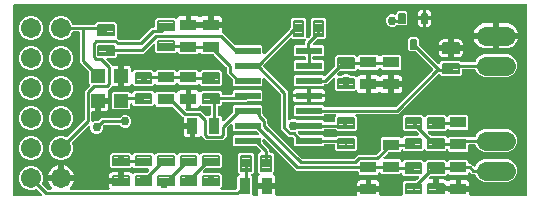
<source format=gbr>
G04 EAGLE Gerber RS-274X export*
G75*
%MOMM*%
%FSLAX34Y34*%
%LPD*%
%INTop Copper*%
%IPPOS*%
%AMOC8*
5,1,8,0,0,1.08239X$1,22.5*%
G01*
%ADD10C,0.150000*%
%ADD11R,1.361800X0.961800*%
%ADD12R,2.200000X0.600000*%
%ADD13C,1.638300*%
%ADD14R,0.961800X1.361800*%
%ADD15C,1.705100*%
%ADD16C,0.200000*%
%ADD17R,1.200000X1.200000*%
%ADD18C,0.254000*%
%ADD19C,0.756400*%

G36*
X33760Y10178D02*
X33760Y10178D01*
X33899Y10191D01*
X33918Y10198D01*
X33938Y10201D01*
X34067Y10252D01*
X34198Y10299D01*
X34215Y10310D01*
X34234Y10318D01*
X34346Y10399D01*
X34461Y10477D01*
X34475Y10493D01*
X34491Y10504D01*
X34580Y10612D01*
X34672Y10716D01*
X34681Y10734D01*
X34694Y10749D01*
X34753Y10875D01*
X34817Y10999D01*
X34821Y11019D01*
X34830Y11037D01*
X34856Y11173D01*
X34886Y11309D01*
X34886Y11330D01*
X34889Y11349D01*
X34881Y11488D01*
X34877Y11627D01*
X34871Y11647D01*
X34870Y11667D01*
X34827Y11799D01*
X34788Y11933D01*
X34778Y11950D01*
X34772Y11969D01*
X34697Y12087D01*
X34627Y12207D01*
X34608Y12228D01*
X34601Y12238D01*
X34586Y12252D01*
X34520Y12327D01*
X30897Y15951D01*
X30874Y15969D01*
X30855Y15991D01*
X30748Y16066D01*
X30646Y16146D01*
X30619Y16157D01*
X30595Y16174D01*
X30473Y16220D01*
X30354Y16272D01*
X30325Y16276D01*
X30297Y16287D01*
X30168Y16301D01*
X30040Y16322D01*
X30010Y16319D01*
X29981Y16322D01*
X29853Y16304D01*
X29723Y16292D01*
X29695Y16282D01*
X29666Y16278D01*
X29514Y16226D01*
X27399Y15350D01*
X23401Y15350D01*
X19707Y16880D01*
X16880Y19707D01*
X15350Y23401D01*
X15350Y27399D01*
X16880Y31093D01*
X19707Y33920D01*
X23401Y35450D01*
X27399Y35450D01*
X31093Y33920D01*
X33920Y31093D01*
X35450Y27399D01*
X35450Y23401D01*
X34574Y21286D01*
X34567Y21258D01*
X34553Y21231D01*
X34525Y21105D01*
X34490Y20979D01*
X34490Y20950D01*
X34483Y20921D01*
X34487Y20791D01*
X34485Y20661D01*
X34492Y20633D01*
X34493Y20603D01*
X34529Y20479D01*
X34559Y20352D01*
X34573Y20326D01*
X34581Y20298D01*
X34647Y20186D01*
X34708Y20071D01*
X34728Y20049D01*
X34743Y20024D01*
X34849Y19903D01*
X38886Y15866D01*
X38964Y15806D01*
X39036Y15738D01*
X39089Y15709D01*
X39137Y15672D01*
X39228Y15632D01*
X39315Y15584D01*
X39373Y15569D01*
X39429Y15545D01*
X39527Y15530D01*
X39623Y15505D01*
X39723Y15499D01*
X39743Y15495D01*
X39755Y15497D01*
X39783Y15495D01*
X41991Y15495D01*
X42129Y15512D01*
X42267Y15525D01*
X42286Y15532D01*
X42307Y15535D01*
X42436Y15586D01*
X42567Y15633D01*
X42583Y15644D01*
X42602Y15652D01*
X42715Y15733D01*
X42830Y15811D01*
X42843Y15827D01*
X42860Y15838D01*
X42948Y15946D01*
X43040Y16050D01*
X43049Y16068D01*
X43062Y16083D01*
X43121Y16209D01*
X43185Y16333D01*
X43189Y16353D01*
X43198Y16371D01*
X43224Y16507D01*
X43255Y16643D01*
X43254Y16664D01*
X43258Y16683D01*
X43249Y16822D01*
X43245Y16961D01*
X43239Y16981D01*
X43238Y17001D01*
X43195Y17133D01*
X43156Y17267D01*
X43146Y17284D01*
X43140Y17303D01*
X43066Y17421D01*
X42995Y17541D01*
X42976Y17562D01*
X42970Y17572D01*
X42955Y17586D01*
X42888Y17662D01*
X42359Y18191D01*
X41335Y19600D01*
X40545Y21152D01*
X40006Y22809D01*
X39998Y22861D01*
X49530Y22861D01*
X49648Y22876D01*
X49767Y22883D01*
X49805Y22896D01*
X49845Y22901D01*
X49956Y22944D01*
X50069Y22981D01*
X50103Y23003D01*
X50141Y23018D01*
X50237Y23088D01*
X50338Y23151D01*
X50366Y23181D01*
X50398Y23204D01*
X50474Y23296D01*
X50556Y23383D01*
X50575Y23418D01*
X50601Y23449D01*
X50652Y23557D01*
X50709Y23661D01*
X50720Y23701D01*
X50737Y23737D01*
X50759Y23854D01*
X50789Y23969D01*
X50793Y24030D01*
X50797Y24050D01*
X50795Y24070D01*
X50799Y24130D01*
X50799Y25401D01*
X50801Y25401D01*
X50801Y24130D01*
X50816Y24012D01*
X50823Y23893D01*
X50836Y23855D01*
X50841Y23814D01*
X50885Y23704D01*
X50921Y23591D01*
X50943Y23556D01*
X50958Y23519D01*
X51028Y23423D01*
X51091Y23322D01*
X51121Y23294D01*
X51145Y23261D01*
X51236Y23186D01*
X51323Y23104D01*
X51358Y23084D01*
X51390Y23059D01*
X51497Y23008D01*
X51602Y22950D01*
X51641Y22940D01*
X51677Y22923D01*
X51794Y22901D01*
X51909Y22871D01*
X51970Y22867D01*
X51990Y22863D01*
X52010Y22865D01*
X52070Y22861D01*
X61602Y22861D01*
X61594Y22809D01*
X61055Y21152D01*
X60265Y19600D01*
X59241Y18191D01*
X58712Y17662D01*
X58626Y17552D01*
X58538Y17445D01*
X58529Y17426D01*
X58517Y17410D01*
X58461Y17282D01*
X58402Y17157D01*
X58398Y17137D01*
X58390Y17118D01*
X58368Y16980D01*
X58342Y16844D01*
X58344Y16824D01*
X58340Y16804D01*
X58353Y16665D01*
X58362Y16527D01*
X58368Y16508D01*
X58370Y16488D01*
X58417Y16357D01*
X58460Y16225D01*
X58471Y16207D01*
X58478Y16188D01*
X58556Y16074D01*
X58630Y15956D01*
X58645Y15942D01*
X58656Y15925D01*
X58760Y15833D01*
X58862Y15738D01*
X58880Y15728D01*
X58895Y15715D01*
X59019Y15652D01*
X59140Y15584D01*
X59160Y15579D01*
X59178Y15570D01*
X59314Y15540D01*
X59448Y15505D01*
X59476Y15503D01*
X59488Y15500D01*
X59509Y15501D01*
X59609Y15495D01*
X90981Y15495D01*
X91112Y15511D01*
X91244Y15522D01*
X91270Y15531D01*
X91297Y15535D01*
X91420Y15583D01*
X91545Y15627D01*
X91567Y15642D01*
X91592Y15652D01*
X91700Y15729D01*
X91810Y15803D01*
X91828Y15823D01*
X91850Y15838D01*
X91934Y15940D01*
X92023Y16039D01*
X92035Y16063D01*
X92053Y16083D01*
X92109Y16203D01*
X92170Y16320D01*
X92177Y16347D01*
X92188Y16371D01*
X92213Y16501D01*
X92243Y16630D01*
X92243Y16657D01*
X92248Y16683D01*
X92240Y16815D01*
X92237Y16948D01*
X92230Y16974D01*
X92228Y17001D01*
X92187Y17127D01*
X92152Y17254D01*
X92135Y17289D01*
X92130Y17303D01*
X92119Y17322D01*
X92080Y17399D01*
X91801Y17883D01*
X91559Y18784D01*
X91559Y20751D01*
X100370Y20751D01*
X100488Y20766D01*
X100607Y20773D01*
X100645Y20785D01*
X100685Y20791D01*
X100796Y20834D01*
X100909Y20871D01*
X100943Y20893D01*
X100981Y20908D01*
X101077Y20977D01*
X101178Y21041D01*
X101206Y21071D01*
X101238Y21094D01*
X101314Y21186D01*
X101396Y21273D01*
X101415Y21308D01*
X101441Y21339D01*
X101492Y21447D01*
X101549Y21551D01*
X101559Y21591D01*
X101577Y21627D01*
X101599Y21744D01*
X101629Y21859D01*
X101633Y21919D01*
X101636Y21939D01*
X101635Y21960D01*
X101639Y22020D01*
X101639Y23211D01*
X102830Y23211D01*
X102948Y23226D01*
X103067Y23233D01*
X103105Y23246D01*
X103146Y23251D01*
X103256Y23295D01*
X103369Y23331D01*
X103404Y23353D01*
X103441Y23368D01*
X103537Y23438D01*
X103638Y23501D01*
X103666Y23531D01*
X103699Y23555D01*
X103775Y23646D01*
X103856Y23733D01*
X103876Y23768D01*
X103901Y23800D01*
X103952Y23907D01*
X104010Y24012D01*
X104020Y24051D01*
X104037Y24087D01*
X104059Y24204D01*
X104089Y24320D01*
X104093Y24380D01*
X104097Y24400D01*
X104095Y24420D01*
X104099Y24480D01*
X104099Y30791D01*
X108566Y30791D01*
X109467Y30549D01*
X110274Y30083D01*
X110946Y29411D01*
X111040Y29339D01*
X111129Y29260D01*
X111165Y29241D01*
X111197Y29216D01*
X111307Y29169D01*
X111412Y29115D01*
X111452Y29106D01*
X111489Y29090D01*
X111607Y29071D01*
X111723Y29045D01*
X111763Y29047D01*
X111803Y29040D01*
X111922Y29051D01*
X112041Y29055D01*
X112080Y29066D01*
X112120Y29070D01*
X112232Y29110D01*
X112346Y29143D01*
X112381Y29164D01*
X112419Y29178D01*
X112517Y29244D01*
X112620Y29305D01*
X112665Y29345D01*
X112682Y29356D01*
X112696Y29372D01*
X112741Y29411D01*
X113104Y29775D01*
X122697Y29775D01*
X122795Y29787D01*
X122894Y29790D01*
X122952Y29807D01*
X123012Y29815D01*
X123104Y29851D01*
X123199Y29879D01*
X123252Y29909D01*
X123308Y29932D01*
X123388Y29990D01*
X123473Y30040D01*
X123549Y30106D01*
X123565Y30118D01*
X123573Y30128D01*
X123594Y30146D01*
X125006Y31559D01*
X125091Y31668D01*
X125180Y31775D01*
X125189Y31794D01*
X125201Y31810D01*
X125256Y31937D01*
X125316Y32063D01*
X125319Y32083D01*
X125327Y32102D01*
X125349Y32240D01*
X125375Y32376D01*
X125374Y32396D01*
X125377Y32416D01*
X125364Y32555D01*
X125356Y32693D01*
X125349Y32712D01*
X125348Y32732D01*
X125300Y32864D01*
X125258Y32995D01*
X125247Y33013D01*
X125240Y33032D01*
X125162Y33147D01*
X125087Y33264D01*
X125073Y33278D01*
X125061Y33295D01*
X124957Y33387D01*
X124856Y33482D01*
X124838Y33492D01*
X124823Y33505D01*
X124699Y33569D01*
X124577Y33636D01*
X124558Y33641D01*
X124540Y33650D01*
X124404Y33680D01*
X124269Y33715D01*
X124241Y33717D01*
X124229Y33720D01*
X124209Y33719D01*
X124109Y33725D01*
X113104Y33725D01*
X112023Y34807D01*
X111928Y34880D01*
X111839Y34959D01*
X111803Y34977D01*
X111771Y35002D01*
X111662Y35049D01*
X111556Y35103D01*
X111517Y35112D01*
X111479Y35128D01*
X111362Y35147D01*
X111246Y35173D01*
X111205Y35172D01*
X111165Y35178D01*
X111047Y35167D01*
X110928Y35163D01*
X110889Y35152D01*
X110849Y35148D01*
X110736Y35108D01*
X110622Y35075D01*
X110588Y35054D01*
X110549Y35041D01*
X110451Y34974D01*
X110348Y34913D01*
X110303Y34874D01*
X110286Y34862D01*
X110273Y34847D01*
X110228Y34807D01*
X109146Y33725D01*
X94054Y33725D01*
X92575Y35204D01*
X92575Y45296D01*
X94054Y46775D01*
X109146Y46775D01*
X110228Y45693D01*
X110322Y45620D01*
X110411Y45541D01*
X110447Y45523D01*
X110479Y45498D01*
X110588Y45451D01*
X110694Y45397D01*
X110733Y45388D01*
X110771Y45372D01*
X110888Y45353D01*
X111004Y45327D01*
X111045Y45328D01*
X111085Y45322D01*
X111203Y45333D01*
X111322Y45337D01*
X111361Y45348D01*
X111401Y45352D01*
X111513Y45392D01*
X111628Y45425D01*
X111663Y45446D01*
X111701Y45459D01*
X111799Y45526D01*
X111902Y45587D01*
X111947Y45626D01*
X111964Y45638D01*
X111977Y45653D01*
X112023Y45693D01*
X113104Y46775D01*
X128196Y46775D01*
X129278Y45693D01*
X129372Y45620D01*
X129461Y45541D01*
X129497Y45523D01*
X129529Y45498D01*
X129638Y45451D01*
X129744Y45397D01*
X129783Y45388D01*
X129821Y45372D01*
X129938Y45353D01*
X130054Y45327D01*
X130095Y45328D01*
X130135Y45322D01*
X130253Y45333D01*
X130372Y45337D01*
X130411Y45348D01*
X130451Y45352D01*
X130563Y45392D01*
X130678Y45425D01*
X130713Y45446D01*
X130751Y45459D01*
X130849Y45526D01*
X130952Y45587D01*
X130997Y45626D01*
X131014Y45638D01*
X131027Y45653D01*
X131073Y45693D01*
X132154Y46775D01*
X147246Y46775D01*
X148328Y45693D01*
X148422Y45620D01*
X148511Y45541D01*
X148547Y45523D01*
X148579Y45498D01*
X148688Y45451D01*
X148794Y45397D01*
X148833Y45388D01*
X148871Y45372D01*
X148988Y45353D01*
X149104Y45327D01*
X149145Y45328D01*
X149185Y45322D01*
X149303Y45333D01*
X149422Y45337D01*
X149461Y45348D01*
X149501Y45352D01*
X149613Y45392D01*
X149728Y45425D01*
X149763Y45446D01*
X149801Y45459D01*
X149899Y45526D01*
X150002Y45587D01*
X150047Y45626D01*
X150064Y45638D01*
X150077Y45653D01*
X150123Y45693D01*
X151204Y46775D01*
X166296Y46775D01*
X167378Y45693D01*
X167472Y45620D01*
X167561Y45541D01*
X167597Y45523D01*
X167629Y45498D01*
X167738Y45451D01*
X167844Y45397D01*
X167883Y45388D01*
X167921Y45372D01*
X168038Y45353D01*
X168154Y45327D01*
X168195Y45328D01*
X168235Y45322D01*
X168353Y45333D01*
X168472Y45337D01*
X168511Y45348D01*
X168551Y45352D01*
X168663Y45392D01*
X168778Y45425D01*
X168813Y45446D01*
X168851Y45459D01*
X168949Y45526D01*
X169052Y45587D01*
X169097Y45626D01*
X169114Y45638D01*
X169127Y45653D01*
X169173Y45693D01*
X170254Y46775D01*
X185346Y46775D01*
X186825Y45296D01*
X186825Y35204D01*
X185346Y33725D01*
X173703Y33725D01*
X173605Y33713D01*
X173506Y33710D01*
X173448Y33693D01*
X173388Y33685D01*
X173296Y33649D01*
X173201Y33621D01*
X173148Y33591D01*
X173092Y33568D01*
X173012Y33510D01*
X172927Y33460D01*
X172851Y33394D01*
X172835Y33382D01*
X172827Y33372D01*
X172806Y33354D01*
X171394Y31941D01*
X171309Y31832D01*
X171220Y31725D01*
X171211Y31706D01*
X171199Y31690D01*
X171143Y31562D01*
X171084Y31437D01*
X171081Y31417D01*
X171073Y31398D01*
X171051Y31260D01*
X171025Y31124D01*
X171026Y31104D01*
X171023Y31084D01*
X171036Y30945D01*
X171044Y30807D01*
X171051Y30788D01*
X171052Y30768D01*
X171100Y30636D01*
X171142Y30505D01*
X171153Y30487D01*
X171160Y30468D01*
X171238Y30353D01*
X171313Y30236D01*
X171327Y30222D01*
X171339Y30205D01*
X171443Y30113D01*
X171544Y30018D01*
X171562Y30008D01*
X171577Y29995D01*
X171701Y29931D01*
X171823Y29864D01*
X171842Y29859D01*
X171860Y29850D01*
X171996Y29820D01*
X172131Y29785D01*
X172159Y29783D01*
X172171Y29780D01*
X172191Y29781D01*
X172291Y29775D01*
X185346Y29775D01*
X186825Y28296D01*
X186825Y18204D01*
X186282Y17661D01*
X186197Y17552D01*
X186108Y17445D01*
X186099Y17426D01*
X186087Y17410D01*
X186032Y17282D01*
X185973Y17157D01*
X185969Y17137D01*
X185961Y17118D01*
X185939Y16980D01*
X185913Y16844D01*
X185914Y16824D01*
X185911Y16804D01*
X185924Y16665D01*
X185933Y16527D01*
X185939Y16508D01*
X185941Y16488D01*
X185988Y16356D01*
X186031Y16225D01*
X186041Y16207D01*
X186048Y16188D01*
X186126Y16073D01*
X186201Y15956D01*
X186215Y15942D01*
X186227Y15925D01*
X186331Y15833D01*
X186432Y15738D01*
X186450Y15728D01*
X186465Y15715D01*
X186589Y15652D01*
X186711Y15584D01*
X186730Y15579D01*
X186748Y15570D01*
X186884Y15540D01*
X187019Y15505D01*
X187047Y15503D01*
X187059Y15500D01*
X187079Y15501D01*
X187179Y15495D01*
X198617Y15495D01*
X198715Y15507D01*
X198814Y15510D01*
X198872Y15527D01*
X198932Y15535D01*
X199024Y15571D01*
X199119Y15599D01*
X199172Y15629D01*
X199228Y15652D01*
X199308Y15710D01*
X199393Y15760D01*
X199469Y15826D01*
X199485Y15838D01*
X199493Y15848D01*
X199514Y15866D01*
X199944Y16297D01*
X200005Y16375D01*
X200073Y16447D01*
X200102Y16500D01*
X200139Y16548D01*
X200179Y16639D01*
X200227Y16726D01*
X200242Y16784D01*
X200266Y16840D01*
X200281Y16938D01*
X200306Y17034D01*
X200312Y17134D01*
X200316Y17154D01*
X200314Y17166D01*
X200316Y17194D01*
X200316Y26491D01*
X201238Y27412D01*
X201258Y27414D01*
X201277Y27421D01*
X201297Y27424D01*
X201426Y27475D01*
X201557Y27522D01*
X201574Y27533D01*
X201593Y27541D01*
X201705Y27622D01*
X201820Y27700D01*
X201834Y27716D01*
X201850Y27727D01*
X201939Y27835D01*
X202031Y27939D01*
X202040Y27957D01*
X202053Y27972D01*
X202112Y28098D01*
X202175Y28222D01*
X202180Y28242D01*
X202188Y28260D01*
X202215Y28397D01*
X202245Y28532D01*
X202244Y28553D01*
X202248Y28572D01*
X202240Y28711D01*
X202235Y28850D01*
X202230Y28870D01*
X202228Y28890D01*
X202186Y29022D01*
X202147Y29156D01*
X202137Y29173D01*
X202130Y29192D01*
X202056Y29310D01*
X201985Y29430D01*
X201967Y29451D01*
X201960Y29461D01*
X201945Y29475D01*
X201879Y29550D01*
X200875Y30554D01*
X200875Y45646D01*
X202354Y47125D01*
X212446Y47125D01*
X213925Y45646D01*
X213925Y30554D01*
X212320Y28949D01*
X212247Y28855D01*
X212168Y28766D01*
X212150Y28730D01*
X212125Y28698D01*
X212078Y28589D01*
X212024Y28483D01*
X212015Y28443D01*
X211999Y28406D01*
X211980Y28289D01*
X211954Y28173D01*
X211955Y28132D01*
X211949Y28092D01*
X211960Y27974D01*
X211964Y27855D01*
X211975Y27816D01*
X211979Y27776D01*
X212019Y27663D01*
X212052Y27549D01*
X212072Y27514D01*
X212086Y27476D01*
X212153Y27378D01*
X212213Y27275D01*
X212253Y27230D01*
X212265Y27213D01*
X212280Y27200D01*
X212320Y27154D01*
X212984Y26491D01*
X212984Y11430D01*
X212999Y11312D01*
X213006Y11193D01*
X213019Y11155D01*
X213024Y11114D01*
X213067Y11004D01*
X213104Y10891D01*
X213126Y10856D01*
X213141Y10819D01*
X213210Y10723D01*
X213274Y10622D01*
X213304Y10594D01*
X213327Y10561D01*
X213419Y10485D01*
X213506Y10404D01*
X213541Y10384D01*
X213572Y10359D01*
X213680Y10308D01*
X213784Y10250D01*
X213824Y10240D01*
X213860Y10223D01*
X213977Y10201D01*
X214092Y10171D01*
X214152Y10167D01*
X214172Y10163D01*
X214193Y10165D01*
X214253Y10161D01*
X216614Y10161D01*
X216739Y10177D01*
X216864Y10186D01*
X216896Y10196D01*
X216929Y10201D01*
X217046Y10247D01*
X217166Y10287D01*
X217194Y10305D01*
X217225Y10318D01*
X217327Y10391D01*
X217432Y10460D01*
X217455Y10485D01*
X217483Y10504D01*
X217563Y10601D01*
X217648Y10694D01*
X217664Y10723D01*
X217685Y10749D01*
X217739Y10863D01*
X217798Y10974D01*
X217807Y11007D01*
X217821Y11037D01*
X217844Y11160D01*
X217875Y11283D01*
X217874Y11316D01*
X217881Y11349D01*
X217873Y11475D01*
X217872Y11601D01*
X217862Y11649D01*
X217861Y11667D01*
X217854Y11687D01*
X217840Y11759D01*
X217800Y11907D01*
X217800Y16646D01*
X224015Y16646D01*
X224134Y16661D01*
X224252Y16669D01*
X224291Y16681D01*
X224331Y16686D01*
X224442Y16730D01*
X224555Y16767D01*
X224589Y16788D01*
X224627Y16803D01*
X224723Y16873D01*
X224823Y16937D01*
X224851Y16966D01*
X224884Y16990D01*
X224960Y17082D01*
X225041Y17168D01*
X225061Y17204D01*
X225087Y17235D01*
X225137Y17343D01*
X225147Y17359D01*
X225157Y17342D01*
X225172Y17304D01*
X225242Y17208D01*
X225306Y17107D01*
X225335Y17080D01*
X225359Y17047D01*
X225451Y16971D01*
X225538Y16889D01*
X225573Y16870D01*
X225604Y16844D01*
X225712Y16793D01*
X225816Y16736D01*
X225855Y16726D01*
X225892Y16709D01*
X226009Y16686D01*
X226124Y16656D01*
X226184Y16653D01*
X226204Y16649D01*
X226225Y16650D01*
X226285Y16646D01*
X232500Y16646D01*
X232500Y11907D01*
X232460Y11759D01*
X232443Y11634D01*
X232419Y11510D01*
X232421Y11477D01*
X232417Y11444D01*
X232431Y11318D01*
X232439Y11193D01*
X232449Y11161D01*
X232453Y11128D01*
X232498Y11010D01*
X232537Y10891D01*
X232555Y10862D01*
X232567Y10831D01*
X232640Y10728D01*
X232707Y10622D01*
X232732Y10599D01*
X232751Y10571D01*
X232847Y10490D01*
X232939Y10404D01*
X232968Y10388D01*
X232994Y10366D01*
X233107Y10311D01*
X233217Y10250D01*
X233250Y10242D01*
X233280Y10227D01*
X233404Y10202D01*
X233525Y10171D01*
X233574Y10168D01*
X233592Y10164D01*
X233614Y10165D01*
X233686Y10161D01*
X300531Y10161D01*
X300649Y10176D01*
X300768Y10183D01*
X300806Y10196D01*
X300847Y10201D01*
X300957Y10244D01*
X301070Y10281D01*
X301105Y10303D01*
X301142Y10318D01*
X301238Y10387D01*
X301339Y10451D01*
X301367Y10481D01*
X301400Y10504D01*
X301476Y10596D01*
X301557Y10683D01*
X301577Y10718D01*
X301602Y10749D01*
X301653Y10857D01*
X301711Y10961D01*
X301721Y11001D01*
X301738Y11037D01*
X301760Y11154D01*
X301790Y11269D01*
X301794Y11329D01*
X301798Y11349D01*
X301796Y11370D01*
X301800Y11430D01*
X301800Y13746D01*
X310015Y13746D01*
X310134Y13761D01*
X310252Y13769D01*
X310291Y13781D01*
X310331Y13786D01*
X310442Y13830D01*
X310555Y13867D01*
X310589Y13888D01*
X310627Y13903D01*
X310723Y13973D01*
X310823Y14037D01*
X310851Y14066D01*
X310884Y14090D01*
X310960Y14182D01*
X311041Y14268D01*
X311061Y14304D01*
X311087Y14335D01*
X311137Y14443D01*
X311147Y14459D01*
X311157Y14442D01*
X311172Y14404D01*
X311242Y14308D01*
X311306Y14207D01*
X311335Y14180D01*
X311359Y14147D01*
X311451Y14071D01*
X311538Y13989D01*
X311573Y13970D01*
X311604Y13944D01*
X311712Y13893D01*
X311816Y13836D01*
X311855Y13826D01*
X311892Y13809D01*
X312009Y13786D01*
X312124Y13756D01*
X312184Y13753D01*
X312204Y13749D01*
X312225Y13750D01*
X312285Y13746D01*
X320500Y13746D01*
X320500Y11430D01*
X320515Y11312D01*
X320522Y11193D01*
X320534Y11155D01*
X320540Y11114D01*
X320583Y11004D01*
X320620Y10891D01*
X320642Y10856D01*
X320657Y10819D01*
X320726Y10723D01*
X320790Y10622D01*
X320820Y10594D01*
X320843Y10561D01*
X320935Y10485D01*
X321022Y10404D01*
X321057Y10384D01*
X321088Y10359D01*
X321196Y10308D01*
X321300Y10250D01*
X321340Y10240D01*
X321376Y10223D01*
X321493Y10201D01*
X321608Y10171D01*
X321668Y10167D01*
X321688Y10163D01*
X321709Y10165D01*
X321769Y10161D01*
X338956Y10161D01*
X339074Y10176D01*
X339193Y10183D01*
X339231Y10196D01*
X339272Y10201D01*
X339382Y10244D01*
X339495Y10281D01*
X339530Y10303D01*
X339567Y10318D01*
X339663Y10387D01*
X339764Y10451D01*
X339792Y10481D01*
X339825Y10504D01*
X339901Y10596D01*
X339982Y10683D01*
X340002Y10718D01*
X340027Y10749D01*
X340078Y10857D01*
X340136Y10961D01*
X340146Y11001D01*
X340163Y11037D01*
X340185Y11154D01*
X340215Y11269D01*
X340219Y11329D01*
X340223Y11349D01*
X340221Y11370D01*
X340225Y11430D01*
X340225Y21946D01*
X341704Y23425D01*
X351297Y23425D01*
X351395Y23437D01*
X351494Y23440D01*
X351552Y23457D01*
X351612Y23465D01*
X351704Y23501D01*
X351799Y23529D01*
X351852Y23559D01*
X351908Y23582D01*
X351988Y23640D01*
X352073Y23690D01*
X352149Y23756D01*
X352165Y23768D01*
X352173Y23778D01*
X352194Y23796D01*
X353606Y25209D01*
X353691Y25318D01*
X353780Y25425D01*
X353789Y25444D01*
X353801Y25460D01*
X353856Y25587D01*
X353916Y25713D01*
X353919Y25733D01*
X353927Y25752D01*
X353949Y25890D01*
X353975Y26026D01*
X353974Y26046D01*
X353977Y26066D01*
X353964Y26205D01*
X353956Y26343D01*
X353949Y26362D01*
X353948Y26382D01*
X353900Y26514D01*
X353858Y26645D01*
X353847Y26663D01*
X353840Y26682D01*
X353762Y26797D01*
X353687Y26914D01*
X353673Y26928D01*
X353661Y26945D01*
X353557Y27037D01*
X353456Y27132D01*
X353438Y27142D01*
X353423Y27155D01*
X353299Y27219D01*
X353177Y27286D01*
X353158Y27291D01*
X353140Y27300D01*
X353004Y27330D01*
X352869Y27365D01*
X352841Y27367D01*
X352829Y27370D01*
X352809Y27369D01*
X352709Y27375D01*
X341704Y27375D01*
X340034Y29046D01*
X339987Y29110D01*
X339909Y29226D01*
X339893Y29239D01*
X339882Y29255D01*
X339774Y29344D01*
X339670Y29436D01*
X339652Y29445D01*
X339637Y29458D01*
X339511Y29517D01*
X339387Y29581D01*
X339367Y29585D01*
X339349Y29594D01*
X339212Y29620D01*
X339077Y29650D01*
X339056Y29650D01*
X339037Y29653D01*
X338898Y29645D01*
X338759Y29641D01*
X338739Y29635D01*
X338719Y29634D01*
X338587Y29591D01*
X338453Y29552D01*
X338436Y29542D01*
X338417Y29536D01*
X338299Y29461D01*
X338179Y29391D01*
X338158Y29372D01*
X338148Y29365D01*
X338134Y29351D01*
X338059Y29284D01*
X337641Y28866D01*
X322759Y28866D01*
X321650Y29975D01*
X321541Y30060D01*
X321434Y30149D01*
X321415Y30158D01*
X321399Y30170D01*
X321272Y30225D01*
X321146Y30285D01*
X321126Y30288D01*
X321107Y30297D01*
X320969Y30318D01*
X320833Y30344D01*
X320813Y30343D01*
X320793Y30346D01*
X320654Y30333D01*
X320516Y30325D01*
X320497Y30318D01*
X320477Y30317D01*
X320345Y30269D01*
X320214Y30227D01*
X320196Y30216D01*
X320177Y30209D01*
X320062Y30131D01*
X319945Y30056D01*
X319931Y30042D01*
X319914Y30030D01*
X319822Y29926D01*
X319727Y29825D01*
X319717Y29807D01*
X319704Y29792D01*
X319640Y29668D01*
X319573Y29546D01*
X319568Y29527D01*
X319559Y29509D01*
X319529Y29373D01*
X319494Y29238D01*
X319493Y29218D01*
X318591Y28316D01*
X303709Y28316D01*
X302816Y29209D01*
X302816Y30586D01*
X302801Y30704D01*
X302794Y30823D01*
X302781Y30861D01*
X302776Y30902D01*
X302733Y31012D01*
X302696Y31125D01*
X302674Y31160D01*
X302659Y31197D01*
X302590Y31293D01*
X302526Y31394D01*
X302496Y31422D01*
X302473Y31455D01*
X302381Y31530D01*
X302294Y31612D01*
X302259Y31632D01*
X302228Y31657D01*
X302120Y31708D01*
X302016Y31766D01*
X301976Y31776D01*
X301940Y31793D01*
X301823Y31815D01*
X301708Y31845D01*
X301648Y31849D01*
X301628Y31853D01*
X301607Y31851D01*
X301547Y31855D01*
X249942Y31855D01*
X247934Y33864D01*
X223641Y58156D01*
X223532Y58241D01*
X223425Y58330D01*
X223406Y58339D01*
X223390Y58351D01*
X223262Y58407D01*
X223137Y58466D01*
X223117Y58469D01*
X223098Y58477D01*
X222960Y58499D01*
X222824Y58525D01*
X222804Y58524D01*
X222784Y58527D01*
X222645Y58514D01*
X222507Y58506D01*
X222488Y58499D01*
X222468Y58498D01*
X222336Y58450D01*
X222205Y58408D01*
X222187Y58397D01*
X222168Y58390D01*
X222053Y58312D01*
X221936Y58237D01*
X221922Y58223D01*
X221905Y58211D01*
X221813Y58107D01*
X221718Y58006D01*
X221708Y57988D01*
X221695Y57973D01*
X221631Y57849D01*
X221564Y57727D01*
X221559Y57708D01*
X221550Y57690D01*
X221520Y57554D01*
X221485Y57419D01*
X221483Y57391D01*
X221480Y57379D01*
X221481Y57359D01*
X221475Y57259D01*
X221475Y56053D01*
X221487Y55955D01*
X221490Y55856D01*
X221507Y55798D01*
X221515Y55738D01*
X221551Y55646D01*
X221579Y55551D01*
X221609Y55498D01*
X221632Y55442D01*
X221690Y55362D01*
X221740Y55277D01*
X221806Y55201D01*
X221818Y55185D01*
X221828Y55177D01*
X221846Y55156D01*
X227195Y49808D01*
X227195Y48394D01*
X227210Y48276D01*
X227217Y48157D01*
X227230Y48119D01*
X227235Y48078D01*
X227278Y47968D01*
X227315Y47855D01*
X227337Y47820D01*
X227352Y47783D01*
X227421Y47687D01*
X227485Y47586D01*
X227515Y47558D01*
X227538Y47525D01*
X227630Y47449D01*
X227717Y47368D01*
X227752Y47348D01*
X227783Y47323D01*
X227891Y47272D01*
X227995Y47214D01*
X228035Y47204D01*
X228071Y47187D01*
X228188Y47165D01*
X228303Y47135D01*
X228363Y47131D01*
X228383Y47127D01*
X228404Y47129D01*
X228464Y47125D01*
X229446Y47125D01*
X230925Y45646D01*
X230925Y30554D01*
X230624Y30254D01*
X230547Y30154D01*
X230465Y30059D01*
X230450Y30029D01*
X230429Y30002D01*
X230379Y29887D01*
X230323Y29774D01*
X230316Y29742D01*
X230303Y29711D01*
X230283Y29586D01*
X230257Y29463D01*
X230258Y29430D01*
X230253Y29396D01*
X230265Y29271D01*
X230270Y29146D01*
X230280Y29113D01*
X230283Y29080D01*
X230325Y28962D01*
X230362Y28841D01*
X230379Y28812D01*
X230390Y28781D01*
X230461Y28677D01*
X230526Y28569D01*
X230550Y28545D01*
X230569Y28517D01*
X230663Y28434D01*
X230753Y28346D01*
X230794Y28319D01*
X230807Y28307D01*
X230827Y28297D01*
X230887Y28257D01*
X231519Y27892D01*
X231992Y27419D01*
X232327Y26840D01*
X232500Y26193D01*
X232500Y21454D01*
X226285Y21454D01*
X226166Y21439D01*
X226048Y21431D01*
X226009Y21419D01*
X225969Y21414D01*
X225858Y21370D01*
X225745Y21333D01*
X225711Y21312D01*
X225673Y21297D01*
X225577Y21227D01*
X225477Y21163D01*
X225449Y21134D01*
X225416Y21110D01*
X225340Y21018D01*
X225259Y20932D01*
X225239Y20896D01*
X225213Y20865D01*
X225163Y20757D01*
X225153Y20741D01*
X225143Y20758D01*
X225128Y20796D01*
X225058Y20892D01*
X224994Y20993D01*
X224965Y21020D01*
X224941Y21053D01*
X224849Y21129D01*
X224762Y21211D01*
X224727Y21230D01*
X224696Y21256D01*
X224588Y21307D01*
X224484Y21364D01*
X224445Y21374D01*
X224408Y21391D01*
X224291Y21414D01*
X224176Y21444D01*
X224116Y21447D01*
X224096Y21451D01*
X224075Y21450D01*
X224015Y21454D01*
X217800Y21454D01*
X217800Y26193D01*
X217973Y26840D01*
X218308Y27419D01*
X218762Y27873D01*
X218835Y27967D01*
X218913Y28056D01*
X218932Y28092D01*
X218957Y28124D01*
X219004Y28234D01*
X219058Y28339D01*
X219067Y28379D01*
X219083Y28416D01*
X219102Y28534D01*
X219128Y28650D01*
X219126Y28690D01*
X219133Y28730D01*
X219122Y28849D01*
X219118Y28968D01*
X219107Y29006D01*
X219103Y29047D01*
X219063Y29159D01*
X219030Y29273D01*
X219009Y29308D01*
X218995Y29346D01*
X218928Y29445D01*
X218868Y29547D01*
X218828Y29592D01*
X218817Y29609D01*
X218801Y29623D01*
X218762Y29668D01*
X217875Y30554D01*
X217875Y45646D01*
X219505Y47276D01*
X219520Y47282D01*
X219632Y47363D01*
X219747Y47441D01*
X219761Y47457D01*
X219777Y47468D01*
X219866Y47576D01*
X219958Y47680D01*
X219967Y47698D01*
X219980Y47713D01*
X220039Y47839D01*
X220103Y47963D01*
X220107Y47983D01*
X220116Y48001D01*
X220142Y48137D01*
X220172Y48273D01*
X220172Y48294D01*
X220175Y48313D01*
X220167Y48452D01*
X220163Y48591D01*
X220157Y48611D01*
X220156Y48631D01*
X220113Y48763D01*
X220074Y48897D01*
X220064Y48914D01*
X220058Y48933D01*
X219983Y49051D01*
X219913Y49171D01*
X219894Y49192D01*
X219887Y49202D01*
X219872Y49216D01*
X219806Y49291D01*
X216844Y52254D01*
X216766Y52314D01*
X216694Y52382D01*
X216641Y52411D01*
X216593Y52448D01*
X216502Y52488D01*
X216415Y52536D01*
X216357Y52551D01*
X216301Y52575D01*
X216203Y52590D01*
X216107Y52615D01*
X216007Y52621D01*
X215987Y52625D01*
X215975Y52623D01*
X215947Y52625D01*
X197318Y52625D01*
X196425Y53518D01*
X196425Y60782D01*
X197318Y61675D01*
X217059Y61675D01*
X217196Y61692D01*
X217335Y61705D01*
X217354Y61712D01*
X217374Y61715D01*
X217503Y61766D01*
X217634Y61813D01*
X217651Y61824D01*
X217670Y61832D01*
X217782Y61913D01*
X217897Y61991D01*
X217911Y62007D01*
X217927Y62018D01*
X218016Y62126D01*
X218108Y62230D01*
X218117Y62248D01*
X218130Y62263D01*
X218189Y62389D01*
X218253Y62513D01*
X218257Y62533D01*
X218266Y62551D01*
X218292Y62687D01*
X218322Y62823D01*
X218322Y62844D01*
X218325Y62863D01*
X218317Y63002D01*
X218313Y63141D01*
X218307Y63161D01*
X218306Y63181D01*
X218263Y63313D01*
X218224Y63447D01*
X218214Y63464D01*
X218208Y63483D01*
X218133Y63601D01*
X218063Y63721D01*
X218044Y63742D01*
X218037Y63752D01*
X218023Y63766D01*
X217956Y63841D01*
X216844Y64954D01*
X216766Y65014D01*
X216694Y65082D01*
X216641Y65111D01*
X216593Y65148D01*
X216502Y65188D01*
X216415Y65236D01*
X216357Y65251D01*
X216301Y65275D01*
X216203Y65290D01*
X216107Y65315D01*
X216007Y65321D01*
X215987Y65325D01*
X215975Y65323D01*
X215947Y65325D01*
X197318Y65325D01*
X196425Y66218D01*
X196425Y70029D01*
X196408Y70166D01*
X196395Y70305D01*
X196388Y70324D01*
X196385Y70344D01*
X196334Y70473D01*
X196287Y70604D01*
X196276Y70621D01*
X196268Y70640D01*
X196187Y70752D01*
X196109Y70867D01*
X196093Y70881D01*
X196082Y70897D01*
X195974Y70986D01*
X195870Y71078D01*
X195852Y71087D01*
X195837Y71100D01*
X195711Y71159D01*
X195587Y71223D01*
X195567Y71227D01*
X195549Y71236D01*
X195413Y71262D01*
X195277Y71292D01*
X195256Y71292D01*
X195237Y71295D01*
X195098Y71287D01*
X194959Y71283D01*
X194939Y71277D01*
X194919Y71276D01*
X194787Y71233D01*
X194653Y71194D01*
X194636Y71184D01*
X194617Y71178D01*
X194499Y71103D01*
X194379Y71033D01*
X194358Y71014D01*
X194348Y71007D01*
X194334Y70992D01*
X194259Y70926D01*
X191469Y68137D01*
X191409Y68059D01*
X191341Y67987D01*
X191312Y67934D01*
X191275Y67886D01*
X191235Y67795D01*
X191187Y67708D01*
X191172Y67650D01*
X191148Y67594D01*
X191133Y67496D01*
X191108Y67400D01*
X191102Y67300D01*
X191098Y67280D01*
X191100Y67268D01*
X191098Y67240D01*
X191098Y60726D01*
X187824Y57452D01*
X173576Y57452D01*
X171567Y59461D01*
X170178Y60851D01*
X170089Y60920D01*
X170006Y60995D01*
X169964Y61017D01*
X169927Y61045D01*
X169823Y61090D01*
X169724Y61142D01*
X169678Y61153D01*
X169635Y61172D01*
X169524Y61189D01*
X169414Y61215D01*
X169367Y61214D01*
X169321Y61222D01*
X169209Y61211D01*
X169096Y61209D01*
X169051Y61196D01*
X169004Y61192D01*
X168898Y61154D01*
X168790Y61124D01*
X168725Y61092D01*
X168705Y61084D01*
X168690Y61074D01*
X168646Y61052D01*
X167990Y60673D01*
X167343Y60500D01*
X164604Y60500D01*
X164604Y68715D01*
X164589Y68834D01*
X164581Y68952D01*
X164569Y68991D01*
X164564Y69031D01*
X164520Y69142D01*
X164483Y69255D01*
X164462Y69289D01*
X164447Y69327D01*
X164377Y69423D01*
X164313Y69523D01*
X164284Y69551D01*
X164260Y69584D01*
X164168Y69660D01*
X164082Y69741D01*
X164046Y69761D01*
X164015Y69787D01*
X163907Y69837D01*
X163803Y69895D01*
X163764Y69905D01*
X163727Y69922D01*
X163611Y69945D01*
X163495Y69974D01*
X163435Y69978D01*
X163415Y69982D01*
X163395Y69981D01*
X163335Y69985D01*
X162335Y69985D01*
X162335Y70985D01*
X162320Y71103D01*
X162312Y71221D01*
X162300Y71260D01*
X162295Y71300D01*
X162251Y71411D01*
X162214Y71524D01*
X162193Y71558D01*
X162178Y71596D01*
X162108Y71692D01*
X162044Y71793D01*
X162015Y71820D01*
X161991Y71853D01*
X161899Y71929D01*
X161812Y72011D01*
X161777Y72030D01*
X161746Y72056D01*
X161638Y72107D01*
X161534Y72164D01*
X161495Y72174D01*
X161458Y72191D01*
X161341Y72214D01*
X161226Y72244D01*
X161166Y72247D01*
X161146Y72251D01*
X161125Y72250D01*
X161065Y72254D01*
X154850Y72254D01*
X154850Y76202D01*
X154838Y76301D01*
X154835Y76400D01*
X154818Y76458D01*
X154810Y76518D01*
X154774Y76610D01*
X154746Y76705D01*
X154716Y76757D01*
X154693Y76814D01*
X154635Y76894D01*
X154585Y76979D01*
X154519Y77054D01*
X154507Y77071D01*
X154497Y77079D01*
X154479Y77100D01*
X145934Y85645D01*
X145856Y85705D01*
X145783Y85773D01*
X145730Y85802D01*
X145683Y85839D01*
X145592Y85879D01*
X145505Y85927D01*
X145446Y85942D01*
X145391Y85966D01*
X145293Y85981D01*
X145197Y86006D01*
X145097Y86012D01*
X145077Y86016D01*
X145064Y86014D01*
X145036Y86016D01*
X132259Y86016D01*
X131338Y86938D01*
X131336Y86958D01*
X131329Y86977D01*
X131326Y86997D01*
X131275Y87126D01*
X131228Y87257D01*
X131217Y87274D01*
X131209Y87293D01*
X131128Y87405D01*
X131050Y87520D01*
X131034Y87534D01*
X131023Y87550D01*
X130915Y87639D01*
X130811Y87731D01*
X130793Y87740D01*
X130778Y87753D01*
X130652Y87812D01*
X130528Y87875D01*
X130508Y87880D01*
X130490Y87888D01*
X130353Y87915D01*
X130218Y87945D01*
X130197Y87944D01*
X130178Y87948D01*
X130039Y87940D01*
X129900Y87935D01*
X129880Y87930D01*
X129860Y87928D01*
X129728Y87886D01*
X129594Y87847D01*
X129577Y87837D01*
X129558Y87830D01*
X129440Y87756D01*
X129320Y87685D01*
X129299Y87667D01*
X129289Y87660D01*
X129275Y87645D01*
X129200Y87579D01*
X128196Y86575D01*
X113104Y86575D01*
X111291Y88388D01*
X111182Y88473D01*
X111075Y88562D01*
X111056Y88571D01*
X111040Y88583D01*
X110912Y88638D01*
X110787Y88697D01*
X110767Y88701D01*
X110748Y88709D01*
X110610Y88731D01*
X110474Y88757D01*
X110454Y88756D01*
X110434Y88759D01*
X110295Y88746D01*
X110157Y88737D01*
X110138Y88731D01*
X110118Y88729D01*
X109986Y88682D01*
X109855Y88639D01*
X109837Y88629D01*
X109818Y88622D01*
X109703Y88544D01*
X109586Y88469D01*
X109572Y88455D01*
X109555Y88443D01*
X109463Y88339D01*
X109368Y88238D01*
X109358Y88220D01*
X109345Y88205D01*
X109281Y88081D01*
X109214Y87959D01*
X109209Y87940D01*
X109200Y87922D01*
X109170Y87786D01*
X109135Y87651D01*
X109133Y87623D01*
X109130Y87611D01*
X109131Y87591D01*
X109125Y87491D01*
X109125Y84468D01*
X108232Y83575D01*
X94968Y83575D01*
X94075Y84468D01*
X94075Y97732D01*
X94968Y98625D01*
X108232Y98625D01*
X109459Y97398D01*
X109568Y97313D01*
X109675Y97224D01*
X109694Y97215D01*
X109710Y97203D01*
X109838Y97147D01*
X109963Y97088D01*
X109983Y97085D01*
X110002Y97076D01*
X110140Y97055D01*
X110276Y97029D01*
X110296Y97030D01*
X110316Y97027D01*
X110455Y97040D01*
X110593Y97048D01*
X110612Y97055D01*
X110632Y97056D01*
X110764Y97104D01*
X110895Y97146D01*
X110913Y97157D01*
X110932Y97164D01*
X111047Y97242D01*
X111164Y97317D01*
X111178Y97331D01*
X111195Y97343D01*
X111287Y97447D01*
X111382Y97548D01*
X111392Y97566D01*
X111405Y97581D01*
X111469Y97705D01*
X111536Y97827D01*
X111541Y97846D01*
X111550Y97864D01*
X111580Y98000D01*
X111615Y98135D01*
X111615Y98136D01*
X113104Y99625D01*
X128196Y99625D01*
X129801Y98020D01*
X129895Y97947D01*
X129984Y97868D01*
X130020Y97850D01*
X130052Y97825D01*
X130161Y97778D01*
X130267Y97724D01*
X130307Y97715D01*
X130344Y97699D01*
X130462Y97680D01*
X130577Y97654D01*
X130618Y97655D01*
X130658Y97649D01*
X130776Y97660D01*
X130895Y97664D01*
X130934Y97675D01*
X130974Y97679D01*
X131086Y97719D01*
X131201Y97752D01*
X131236Y97772D01*
X131274Y97786D01*
X131372Y97853D01*
X131475Y97914D01*
X131520Y97953D01*
X131537Y97965D01*
X131550Y97980D01*
X131596Y98020D01*
X132259Y98684D01*
X147141Y98684D01*
X147712Y98112D01*
X147812Y98035D01*
X147907Y97953D01*
X147937Y97938D01*
X147964Y97917D01*
X148079Y97867D01*
X148192Y97811D01*
X148225Y97804D01*
X148256Y97791D01*
X148380Y97771D01*
X148503Y97745D01*
X148536Y97746D01*
X148570Y97741D01*
X148695Y97753D01*
X148820Y97758D01*
X148853Y97767D01*
X148886Y97771D01*
X149005Y97813D01*
X149125Y97849D01*
X149154Y97867D01*
X149186Y97878D01*
X149290Y97949D01*
X149397Y98014D01*
X149421Y98038D01*
X149449Y98057D01*
X149532Y98151D01*
X149620Y98241D01*
X149647Y98282D01*
X149659Y98295D01*
X149669Y98314D01*
X149709Y98375D01*
X149908Y98719D01*
X150381Y99192D01*
X150960Y99527D01*
X151607Y99700D01*
X156346Y99700D01*
X156346Y93485D01*
X156361Y93366D01*
X156369Y93248D01*
X156381Y93209D01*
X156386Y93169D01*
X156430Y93058D01*
X156467Y92945D01*
X156488Y92911D01*
X156503Y92873D01*
X156573Y92777D01*
X156637Y92677D01*
X156666Y92649D01*
X156690Y92616D01*
X156782Y92540D01*
X156868Y92459D01*
X156904Y92439D01*
X156935Y92413D01*
X157043Y92363D01*
X157059Y92353D01*
X157042Y92343D01*
X157004Y92328D01*
X156908Y92258D01*
X156807Y92194D01*
X156780Y92165D01*
X156747Y92141D01*
X156671Y92049D01*
X156589Y91962D01*
X156570Y91927D01*
X156544Y91896D01*
X156493Y91788D01*
X156436Y91684D01*
X156426Y91645D01*
X156409Y91608D01*
X156386Y91491D01*
X156356Y91376D01*
X156353Y91316D01*
X156349Y91296D01*
X156350Y91275D01*
X156346Y91215D01*
X156346Y84137D01*
X156340Y84124D01*
X156314Y83987D01*
X156283Y83852D01*
X156284Y83831D01*
X156280Y83812D01*
X156289Y83673D01*
X156293Y83534D01*
X156299Y83514D01*
X156300Y83494D01*
X156343Y83362D01*
X156382Y83228D01*
X156392Y83211D01*
X156398Y83192D01*
X156472Y83074D01*
X156543Y82954D01*
X156562Y82933D01*
X156568Y82923D01*
X156583Y82909D01*
X156650Y82833D01*
X156864Y82619D01*
X156942Y82559D01*
X157014Y82491D01*
X157067Y82462D01*
X157115Y82425D01*
X157206Y82385D01*
X157292Y82337D01*
X157351Y82322D01*
X157407Y82298D01*
X157505Y82283D01*
X157600Y82258D01*
X157701Y82252D01*
X157721Y82248D01*
X157733Y82250D01*
X157761Y82248D01*
X169324Y82248D01*
X173426Y78145D01*
X173520Y78072D01*
X173610Y77994D01*
X173646Y77975D01*
X173677Y77951D01*
X173787Y77903D01*
X173893Y77849D01*
X173932Y77840D01*
X173969Y77824D01*
X174087Y77805D01*
X174203Y77779D01*
X174243Y77781D01*
X174283Y77774D01*
X174402Y77786D01*
X174521Y77789D01*
X174560Y77800D01*
X174600Y77804D01*
X174712Y77844D01*
X174826Y77878D01*
X174861Y77898D01*
X174899Y77912D01*
X174998Y77979D01*
X175100Y78039D01*
X175146Y78079D01*
X175162Y78090D01*
X175176Y78106D01*
X175221Y78145D01*
X175259Y78184D01*
X176636Y78184D01*
X176754Y78199D01*
X176873Y78206D01*
X176911Y78219D01*
X176952Y78224D01*
X177062Y78267D01*
X177175Y78304D01*
X177210Y78326D01*
X177247Y78341D01*
X177343Y78410D01*
X177444Y78474D01*
X177472Y78504D01*
X177505Y78527D01*
X177581Y78619D01*
X177662Y78706D01*
X177682Y78741D01*
X177707Y78772D01*
X177758Y78880D01*
X177816Y78984D01*
X177826Y79024D01*
X177843Y79060D01*
X177865Y79177D01*
X177895Y79292D01*
X177899Y79352D01*
X177903Y79372D01*
X177901Y79393D01*
X177905Y79453D01*
X177905Y85306D01*
X177890Y85424D01*
X177883Y85543D01*
X177870Y85581D01*
X177865Y85622D01*
X177822Y85732D01*
X177785Y85845D01*
X177763Y85880D01*
X177748Y85917D01*
X177679Y86013D01*
X177615Y86114D01*
X177585Y86142D01*
X177562Y86175D01*
X177470Y86251D01*
X177383Y86332D01*
X177348Y86352D01*
X177317Y86377D01*
X177209Y86428D01*
X177105Y86486D01*
X177065Y86496D01*
X177029Y86513D01*
X176912Y86535D01*
X176797Y86565D01*
X176737Y86569D01*
X176717Y86573D01*
X176696Y86571D01*
X176636Y86575D01*
X170254Y86575D01*
X169954Y86876D01*
X169854Y86953D01*
X169759Y87035D01*
X169729Y87050D01*
X169702Y87071D01*
X169587Y87121D01*
X169474Y87177D01*
X169442Y87184D01*
X169411Y87197D01*
X169286Y87217D01*
X169163Y87243D01*
X169130Y87242D01*
X169096Y87247D01*
X168971Y87235D01*
X168846Y87230D01*
X168813Y87220D01*
X168780Y87217D01*
X168662Y87175D01*
X168541Y87138D01*
X168512Y87121D01*
X168481Y87110D01*
X168377Y87039D01*
X168269Y86974D01*
X168245Y86950D01*
X168217Y86931D01*
X168134Y86837D01*
X168046Y86747D01*
X168019Y86706D01*
X168007Y86693D01*
X167997Y86673D01*
X167957Y86613D01*
X167592Y85981D01*
X167119Y85508D01*
X166540Y85173D01*
X165893Y85000D01*
X161154Y85000D01*
X161154Y91215D01*
X161139Y91334D01*
X161131Y91452D01*
X161119Y91491D01*
X161114Y91531D01*
X161070Y91642D01*
X161033Y91755D01*
X161012Y91789D01*
X160997Y91827D01*
X160927Y91923D01*
X160863Y92023D01*
X160834Y92051D01*
X160810Y92084D01*
X160718Y92160D01*
X160632Y92241D01*
X160596Y92261D01*
X160565Y92287D01*
X160457Y92337D01*
X160441Y92347D01*
X160458Y92357D01*
X160496Y92372D01*
X160592Y92442D01*
X160693Y92506D01*
X160720Y92535D01*
X160753Y92559D01*
X160829Y92651D01*
X160911Y92738D01*
X160930Y92773D01*
X160956Y92804D01*
X161007Y92912D01*
X161064Y93016D01*
X161074Y93055D01*
X161091Y93092D01*
X161114Y93209D01*
X161144Y93324D01*
X161147Y93384D01*
X161151Y93404D01*
X161150Y93425D01*
X161154Y93485D01*
X161154Y99700D01*
X165893Y99700D01*
X166540Y99527D01*
X167119Y99192D01*
X167573Y98738D01*
X167667Y98665D01*
X167756Y98587D01*
X167792Y98568D01*
X167824Y98543D01*
X167934Y98496D01*
X168039Y98442D01*
X168079Y98433D01*
X168116Y98417D01*
X168234Y98398D01*
X168350Y98372D01*
X168390Y98374D01*
X168430Y98367D01*
X168549Y98378D01*
X168668Y98382D01*
X168706Y98393D01*
X168747Y98397D01*
X168859Y98437D01*
X168973Y98470D01*
X169008Y98491D01*
X169046Y98505D01*
X169145Y98572D01*
X169247Y98632D01*
X169292Y98672D01*
X169309Y98683D01*
X169323Y98699D01*
X169368Y98738D01*
X170254Y99625D01*
X185346Y99625D01*
X186825Y98146D01*
X186825Y97164D01*
X186840Y97046D01*
X186847Y96927D01*
X186860Y96889D01*
X186865Y96848D01*
X186908Y96738D01*
X186945Y96625D01*
X186967Y96590D01*
X186982Y96553D01*
X187051Y96457D01*
X187115Y96356D01*
X187145Y96328D01*
X187168Y96295D01*
X187260Y96219D01*
X187347Y96138D01*
X187382Y96118D01*
X187413Y96093D01*
X187521Y96042D01*
X187625Y95984D01*
X187665Y95974D01*
X187701Y95957D01*
X187818Y95935D01*
X187933Y95905D01*
X187993Y95901D01*
X188013Y95897D01*
X188034Y95899D01*
X188094Y95895D01*
X195156Y95895D01*
X195274Y95910D01*
X195393Y95917D01*
X195431Y95930D01*
X195472Y95935D01*
X195582Y95978D01*
X195695Y96015D01*
X195730Y96037D01*
X195767Y96052D01*
X195863Y96121D01*
X195964Y96185D01*
X195992Y96215D01*
X196025Y96238D01*
X196101Y96330D01*
X196182Y96417D01*
X196202Y96452D01*
X196227Y96483D01*
X196278Y96591D01*
X196336Y96695D01*
X196346Y96735D01*
X196363Y96771D01*
X196385Y96888D01*
X196415Y97003D01*
X196419Y97063D01*
X196423Y97083D01*
X196421Y97104D01*
X196425Y97164D01*
X196425Y98882D01*
X197318Y99775D01*
X220582Y99775D01*
X221475Y98882D01*
X221475Y91618D01*
X220582Y90725D01*
X208903Y90725D01*
X208805Y90713D01*
X208706Y90710D01*
X208648Y90693D01*
X208588Y90685D01*
X208496Y90649D01*
X208401Y90621D01*
X208348Y90591D01*
X208292Y90568D01*
X208212Y90510D01*
X208127Y90460D01*
X208051Y90394D01*
X208035Y90382D01*
X208027Y90372D01*
X208006Y90354D01*
X207958Y90305D01*
X188094Y90305D01*
X187976Y90290D01*
X187857Y90283D01*
X187819Y90270D01*
X187778Y90265D01*
X187668Y90222D01*
X187555Y90185D01*
X187520Y90163D01*
X187483Y90148D01*
X187387Y90079D01*
X187286Y90015D01*
X187258Y89985D01*
X187225Y89962D01*
X187149Y89870D01*
X187068Y89783D01*
X187048Y89748D01*
X187023Y89717D01*
X186972Y89609D01*
X186914Y89505D01*
X186904Y89465D01*
X186887Y89429D01*
X186865Y89312D01*
X186835Y89197D01*
X186831Y89137D01*
X186827Y89117D01*
X186829Y89096D01*
X186825Y89036D01*
X186825Y88054D01*
X185346Y86575D01*
X184764Y86575D01*
X184646Y86560D01*
X184527Y86553D01*
X184489Y86540D01*
X184448Y86535D01*
X184338Y86492D01*
X184225Y86455D01*
X184190Y86433D01*
X184153Y86418D01*
X184057Y86349D01*
X183956Y86285D01*
X183928Y86255D01*
X183895Y86232D01*
X183819Y86140D01*
X183738Y86053D01*
X183718Y86018D01*
X183693Y85987D01*
X183642Y85879D01*
X183584Y85775D01*
X183574Y85735D01*
X183557Y85699D01*
X183535Y85582D01*
X183505Y85467D01*
X183501Y85407D01*
X183497Y85387D01*
X183499Y85366D01*
X183495Y85306D01*
X183495Y79453D01*
X183510Y79335D01*
X183517Y79216D01*
X183530Y79178D01*
X183535Y79137D01*
X183578Y79027D01*
X183615Y78914D01*
X183637Y78879D01*
X183652Y78842D01*
X183721Y78746D01*
X183785Y78645D01*
X183815Y78617D01*
X183838Y78584D01*
X183930Y78508D01*
X184017Y78427D01*
X184052Y78407D01*
X184083Y78382D01*
X184191Y78331D01*
X184295Y78273D01*
X184335Y78263D01*
X184371Y78246D01*
X184488Y78224D01*
X184603Y78194D01*
X184663Y78190D01*
X184683Y78186D01*
X184704Y78188D01*
X184764Y78184D01*
X186141Y78184D01*
X187034Y77291D01*
X187034Y74670D01*
X187051Y74533D01*
X187064Y74394D01*
X187071Y74375D01*
X187074Y74355D01*
X187125Y74226D01*
X187172Y74095D01*
X187183Y74078D01*
X187191Y74059D01*
X187272Y73947D01*
X187350Y73832D01*
X187366Y73818D01*
X187377Y73802D01*
X187485Y73713D01*
X187589Y73621D01*
X187607Y73612D01*
X187622Y73599D01*
X187748Y73540D01*
X187872Y73476D01*
X187892Y73472D01*
X187910Y73463D01*
X188046Y73437D01*
X188182Y73407D01*
X188203Y73407D01*
X188222Y73404D01*
X188361Y73412D01*
X188500Y73416D01*
X188520Y73422D01*
X188540Y73423D01*
X188672Y73466D01*
X188806Y73505D01*
X188823Y73515D01*
X188842Y73521D01*
X188960Y73596D01*
X189080Y73666D01*
X189101Y73685D01*
X189111Y73692D01*
X189125Y73707D01*
X189200Y73773D01*
X196054Y80626D01*
X196114Y80704D01*
X196182Y80776D01*
X196211Y80829D01*
X196248Y80877D01*
X196288Y80968D01*
X196336Y81055D01*
X196351Y81113D01*
X196375Y81169D01*
X196390Y81267D01*
X196415Y81363D01*
X196421Y81463D01*
X196425Y81483D01*
X196423Y81495D01*
X196425Y81523D01*
X196425Y86182D01*
X197318Y87075D01*
X220582Y87075D01*
X221475Y86182D01*
X221475Y79755D01*
X221487Y79656D01*
X221490Y79557D01*
X221507Y79499D01*
X221515Y79439D01*
X221551Y79347D01*
X221579Y79252D01*
X221609Y79200D01*
X221632Y79143D01*
X221690Y79063D01*
X221740Y78978D01*
X221806Y78903D01*
X221818Y78886D01*
X221828Y78878D01*
X221846Y78857D01*
X225539Y75165D01*
X225539Y71653D01*
X225551Y71555D01*
X225554Y71456D01*
X225571Y71398D01*
X225579Y71338D01*
X225615Y71246D01*
X225643Y71151D01*
X225673Y71098D01*
X225696Y71042D01*
X225754Y70962D01*
X225804Y70877D01*
X225870Y70801D01*
X225882Y70785D01*
X225892Y70777D01*
X225910Y70756D01*
X254786Y41880D01*
X254864Y41820D01*
X254936Y41752D01*
X254989Y41723D01*
X255037Y41686D01*
X255128Y41646D01*
X255215Y41598D01*
X255273Y41583D01*
X255329Y41559D01*
X255427Y41544D01*
X255523Y41519D01*
X255623Y41513D01*
X255643Y41509D01*
X255655Y41511D01*
X255683Y41509D01*
X297961Y41509D01*
X298060Y41521D01*
X298159Y41524D01*
X298217Y41541D01*
X298277Y41549D01*
X298369Y41585D01*
X298464Y41613D01*
X298516Y41643D01*
X298573Y41666D01*
X298653Y41724D01*
X298738Y41774D01*
X298813Y41840D01*
X298830Y41852D01*
X298838Y41862D01*
X298859Y41880D01*
X302026Y45048D01*
X317070Y45048D01*
X317168Y45060D01*
X317267Y45063D01*
X317325Y45080D01*
X317385Y45088D01*
X317477Y45124D01*
X317572Y45152D01*
X317625Y45182D01*
X317681Y45205D01*
X317761Y45263D01*
X317846Y45313D01*
X317922Y45379D01*
X317938Y45391D01*
X317946Y45401D01*
X317967Y45419D01*
X321495Y48947D01*
X321555Y49025D01*
X321623Y49097D01*
X321652Y49150D01*
X321689Y49198D01*
X321729Y49289D01*
X321777Y49376D01*
X321792Y49434D01*
X321816Y49490D01*
X321831Y49588D01*
X321856Y49684D01*
X321862Y49784D01*
X321866Y49804D01*
X321864Y49816D01*
X321866Y49844D01*
X321866Y59141D01*
X322759Y60034D01*
X337641Y60034D01*
X338059Y59616D01*
X338168Y59531D01*
X338275Y59442D01*
X338294Y59433D01*
X338310Y59421D01*
X338438Y59365D01*
X338563Y59306D01*
X338583Y59303D01*
X338602Y59294D01*
X338740Y59273D01*
X338876Y59247D01*
X338896Y59248D01*
X338916Y59245D01*
X339055Y59258D01*
X339193Y59266D01*
X339212Y59273D01*
X339232Y59274D01*
X339363Y59322D01*
X339495Y59364D01*
X339513Y59375D01*
X339532Y59382D01*
X339646Y59460D01*
X339764Y59535D01*
X339778Y59549D01*
X339795Y59561D01*
X339887Y59665D01*
X339982Y59766D01*
X339992Y59784D01*
X340005Y59799D01*
X340033Y59854D01*
X341704Y61525D01*
X352709Y61525D01*
X352847Y61542D01*
X352985Y61555D01*
X353004Y61562D01*
X353024Y61565D01*
X353153Y61616D01*
X353284Y61663D01*
X353301Y61674D01*
X353320Y61682D01*
X353432Y61763D01*
X353547Y61841D01*
X353561Y61857D01*
X353577Y61868D01*
X353666Y61976D01*
X353758Y62080D01*
X353767Y62098D01*
X353780Y62113D01*
X353839Y62239D01*
X353903Y62363D01*
X353907Y62383D01*
X353916Y62401D01*
X353942Y62538D01*
X353972Y62673D01*
X353972Y62694D01*
X353975Y62713D01*
X353967Y62852D01*
X353963Y62991D01*
X353957Y63011D01*
X353956Y63031D01*
X353913Y63163D01*
X353874Y63297D01*
X353864Y63314D01*
X353858Y63333D01*
X353783Y63451D01*
X353713Y63571D01*
X353694Y63592D01*
X353687Y63602D01*
X353672Y63616D01*
X353606Y63691D01*
X352194Y65104D01*
X352116Y65164D01*
X352044Y65232D01*
X351991Y65261D01*
X351943Y65298D01*
X351852Y65338D01*
X351765Y65386D01*
X351707Y65401D01*
X351651Y65425D01*
X351553Y65440D01*
X351457Y65465D01*
X351357Y65471D01*
X351337Y65475D01*
X351325Y65473D01*
X351297Y65475D01*
X341704Y65475D01*
X340225Y66954D01*
X340225Y77046D01*
X341704Y78525D01*
X356796Y78525D01*
X357878Y77443D01*
X357972Y77370D01*
X358061Y77291D01*
X358097Y77273D01*
X358129Y77248D01*
X358238Y77201D01*
X358344Y77147D01*
X358383Y77138D01*
X358421Y77122D01*
X358538Y77103D01*
X358654Y77077D01*
X358695Y77078D01*
X358735Y77072D01*
X358853Y77083D01*
X358972Y77087D01*
X359011Y77098D01*
X359051Y77102D01*
X359163Y77142D01*
X359278Y77175D01*
X359313Y77196D01*
X359351Y77209D01*
X359449Y77276D01*
X359552Y77337D01*
X359597Y77376D01*
X359614Y77388D01*
X359627Y77403D01*
X359673Y77443D01*
X360754Y78525D01*
X375846Y78525D01*
X376850Y77521D01*
X376959Y77436D01*
X377066Y77347D01*
X377085Y77338D01*
X377101Y77326D01*
X377228Y77271D01*
X377354Y77212D01*
X377374Y77208D01*
X377393Y77200D01*
X377531Y77178D01*
X377667Y77152D01*
X377687Y77153D01*
X377707Y77150D01*
X377846Y77163D01*
X377984Y77172D01*
X378003Y77178D01*
X378023Y77180D01*
X378155Y77227D01*
X378286Y77270D01*
X378304Y77280D01*
X378323Y77287D01*
X378438Y77365D01*
X378555Y77440D01*
X378569Y77454D01*
X378586Y77466D01*
X378678Y77570D01*
X378773Y77671D01*
X378783Y77689D01*
X378796Y77704D01*
X378860Y77828D01*
X378927Y77950D01*
X378932Y77969D01*
X378941Y77987D01*
X378971Y78123D01*
X378979Y78153D01*
X379909Y79084D01*
X394791Y79084D01*
X395684Y78191D01*
X395684Y67309D01*
X394791Y66416D01*
X379909Y66416D01*
X379246Y67080D01*
X379151Y67153D01*
X379062Y67232D01*
X379026Y67250D01*
X378994Y67275D01*
X378885Y67322D01*
X378779Y67376D01*
X378740Y67385D01*
X378702Y67401D01*
X378585Y67420D01*
X378469Y67446D01*
X378428Y67445D01*
X378388Y67451D01*
X378270Y67440D01*
X378151Y67436D01*
X378112Y67425D01*
X378072Y67421D01*
X377960Y67381D01*
X377845Y67348D01*
X377811Y67328D01*
X377772Y67314D01*
X377674Y67247D01*
X377571Y67186D01*
X377526Y67147D01*
X377509Y67135D01*
X377496Y67120D01*
X377451Y67080D01*
X375846Y65475D01*
X362791Y65475D01*
X362653Y65458D01*
X362515Y65445D01*
X362496Y65438D01*
X362476Y65435D01*
X362347Y65384D01*
X362216Y65337D01*
X362199Y65326D01*
X362180Y65318D01*
X362068Y65237D01*
X361953Y65159D01*
X361939Y65143D01*
X361923Y65132D01*
X361834Y65024D01*
X361742Y64920D01*
X361733Y64902D01*
X361720Y64887D01*
X361661Y64761D01*
X361597Y64637D01*
X361593Y64617D01*
X361584Y64599D01*
X361558Y64462D01*
X361528Y64327D01*
X361528Y64306D01*
X361525Y64287D01*
X361533Y64148D01*
X361537Y64009D01*
X361543Y63989D01*
X361544Y63969D01*
X361587Y63837D01*
X361626Y63703D01*
X361636Y63686D01*
X361642Y63667D01*
X361717Y63549D01*
X361787Y63429D01*
X361806Y63408D01*
X361813Y63398D01*
X361828Y63384D01*
X361894Y63309D01*
X363306Y61896D01*
X363384Y61836D01*
X363456Y61768D01*
X363509Y61739D01*
X363557Y61702D01*
X363648Y61662D01*
X363735Y61614D01*
X363793Y61599D01*
X363849Y61575D01*
X363947Y61560D01*
X364043Y61535D01*
X364143Y61529D01*
X364163Y61525D01*
X364175Y61527D01*
X364203Y61525D01*
X375846Y61525D01*
X377451Y59920D01*
X377545Y59847D01*
X377634Y59768D01*
X377670Y59750D01*
X377702Y59725D01*
X377811Y59678D01*
X377917Y59624D01*
X377957Y59615D01*
X377994Y59599D01*
X378111Y59580D01*
X378227Y59554D01*
X378268Y59555D01*
X378308Y59549D01*
X378426Y59560D01*
X378545Y59564D01*
X378584Y59575D01*
X378624Y59579D01*
X378737Y59619D01*
X378851Y59652D01*
X378886Y59672D01*
X378924Y59686D01*
X379022Y59753D01*
X379125Y59813D01*
X379170Y59853D01*
X379187Y59865D01*
X379200Y59880D01*
X379246Y59920D01*
X379909Y60584D01*
X394791Y60584D01*
X395058Y60317D01*
X395136Y60256D01*
X395208Y60188D01*
X395261Y60159D01*
X395309Y60122D01*
X395400Y60082D01*
X395487Y60034D01*
X395545Y60019D01*
X395601Y59995D01*
X395699Y59980D01*
X395795Y59955D01*
X395895Y59949D01*
X395915Y59945D01*
X395927Y59947D01*
X395955Y59945D01*
X400701Y59945D01*
X400730Y59948D01*
X400760Y59946D01*
X400888Y59968D01*
X401017Y59985D01*
X401044Y59995D01*
X401073Y60000D01*
X401192Y60054D01*
X401312Y60102D01*
X401336Y60119D01*
X401363Y60131D01*
X401465Y60212D01*
X401570Y60288D01*
X401589Y60311D01*
X401612Y60330D01*
X401690Y60433D01*
X401773Y60533D01*
X401785Y60560D01*
X401803Y60584D01*
X401874Y60728D01*
X402671Y62654D01*
X405405Y65387D01*
X408976Y66866D01*
X429224Y66866D01*
X432795Y65387D01*
X435529Y62654D01*
X437008Y59083D01*
X437008Y55217D01*
X435529Y51646D01*
X432795Y48913D01*
X429224Y47434D01*
X408976Y47434D01*
X405405Y48913D01*
X402671Y51646D01*
X401874Y53572D01*
X401859Y53597D01*
X401850Y53625D01*
X401780Y53735D01*
X401716Y53848D01*
X401696Y53869D01*
X401680Y53894D01*
X401585Y53983D01*
X401495Y54076D01*
X401470Y54092D01*
X401448Y54112D01*
X401335Y54175D01*
X401224Y54243D01*
X401196Y54251D01*
X401170Y54266D01*
X401044Y54298D01*
X400920Y54336D01*
X400891Y54338D01*
X400862Y54345D01*
X400701Y54355D01*
X396953Y54355D01*
X396835Y54340D01*
X396716Y54333D01*
X396678Y54320D01*
X396637Y54315D01*
X396527Y54272D01*
X396414Y54235D01*
X396379Y54213D01*
X396342Y54198D01*
X396246Y54129D01*
X396145Y54065D01*
X396117Y54035D01*
X396084Y54012D01*
X396008Y53920D01*
X395927Y53833D01*
X395907Y53798D01*
X395882Y53767D01*
X395831Y53659D01*
X395773Y53555D01*
X395763Y53515D01*
X395746Y53479D01*
X395724Y53362D01*
X395694Y53247D01*
X395690Y53187D01*
X395686Y53167D01*
X395688Y53146D01*
X395684Y53086D01*
X395684Y48809D01*
X394791Y47916D01*
X379909Y47916D01*
X378988Y48838D01*
X378986Y48858D01*
X378979Y48877D01*
X378976Y48897D01*
X378925Y49026D01*
X378878Y49157D01*
X378867Y49174D01*
X378859Y49193D01*
X378778Y49305D01*
X378700Y49420D01*
X378684Y49434D01*
X378673Y49450D01*
X378565Y49539D01*
X378461Y49631D01*
X378443Y49640D01*
X378428Y49653D01*
X378302Y49712D01*
X378178Y49775D01*
X378158Y49780D01*
X378140Y49788D01*
X378003Y49815D01*
X377868Y49845D01*
X377847Y49844D01*
X377828Y49848D01*
X377689Y49840D01*
X377550Y49835D01*
X377530Y49830D01*
X377510Y49828D01*
X377378Y49786D01*
X377244Y49747D01*
X377227Y49737D01*
X377208Y49730D01*
X377090Y49656D01*
X376970Y49585D01*
X376949Y49567D01*
X376939Y49560D01*
X376925Y49545D01*
X376850Y49479D01*
X375846Y48475D01*
X360754Y48475D01*
X359673Y49557D01*
X359578Y49630D01*
X359489Y49709D01*
X359453Y49727D01*
X359421Y49752D01*
X359312Y49799D01*
X359206Y49853D01*
X359167Y49862D01*
X359129Y49878D01*
X359012Y49897D01*
X358896Y49923D01*
X358855Y49922D01*
X358815Y49928D01*
X358697Y49917D01*
X358578Y49913D01*
X358539Y49902D01*
X358499Y49898D01*
X358386Y49858D01*
X358272Y49825D01*
X358238Y49804D01*
X358199Y49791D01*
X358101Y49724D01*
X357998Y49663D01*
X357953Y49624D01*
X357936Y49612D01*
X357923Y49597D01*
X357878Y49557D01*
X356796Y48475D01*
X341704Y48475D01*
X340700Y49479D01*
X340591Y49564D01*
X340484Y49653D01*
X340465Y49662D01*
X340449Y49674D01*
X340322Y49729D01*
X340196Y49788D01*
X340176Y49792D01*
X340157Y49800D01*
X340019Y49822D01*
X339883Y49848D01*
X339863Y49847D01*
X339843Y49850D01*
X339704Y49837D01*
X339566Y49828D01*
X339547Y49822D01*
X339527Y49820D01*
X339395Y49773D01*
X339264Y49730D01*
X339246Y49720D01*
X339227Y49713D01*
X339112Y49635D01*
X338995Y49560D01*
X338981Y49546D01*
X338964Y49534D01*
X338872Y49430D01*
X338777Y49329D01*
X338767Y49311D01*
X338754Y49296D01*
X338690Y49172D01*
X338623Y49050D01*
X338618Y49031D01*
X338609Y49013D01*
X338579Y48877D01*
X338544Y48742D01*
X338542Y48714D01*
X338539Y48702D01*
X338540Y48682D01*
X338534Y48582D01*
X338534Y48259D01*
X337641Y47366D01*
X328344Y47366D01*
X328246Y47354D01*
X328147Y47351D01*
X328089Y47334D01*
X328029Y47326D01*
X327937Y47290D01*
X327842Y47262D01*
X327789Y47232D01*
X327733Y47209D01*
X327653Y47151D01*
X327568Y47101D01*
X327492Y47035D01*
X327476Y47023D01*
X327468Y47013D01*
X327447Y46995D01*
X324153Y43700D01*
X324068Y43591D01*
X323979Y43484D01*
X323970Y43465D01*
X323958Y43449D01*
X323902Y43321D01*
X323843Y43196D01*
X323840Y43176D01*
X323832Y43157D01*
X323810Y43019D01*
X323784Y42883D01*
X323785Y42863D01*
X323782Y42843D01*
X323795Y42704D01*
X323803Y42566D01*
X323810Y42547D01*
X323811Y42527D01*
X323859Y42395D01*
X323901Y42264D01*
X323912Y42246D01*
X323919Y42227D01*
X323997Y42112D01*
X324072Y41995D01*
X324086Y41981D01*
X324098Y41964D01*
X324202Y41872D01*
X324303Y41777D01*
X324321Y41767D01*
X324336Y41754D01*
X324460Y41690D01*
X324582Y41623D01*
X324601Y41618D01*
X324619Y41609D01*
X324755Y41579D01*
X324890Y41544D01*
X324918Y41542D01*
X324930Y41539D01*
X324950Y41540D01*
X325050Y41534D01*
X337641Y41534D01*
X338534Y40641D01*
X338534Y40318D01*
X338551Y40180D01*
X338564Y40042D01*
X338571Y40023D01*
X338574Y40003D01*
X338625Y39874D01*
X338672Y39743D01*
X338683Y39726D01*
X338691Y39707D01*
X338772Y39595D01*
X338850Y39480D01*
X338866Y39466D01*
X338877Y39450D01*
X338985Y39361D01*
X339089Y39269D01*
X339107Y39260D01*
X339122Y39247D01*
X339248Y39188D01*
X339372Y39125D01*
X339392Y39120D01*
X339410Y39112D01*
X339547Y39085D01*
X339682Y39055D01*
X339703Y39056D01*
X339722Y39052D01*
X339861Y39060D01*
X340000Y39065D01*
X340020Y39070D01*
X340040Y39072D01*
X340172Y39114D01*
X340306Y39153D01*
X340323Y39163D01*
X340342Y39170D01*
X340460Y39244D01*
X340580Y39315D01*
X340601Y39333D01*
X340611Y39340D01*
X340625Y39355D01*
X340700Y39421D01*
X341704Y40425D01*
X356796Y40425D01*
X357878Y39343D01*
X357972Y39270D01*
X358061Y39191D01*
X358097Y39173D01*
X358129Y39148D01*
X358238Y39101D01*
X358344Y39047D01*
X358383Y39038D01*
X358421Y39022D01*
X358538Y39003D01*
X358654Y38977D01*
X358695Y38978D01*
X358735Y38972D01*
X358853Y38983D01*
X358972Y38987D01*
X359011Y38998D01*
X359051Y39002D01*
X359163Y39042D01*
X359278Y39075D01*
X359313Y39096D01*
X359351Y39109D01*
X359449Y39176D01*
X359552Y39237D01*
X359597Y39276D01*
X359614Y39288D01*
X359627Y39303D01*
X359673Y39343D01*
X360754Y40425D01*
X375846Y40425D01*
X376850Y39421D01*
X376959Y39336D01*
X377066Y39247D01*
X377085Y39238D01*
X377101Y39226D01*
X377228Y39171D01*
X377354Y39112D01*
X377374Y39108D01*
X377393Y39100D01*
X377531Y39078D01*
X377667Y39052D01*
X377687Y39053D01*
X377707Y39050D01*
X377846Y39063D01*
X377984Y39072D01*
X378003Y39078D01*
X378023Y39080D01*
X378155Y39127D01*
X378286Y39170D01*
X378304Y39180D01*
X378323Y39187D01*
X378438Y39265D01*
X378555Y39340D01*
X378569Y39354D01*
X378586Y39366D01*
X378678Y39470D01*
X378773Y39571D01*
X378783Y39589D01*
X378796Y39604D01*
X378860Y39728D01*
X378927Y39850D01*
X378932Y39869D01*
X378941Y39887D01*
X378971Y40023D01*
X378979Y40053D01*
X379909Y40984D01*
X394791Y40984D01*
X395684Y40091D01*
X395684Y38714D01*
X395699Y38596D01*
X395706Y38477D01*
X395719Y38439D01*
X395724Y38398D01*
X395767Y38288D01*
X395804Y38175D01*
X395826Y38140D01*
X395841Y38103D01*
X395910Y38007D01*
X395974Y37906D01*
X396004Y37878D01*
X396027Y37845D01*
X396119Y37769D01*
X396206Y37688D01*
X396241Y37668D01*
X396272Y37643D01*
X396380Y37592D01*
X396484Y37534D01*
X396524Y37524D01*
X396560Y37507D01*
X396677Y37485D01*
X396792Y37455D01*
X396852Y37451D01*
X396872Y37447D01*
X396893Y37449D01*
X396953Y37445D01*
X398308Y37445D01*
X400106Y35646D01*
X400145Y35616D01*
X400179Y35579D01*
X400270Y35519D01*
X400357Y35451D01*
X400403Y35432D01*
X400444Y35404D01*
X400548Y35369D01*
X400649Y35325D01*
X400698Y35317D01*
X400745Y35301D01*
X400855Y35292D01*
X400963Y35275D01*
X401013Y35280D01*
X401062Y35276D01*
X401171Y35295D01*
X401280Y35305D01*
X401327Y35322D01*
X401376Y35330D01*
X401476Y35375D01*
X401579Y35413D01*
X401620Y35441D01*
X401666Y35461D01*
X401751Y35529D01*
X401842Y35591D01*
X401875Y35628D01*
X401914Y35659D01*
X401980Y35747D01*
X402053Y35830D01*
X402075Y35874D01*
X402105Y35914D01*
X402176Y36058D01*
X402671Y37254D01*
X405405Y39987D01*
X408976Y41466D01*
X429224Y41466D01*
X432795Y39987D01*
X435529Y37254D01*
X437008Y33683D01*
X437008Y29817D01*
X435529Y26246D01*
X432795Y23513D01*
X429224Y22034D01*
X408976Y22034D01*
X405405Y23513D01*
X402671Y26246D01*
X401874Y28172D01*
X401859Y28197D01*
X401850Y28225D01*
X401781Y28335D01*
X401716Y28448D01*
X401696Y28469D01*
X401680Y28494D01*
X401585Y28583D01*
X401495Y28676D01*
X401470Y28692D01*
X401448Y28712D01*
X401335Y28775D01*
X401224Y28843D01*
X401196Y28851D01*
X401170Y28866D01*
X401044Y28898D01*
X400920Y28936D01*
X400891Y28938D01*
X400862Y28945D01*
X400701Y28955D01*
X398892Y28955D01*
X397850Y29997D01*
X397741Y30082D01*
X397634Y30171D01*
X397615Y30180D01*
X397599Y30192D01*
X397472Y30247D01*
X397346Y30307D01*
X397326Y30310D01*
X397307Y30318D01*
X397169Y30340D01*
X397033Y30366D01*
X397013Y30365D01*
X396993Y30368D01*
X396854Y30355D01*
X396716Y30347D01*
X396697Y30340D01*
X396677Y30339D01*
X396545Y30291D01*
X396414Y30249D01*
X396396Y30238D01*
X396377Y30231D01*
X396262Y30153D01*
X396145Y30078D01*
X396131Y30064D01*
X396114Y30052D01*
X396022Y29948D01*
X395927Y29847D01*
X395917Y29829D01*
X395904Y29814D01*
X395840Y29690D01*
X395773Y29568D01*
X395768Y29549D01*
X395759Y29531D01*
X395729Y29395D01*
X395694Y29260D01*
X395692Y29232D01*
X395689Y29220D01*
X395690Y29215D01*
X394791Y28316D01*
X379909Y28316D01*
X379246Y28980D01*
X379151Y29053D01*
X379062Y29132D01*
X379026Y29150D01*
X378994Y29175D01*
X378885Y29222D01*
X378779Y29276D01*
X378740Y29285D01*
X378702Y29301D01*
X378585Y29320D01*
X378469Y29346D01*
X378428Y29345D01*
X378388Y29351D01*
X378270Y29340D01*
X378151Y29336D01*
X378112Y29325D01*
X378072Y29321D01*
X377960Y29281D01*
X377845Y29248D01*
X377811Y29228D01*
X377772Y29214D01*
X377674Y29147D01*
X377571Y29086D01*
X377526Y29047D01*
X377509Y29035D01*
X377496Y29020D01*
X377451Y28980D01*
X375846Y27375D01*
X364203Y27375D01*
X364105Y27363D01*
X364006Y27360D01*
X363948Y27343D01*
X363888Y27335D01*
X363796Y27299D01*
X363701Y27271D01*
X363648Y27241D01*
X363592Y27218D01*
X363512Y27160D01*
X363427Y27110D01*
X363351Y27044D01*
X363335Y27032D01*
X363327Y27022D01*
X363306Y27004D01*
X362910Y26608D01*
X362825Y26498D01*
X362736Y26391D01*
X362727Y26372D01*
X362715Y26356D01*
X362660Y26229D01*
X362600Y26103D01*
X362597Y26083D01*
X362589Y26064D01*
X362567Y25927D01*
X362541Y25790D01*
X362542Y25770D01*
X362539Y25750D01*
X362552Y25611D01*
X362560Y25473D01*
X362567Y25454D01*
X362568Y25434D01*
X362616Y25302D01*
X362658Y25171D01*
X362669Y25154D01*
X362676Y25134D01*
X362754Y25019D01*
X362829Y24902D01*
X362843Y24888D01*
X362855Y24871D01*
X362959Y24779D01*
X363060Y24684D01*
X363078Y24674D01*
X363093Y24661D01*
X363217Y24597D01*
X363339Y24530D01*
X363358Y24525D01*
X363376Y24516D01*
X363512Y24486D01*
X363647Y24451D01*
X363675Y24449D01*
X363687Y24446D01*
X363707Y24447D01*
X363807Y24441D01*
X365801Y24441D01*
X365801Y18130D01*
X365816Y18012D01*
X365823Y17893D01*
X365835Y17855D01*
X365841Y17815D01*
X365884Y17704D01*
X365921Y17591D01*
X365943Y17557D01*
X365958Y17519D01*
X366027Y17423D01*
X366091Y17322D01*
X366121Y17294D01*
X366144Y17262D01*
X366236Y17186D01*
X366323Y17104D01*
X366358Y17085D01*
X366389Y17059D01*
X366497Y17008D01*
X366601Y16951D01*
X366641Y16941D01*
X366677Y16923D01*
X366794Y16901D01*
X366909Y16871D01*
X366969Y16867D01*
X366989Y16864D01*
X367010Y16865D01*
X367070Y16861D01*
X368261Y16861D01*
X368261Y15670D01*
X368276Y15552D01*
X368283Y15433D01*
X368296Y15395D01*
X368301Y15354D01*
X368345Y15244D01*
X368381Y15131D01*
X368403Y15096D01*
X368418Y15059D01*
X368488Y14962D01*
X368551Y14862D01*
X368581Y14834D01*
X368605Y14801D01*
X368696Y14725D01*
X368783Y14644D01*
X368818Y14624D01*
X368850Y14599D01*
X368957Y14548D01*
X369062Y14490D01*
X369101Y14480D01*
X369137Y14463D01*
X369254Y14441D01*
X369370Y14411D01*
X369430Y14407D01*
X369450Y14403D01*
X369470Y14405D01*
X369530Y14401D01*
X378500Y14401D01*
X378567Y14308D01*
X378631Y14207D01*
X378661Y14180D01*
X378684Y14147D01*
X378776Y14071D01*
X378863Y13989D01*
X378898Y13970D01*
X378929Y13944D01*
X379037Y13893D01*
X379141Y13836D01*
X379181Y13826D01*
X379217Y13809D01*
X379334Y13786D01*
X379449Y13756D01*
X379509Y13753D01*
X379529Y13749D01*
X379550Y13750D01*
X379610Y13746D01*
X386215Y13746D01*
X386334Y13761D01*
X386452Y13769D01*
X386491Y13781D01*
X386531Y13786D01*
X386642Y13830D01*
X386755Y13867D01*
X386789Y13888D01*
X386827Y13903D01*
X386923Y13973D01*
X387023Y14037D01*
X387051Y14066D01*
X387084Y14090D01*
X387160Y14182D01*
X387241Y14268D01*
X387261Y14304D01*
X387287Y14335D01*
X387337Y14443D01*
X387347Y14459D01*
X387357Y14442D01*
X387372Y14404D01*
X387442Y14308D01*
X387506Y14207D01*
X387535Y14180D01*
X387559Y14147D01*
X387651Y14071D01*
X387738Y13989D01*
X387773Y13970D01*
X387804Y13944D01*
X387912Y13893D01*
X388016Y13836D01*
X388055Y13826D01*
X388092Y13809D01*
X388209Y13786D01*
X388324Y13756D01*
X388384Y13753D01*
X388404Y13749D01*
X388425Y13750D01*
X388485Y13746D01*
X396700Y13746D01*
X396700Y11430D01*
X396715Y11312D01*
X396722Y11193D01*
X396734Y11155D01*
X396740Y11114D01*
X396783Y11004D01*
X396820Y10891D01*
X396842Y10856D01*
X396857Y10819D01*
X396926Y10723D01*
X396990Y10622D01*
X397020Y10594D01*
X397043Y10561D01*
X397135Y10485D01*
X397222Y10404D01*
X397257Y10384D01*
X397288Y10359D01*
X397396Y10308D01*
X397500Y10250D01*
X397540Y10240D01*
X397576Y10223D01*
X397693Y10201D01*
X397808Y10171D01*
X397868Y10167D01*
X397888Y10163D01*
X397909Y10165D01*
X397969Y10161D01*
X444300Y10161D01*
X444418Y10176D01*
X444537Y10183D01*
X444575Y10196D01*
X444616Y10201D01*
X444726Y10244D01*
X444839Y10281D01*
X444874Y10303D01*
X444911Y10318D01*
X445007Y10387D01*
X445108Y10451D01*
X445136Y10481D01*
X445169Y10504D01*
X445245Y10596D01*
X445326Y10683D01*
X445346Y10718D01*
X445371Y10749D01*
X445422Y10857D01*
X445480Y10961D01*
X445490Y11001D01*
X445507Y11037D01*
X445529Y11154D01*
X445559Y11269D01*
X445563Y11329D01*
X445567Y11349D01*
X445565Y11370D01*
X445569Y11430D01*
X445569Y171450D01*
X445554Y171568D01*
X445547Y171687D01*
X445534Y171725D01*
X445529Y171766D01*
X445486Y171876D01*
X445449Y171989D01*
X445427Y172024D01*
X445412Y172061D01*
X445343Y172157D01*
X445279Y172258D01*
X445249Y172286D01*
X445226Y172319D01*
X445134Y172395D01*
X445047Y172476D01*
X445012Y172496D01*
X444981Y172521D01*
X444873Y172572D01*
X444769Y172630D01*
X444729Y172640D01*
X444693Y172657D01*
X444576Y172679D01*
X444461Y172709D01*
X444401Y172713D01*
X444381Y172717D01*
X444360Y172715D01*
X444300Y172719D01*
X11430Y172719D01*
X11312Y172704D01*
X11193Y172697D01*
X11155Y172684D01*
X11114Y172679D01*
X11004Y172636D01*
X10891Y172599D01*
X10856Y172577D01*
X10819Y172562D01*
X10723Y172492D01*
X10622Y172429D01*
X10594Y172399D01*
X10561Y172376D01*
X10485Y172284D01*
X10404Y172197D01*
X10384Y172162D01*
X10359Y172131D01*
X10308Y172023D01*
X10250Y171919D01*
X10240Y171879D01*
X10223Y171843D01*
X10201Y171726D01*
X10171Y171611D01*
X10167Y171550D01*
X10163Y171530D01*
X10165Y171510D01*
X10161Y171450D01*
X10161Y11430D01*
X10176Y11312D01*
X10183Y11193D01*
X10196Y11155D01*
X10201Y11114D01*
X10244Y11004D01*
X10281Y10891D01*
X10303Y10856D01*
X10318Y10819D01*
X10387Y10723D01*
X10451Y10622D01*
X10481Y10594D01*
X10504Y10561D01*
X10596Y10485D01*
X10683Y10404D01*
X10718Y10384D01*
X10749Y10359D01*
X10857Y10308D01*
X10961Y10250D01*
X11001Y10240D01*
X11037Y10223D01*
X11154Y10201D01*
X11269Y10171D01*
X11329Y10167D01*
X11349Y10163D01*
X11370Y10165D01*
X11430Y10161D01*
X33623Y10161D01*
X33760Y10178D01*
G37*
%LPC*%
G36*
X48801Y40750D02*
X48801Y40750D01*
X45107Y42280D01*
X42280Y45107D01*
X40750Y48801D01*
X40750Y52799D01*
X42280Y56493D01*
X45107Y59320D01*
X48801Y60850D01*
X52799Y60850D01*
X54914Y59974D01*
X54942Y59967D01*
X54969Y59953D01*
X55095Y59925D01*
X55221Y59890D01*
X55250Y59890D01*
X55279Y59883D01*
X55409Y59887D01*
X55539Y59885D01*
X55567Y59892D01*
X55597Y59893D01*
X55721Y59929D01*
X55848Y59959D01*
X55874Y59973D01*
X55902Y59981D01*
X56014Y60047D01*
X56129Y60108D01*
X56151Y60128D01*
X56176Y60143D01*
X56297Y60249D01*
X70590Y74542D01*
X70650Y74620D01*
X70718Y74692D01*
X70747Y74745D01*
X70784Y74793D01*
X70824Y74884D01*
X70872Y74971D01*
X70887Y75029D01*
X70911Y75085D01*
X70926Y75183D01*
X70951Y75279D01*
X70957Y75379D01*
X70961Y75399D01*
X70959Y75411D01*
X70961Y75439D01*
X70961Y99415D01*
X75123Y103576D01*
X75196Y103670D01*
X75274Y103760D01*
X75293Y103796D01*
X75317Y103827D01*
X75365Y103937D01*
X75419Y104043D01*
X75428Y104082D01*
X75444Y104119D01*
X75463Y104237D01*
X75489Y104353D01*
X75487Y104393D01*
X75494Y104433D01*
X75482Y104552D01*
X75479Y104671D01*
X75468Y104710D01*
X75464Y104750D01*
X75424Y104862D01*
X75390Y104976D01*
X75370Y105011D01*
X75356Y105049D01*
X75289Y105148D01*
X75229Y105250D01*
X75189Y105296D01*
X75178Y105312D01*
X75162Y105326D01*
X75123Y105371D01*
X75025Y105468D01*
X75025Y115147D01*
X75013Y115245D01*
X75010Y115344D01*
X74993Y115402D01*
X74985Y115462D01*
X74949Y115554D01*
X74921Y115649D01*
X74891Y115702D01*
X74868Y115758D01*
X74810Y115838D01*
X74760Y115923D01*
X74694Y115999D01*
X74682Y116015D01*
X74672Y116023D01*
X74654Y116044D01*
X67055Y123642D01*
X67055Y148336D01*
X67040Y148454D01*
X67033Y148573D01*
X67020Y148611D01*
X67015Y148652D01*
X66972Y148762D01*
X66935Y148875D01*
X66913Y148910D01*
X66898Y148947D01*
X66829Y149043D01*
X66765Y149144D01*
X66735Y149172D01*
X66712Y149205D01*
X66620Y149281D01*
X66533Y149362D01*
X66498Y149382D01*
X66467Y149407D01*
X66359Y149458D01*
X66255Y149516D01*
X66215Y149526D01*
X66179Y149543D01*
X66062Y149565D01*
X65947Y149595D01*
X65887Y149599D01*
X65867Y149603D01*
X65846Y149601D01*
X65786Y149605D01*
X61369Y149605D01*
X61340Y149602D01*
X61310Y149604D01*
X61182Y149582D01*
X61053Y149565D01*
X61026Y149555D01*
X60997Y149550D01*
X60878Y149496D01*
X60758Y149448D01*
X60734Y149431D01*
X60707Y149419D01*
X60605Y149338D01*
X60500Y149262D01*
X60481Y149239D01*
X60458Y149220D01*
X60380Y149117D01*
X60297Y149017D01*
X60285Y148990D01*
X60267Y148966D01*
X60196Y148822D01*
X59320Y146707D01*
X56493Y143880D01*
X52799Y142350D01*
X48801Y142350D01*
X45107Y143880D01*
X42280Y146707D01*
X40750Y150401D01*
X40750Y154399D01*
X42280Y158093D01*
X45107Y160920D01*
X48801Y162450D01*
X52799Y162450D01*
X56493Y160920D01*
X59320Y158093D01*
X60196Y155978D01*
X60211Y155953D01*
X60220Y155925D01*
X60289Y155815D01*
X60354Y155702D01*
X60374Y155681D01*
X60390Y155656D01*
X60485Y155567D01*
X60575Y155474D01*
X60600Y155458D01*
X60622Y155438D01*
X60735Y155375D01*
X60846Y155307D01*
X60874Y155299D01*
X60900Y155284D01*
X61026Y155252D01*
X61150Y155214D01*
X61179Y155212D01*
X61208Y155205D01*
X61369Y155195D01*
X78759Y155195D01*
X78857Y155207D01*
X78956Y155210D01*
X79014Y155227D01*
X79074Y155235D01*
X79166Y155271D01*
X79261Y155299D01*
X79313Y155329D01*
X79370Y155352D01*
X79450Y155410D01*
X79535Y155460D01*
X79610Y155526D01*
X79627Y155538D01*
X79635Y155548D01*
X79656Y155566D01*
X81354Y157265D01*
X96446Y157265D01*
X97925Y155786D01*
X97925Y145478D01*
X97920Y145468D01*
X97902Y145350D01*
X97876Y145234D01*
X97877Y145194D01*
X97871Y145154D01*
X97882Y145036D01*
X97885Y144916D01*
X97897Y144878D01*
X97900Y144838D01*
X97941Y144726D01*
X97974Y144611D01*
X97994Y144576D01*
X98008Y144538D01*
X98075Y144440D01*
X98135Y144337D01*
X98175Y144292D01*
X98186Y144275D01*
X98202Y144262D01*
X98242Y144216D01*
X99591Y142866D01*
X99670Y142806D01*
X99742Y142738D01*
X99795Y142709D01*
X99843Y142672D01*
X99934Y142632D01*
X100020Y142584D01*
X100079Y142569D01*
X100135Y142545D01*
X100232Y142530D01*
X100328Y142505D01*
X100428Y142499D01*
X100449Y142495D01*
X100461Y142497D01*
X100489Y142495D01*
X116639Y142495D01*
X116737Y142507D01*
X116836Y142510D01*
X116895Y142527D01*
X116955Y142535D01*
X117047Y142571D01*
X117142Y142599D01*
X117194Y142629D01*
X117250Y142652D01*
X117331Y142710D01*
X117416Y142760D01*
X117491Y142826D01*
X117508Y142838D01*
X117516Y142848D01*
X117537Y142866D01*
X127579Y152909D01*
X129406Y152909D01*
X129524Y152924D01*
X129643Y152931D01*
X129681Y152944D01*
X129722Y152949D01*
X129832Y152992D01*
X129945Y153029D01*
X129980Y153051D01*
X130017Y153066D01*
X130113Y153135D01*
X130214Y153199D01*
X130242Y153229D01*
X130275Y153252D01*
X130351Y153344D01*
X130432Y153431D01*
X130452Y153466D01*
X130477Y153497D01*
X130528Y153605D01*
X130586Y153709D01*
X130596Y153749D01*
X130613Y153785D01*
X130635Y153902D01*
X130665Y154017D01*
X130669Y154077D01*
X130673Y154097D01*
X130671Y154118D01*
X130675Y154178D01*
X130675Y159596D01*
X132154Y161075D01*
X147246Y161075D01*
X147546Y160774D01*
X147646Y160697D01*
X147741Y160615D01*
X147771Y160600D01*
X147798Y160579D01*
X147913Y160529D01*
X148026Y160473D01*
X148058Y160466D01*
X148089Y160453D01*
X148214Y160433D01*
X148337Y160407D01*
X148370Y160408D01*
X148404Y160403D01*
X148529Y160415D01*
X148654Y160420D01*
X148687Y160430D01*
X148720Y160433D01*
X148838Y160475D01*
X148959Y160512D01*
X148988Y160529D01*
X149019Y160540D01*
X149123Y160611D01*
X149231Y160676D01*
X149255Y160700D01*
X149283Y160719D01*
X149366Y160813D01*
X149454Y160903D01*
X149481Y160944D01*
X149493Y160957D01*
X149503Y160977D01*
X149543Y161037D01*
X149908Y161669D01*
X150381Y162142D01*
X150960Y162477D01*
X151607Y162650D01*
X156346Y162650D01*
X156346Y156435D01*
X156361Y156316D01*
X156369Y156198D01*
X156381Y156159D01*
X156386Y156119D01*
X156430Y156008D01*
X156467Y155895D01*
X156488Y155861D01*
X156503Y155823D01*
X156573Y155727D01*
X156637Y155627D01*
X156666Y155599D01*
X156690Y155566D01*
X156782Y155490D01*
X156868Y155409D01*
X156904Y155389D01*
X156935Y155363D01*
X157043Y155313D01*
X157147Y155255D01*
X157186Y155245D01*
X157223Y155228D01*
X157339Y155205D01*
X157455Y155176D01*
X157515Y155172D01*
X157535Y155168D01*
X157555Y155169D01*
X157615Y155165D01*
X158615Y155165D01*
X158615Y154165D01*
X158630Y154047D01*
X158638Y153929D01*
X158650Y153890D01*
X158655Y153850D01*
X158699Y153739D01*
X158736Y153626D01*
X158757Y153592D01*
X158772Y153554D01*
X158842Y153458D01*
X158906Y153357D01*
X158935Y153330D01*
X158959Y153297D01*
X159051Y153221D01*
X159138Y153139D01*
X159173Y153120D01*
X159204Y153094D01*
X159312Y153043D01*
X159416Y152986D01*
X159455Y152976D01*
X159492Y152959D01*
X159609Y152936D01*
X159724Y152906D01*
X159784Y152903D01*
X159804Y152899D01*
X159825Y152900D01*
X159885Y152896D01*
X176665Y152896D01*
X176784Y152911D01*
X176902Y152919D01*
X176941Y152931D01*
X176981Y152936D01*
X177092Y152980D01*
X177205Y153017D01*
X177239Y153038D01*
X177277Y153053D01*
X177373Y153123D01*
X177473Y153187D01*
X177501Y153216D01*
X177534Y153240D01*
X177610Y153332D01*
X177691Y153418D01*
X177711Y153454D01*
X177737Y153485D01*
X177787Y153593D01*
X177797Y153609D01*
X177807Y153592D01*
X177822Y153554D01*
X177892Y153458D01*
X177956Y153357D01*
X177985Y153330D01*
X178009Y153297D01*
X178101Y153221D01*
X178188Y153139D01*
X178223Y153120D01*
X178254Y153094D01*
X178362Y153043D01*
X178466Y152986D01*
X178505Y152976D01*
X178542Y152959D01*
X178659Y152936D01*
X178774Y152906D01*
X178834Y152903D01*
X178854Y152899D01*
X178875Y152900D01*
X178935Y152896D01*
X187150Y152896D01*
X187150Y150038D01*
X187162Y149939D01*
X187165Y149840D01*
X187182Y149782D01*
X187190Y149722D01*
X187226Y149630D01*
X187254Y149535D01*
X187284Y149483D01*
X187307Y149426D01*
X187365Y149346D01*
X187415Y149261D01*
X187482Y149185D01*
X187493Y149169D01*
X187503Y149161D01*
X187521Y149140D01*
X198415Y138246D01*
X198493Y138186D01*
X198566Y138118D01*
X198619Y138089D01*
X198666Y138052D01*
X198757Y138012D01*
X198844Y137964D01*
X198903Y137949D01*
X198958Y137925D01*
X199056Y137910D01*
X199152Y137885D01*
X199252Y137879D01*
X199272Y137875D01*
X199285Y137877D01*
X199313Y137875D01*
X220582Y137875D01*
X221475Y136982D01*
X221475Y131581D01*
X221492Y131444D01*
X221505Y131305D01*
X221512Y131286D01*
X221515Y131266D01*
X221566Y131137D01*
X221613Y131006D01*
X221624Y130989D01*
X221632Y130970D01*
X221713Y130858D01*
X221791Y130743D01*
X221807Y130729D01*
X221818Y130713D01*
X221926Y130624D01*
X222030Y130532D01*
X222048Y130523D01*
X222063Y130510D01*
X222189Y130451D01*
X222313Y130387D01*
X222333Y130383D01*
X222351Y130374D01*
X222487Y130348D01*
X222623Y130318D01*
X222644Y130318D01*
X222663Y130315D01*
X222802Y130323D01*
X222941Y130327D01*
X222961Y130333D01*
X222981Y130334D01*
X223113Y130377D01*
X223247Y130416D01*
X223264Y130426D01*
X223283Y130432D01*
X223401Y130507D01*
X223521Y130577D01*
X223542Y130596D01*
X223552Y130603D01*
X223566Y130617D01*
X223641Y130684D01*
X244954Y151996D01*
X245014Y152074D01*
X245082Y152146D01*
X245111Y152199D01*
X245148Y152247D01*
X245188Y152338D01*
X245236Y152425D01*
X245251Y152483D01*
X245275Y152539D01*
X245290Y152637D01*
X245315Y152733D01*
X245321Y152833D01*
X245325Y152853D01*
X245323Y152865D01*
X245325Y152893D01*
X245325Y159946D01*
X246804Y161425D01*
X256896Y161425D01*
X258375Y159946D01*
X258375Y144741D01*
X258392Y144603D01*
X258405Y144465D01*
X258412Y144446D01*
X258415Y144426D01*
X258466Y144297D01*
X258513Y144166D01*
X258524Y144149D01*
X258532Y144130D01*
X258613Y144018D01*
X258691Y143903D01*
X258707Y143889D01*
X258718Y143873D01*
X258826Y143784D01*
X258930Y143692D01*
X258948Y143683D01*
X258963Y143670D01*
X259089Y143611D01*
X259213Y143547D01*
X259233Y143543D01*
X259251Y143534D01*
X259388Y143508D01*
X259523Y143478D01*
X259544Y143478D01*
X259563Y143475D01*
X259702Y143483D01*
X259841Y143487D01*
X259861Y143493D01*
X259881Y143494D01*
X260013Y143537D01*
X260147Y143576D01*
X260164Y143586D01*
X260183Y143592D01*
X260301Y143667D01*
X260421Y143737D01*
X260442Y143756D01*
X260452Y143763D01*
X260466Y143778D01*
X260541Y143844D01*
X261954Y145256D01*
X262014Y145334D01*
X262082Y145406D01*
X262111Y145459D01*
X262148Y145507D01*
X262188Y145598D01*
X262236Y145685D01*
X262251Y145743D01*
X262275Y145799D01*
X262290Y145897D01*
X262315Y145993D01*
X262321Y146093D01*
X262325Y146113D01*
X262323Y146125D01*
X262325Y146153D01*
X262325Y159946D01*
X263804Y161425D01*
X273896Y161425D01*
X275375Y159946D01*
X275375Y144854D01*
X273896Y143375D01*
X268503Y143375D01*
X268405Y143363D01*
X268306Y143360D01*
X268248Y143343D01*
X268188Y143335D01*
X268096Y143299D01*
X268001Y143271D01*
X267948Y143241D01*
X267892Y143218D01*
X267812Y143160D01*
X267727Y143110D01*
X267651Y143044D01*
X267635Y143032D01*
X267627Y143022D01*
X267606Y143004D01*
X264644Y140041D01*
X264559Y139932D01*
X264470Y139825D01*
X264461Y139806D01*
X264449Y139790D01*
X264393Y139662D01*
X264334Y139537D01*
X264331Y139517D01*
X264323Y139498D01*
X264301Y139360D01*
X264275Y139224D01*
X264276Y139204D01*
X264273Y139184D01*
X264286Y139045D01*
X264294Y138907D01*
X264301Y138888D01*
X264302Y138868D01*
X264350Y138736D01*
X264392Y138605D01*
X264403Y138587D01*
X264410Y138568D01*
X264488Y138453D01*
X264563Y138336D01*
X264577Y138322D01*
X264589Y138305D01*
X264693Y138213D01*
X264794Y138118D01*
X264812Y138108D01*
X264827Y138095D01*
X264951Y138031D01*
X265073Y137964D01*
X265092Y137959D01*
X265110Y137950D01*
X265246Y137920D01*
X265381Y137885D01*
X265409Y137883D01*
X265421Y137880D01*
X265441Y137881D01*
X265541Y137875D01*
X272582Y137875D01*
X273475Y136982D01*
X273475Y129718D01*
X272582Y128825D01*
X265014Y128825D01*
X264896Y128810D01*
X264777Y128803D01*
X264739Y128790D01*
X264698Y128785D01*
X264588Y128742D01*
X264475Y128705D01*
X264440Y128683D01*
X264403Y128668D01*
X264307Y128599D01*
X264206Y128535D01*
X264178Y128505D01*
X264145Y128482D01*
X264069Y128390D01*
X263988Y128303D01*
X263968Y128268D01*
X263943Y128237D01*
X263892Y128129D01*
X263834Y128025D01*
X263824Y127985D01*
X263807Y127949D01*
X263785Y127832D01*
X263755Y127717D01*
X263751Y127657D01*
X263747Y127637D01*
X263749Y127616D01*
X263745Y127556D01*
X263745Y126444D01*
X263760Y126326D01*
X263767Y126207D01*
X263780Y126169D01*
X263785Y126128D01*
X263828Y126018D01*
X263865Y125905D01*
X263887Y125870D01*
X263902Y125833D01*
X263971Y125737D01*
X264035Y125636D01*
X264065Y125608D01*
X264088Y125575D01*
X264180Y125499D01*
X264267Y125418D01*
X264302Y125398D01*
X264333Y125373D01*
X264441Y125322D01*
X264545Y125264D01*
X264585Y125254D01*
X264621Y125237D01*
X264738Y125215D01*
X264853Y125185D01*
X264913Y125181D01*
X264933Y125177D01*
X264954Y125179D01*
X265014Y125175D01*
X272582Y125175D01*
X273475Y124282D01*
X273475Y117018D01*
X272582Y116125D01*
X249318Y116125D01*
X248425Y117018D01*
X248425Y124282D01*
X249318Y125175D01*
X256886Y125175D01*
X257004Y125190D01*
X257123Y125197D01*
X257161Y125210D01*
X257202Y125215D01*
X257312Y125258D01*
X257425Y125295D01*
X257460Y125317D01*
X257497Y125332D01*
X257593Y125401D01*
X257694Y125465D01*
X257722Y125495D01*
X257755Y125518D01*
X257831Y125610D01*
X257912Y125697D01*
X257932Y125732D01*
X257957Y125763D01*
X258008Y125871D01*
X258066Y125975D01*
X258076Y126015D01*
X258093Y126051D01*
X258115Y126168D01*
X258145Y126283D01*
X258149Y126343D01*
X258153Y126363D01*
X258151Y126384D01*
X258155Y126444D01*
X258155Y127556D01*
X258140Y127674D01*
X258133Y127793D01*
X258120Y127831D01*
X258115Y127872D01*
X258072Y127982D01*
X258035Y128095D01*
X258013Y128130D01*
X257998Y128167D01*
X257929Y128263D01*
X257865Y128364D01*
X257835Y128392D01*
X257812Y128425D01*
X257720Y128501D01*
X257633Y128582D01*
X257598Y128602D01*
X257567Y128627D01*
X257459Y128678D01*
X257355Y128736D01*
X257315Y128746D01*
X257279Y128763D01*
X257162Y128785D01*
X257047Y128815D01*
X256987Y128819D01*
X256967Y128823D01*
X256946Y128821D01*
X256886Y128825D01*
X249318Y128825D01*
X248425Y129718D01*
X248425Y136982D01*
X249318Y137875D01*
X256286Y137875D01*
X256404Y137890D01*
X256523Y137897D01*
X256561Y137910D01*
X256602Y137915D01*
X256712Y137958D01*
X256825Y137995D01*
X256860Y138017D01*
X256897Y138032D01*
X256993Y138101D01*
X257094Y138165D01*
X257122Y138195D01*
X257155Y138218D01*
X257231Y138310D01*
X257312Y138397D01*
X257332Y138432D01*
X257357Y138463D01*
X257408Y138571D01*
X257466Y138675D01*
X257476Y138715D01*
X257493Y138751D01*
X257515Y138868D01*
X257545Y138983D01*
X257549Y139043D01*
X257553Y139063D01*
X257551Y139084D01*
X257555Y139144D01*
X257555Y140858D01*
X257906Y141209D01*
X257991Y141318D01*
X258080Y141425D01*
X258089Y141444D01*
X258101Y141460D01*
X258157Y141588D01*
X258216Y141713D01*
X258219Y141733D01*
X258227Y141752D01*
X258249Y141890D01*
X258275Y142026D01*
X258274Y142046D01*
X258277Y142066D01*
X258264Y142205D01*
X258256Y142343D01*
X258249Y142362D01*
X258248Y142382D01*
X258200Y142513D01*
X258158Y142645D01*
X258147Y142663D01*
X258140Y142682D01*
X258062Y142796D01*
X257987Y142914D01*
X257973Y142928D01*
X257961Y142945D01*
X257857Y143037D01*
X257756Y143132D01*
X257738Y143142D01*
X257723Y143155D01*
X257599Y143218D01*
X257477Y143286D01*
X257458Y143291D01*
X257440Y143300D01*
X257304Y143330D01*
X257169Y143365D01*
X257141Y143367D01*
X257129Y143370D01*
X257109Y143369D01*
X257009Y143375D01*
X246804Y143375D01*
X246418Y143761D01*
X246324Y143834D01*
X246235Y143913D01*
X246199Y143931D01*
X246167Y143956D01*
X246058Y144003D01*
X245952Y144057D01*
X245912Y144066D01*
X245875Y144082D01*
X245757Y144101D01*
X245642Y144127D01*
X245601Y144126D01*
X245561Y144132D01*
X245443Y144121D01*
X245324Y144117D01*
X245285Y144106D01*
X245245Y144102D01*
X245132Y144062D01*
X245018Y144029D01*
X244983Y144009D01*
X244945Y143995D01*
X244847Y143928D01*
X244744Y143868D01*
X244699Y143828D01*
X244682Y143816D01*
X244669Y143801D01*
X244623Y143761D01*
X222215Y121353D01*
X222142Y121258D01*
X222063Y121169D01*
X222045Y121133D01*
X222020Y121101D01*
X221973Y120992D01*
X221918Y120886D01*
X221910Y120847D01*
X221894Y120809D01*
X221875Y120692D01*
X221849Y120576D01*
X221850Y120535D01*
X221844Y120495D01*
X221855Y120377D01*
X221858Y120258D01*
X221870Y120219D01*
X221874Y120179D01*
X221914Y120066D01*
X221947Y119952D01*
X221967Y119918D01*
X221981Y119879D01*
X222048Y119781D01*
X222108Y119678D01*
X222148Y119633D01*
X222160Y119616D01*
X222175Y119603D01*
X222215Y119558D01*
X242825Y98948D01*
X242825Y75495D01*
X242831Y75445D01*
X242829Y75396D01*
X242851Y75288D01*
X242865Y75179D01*
X242883Y75133D01*
X242893Y75084D01*
X242941Y74986D01*
X242982Y74884D01*
X243011Y74844D01*
X243033Y74799D01*
X243104Y74715D01*
X243168Y74626D01*
X243207Y74595D01*
X243239Y74557D01*
X243329Y74493D01*
X243413Y74423D01*
X243458Y74402D01*
X243499Y74374D01*
X243602Y74335D01*
X243701Y74288D01*
X243750Y74279D01*
X243796Y74261D01*
X243906Y74249D01*
X244013Y74228D01*
X244063Y74231D01*
X244112Y74226D01*
X244221Y74241D01*
X244331Y74248D01*
X244378Y74263D01*
X244427Y74270D01*
X244580Y74322D01*
X246594Y75157D01*
X248706Y75157D01*
X250360Y74471D01*
X250369Y74469D01*
X250377Y74464D01*
X250523Y74427D01*
X250667Y74387D01*
X250676Y74387D01*
X250685Y74385D01*
X250846Y74375D01*
X272582Y74375D01*
X273617Y73339D01*
X273632Y73303D01*
X273702Y73206D01*
X273765Y73106D01*
X273795Y73078D01*
X273818Y73045D01*
X273910Y72969D01*
X273997Y72888D01*
X274032Y72868D01*
X274063Y72843D01*
X274171Y72792D01*
X274275Y72734D01*
X274315Y72724D01*
X274351Y72707D01*
X274468Y72685D01*
X274583Y72655D01*
X274643Y72651D01*
X274663Y72647D01*
X274684Y72649D01*
X274744Y72645D01*
X281806Y72645D01*
X281924Y72660D01*
X282043Y72667D01*
X282081Y72680D01*
X282122Y72685D01*
X282232Y72728D01*
X282345Y72765D01*
X282380Y72787D01*
X282417Y72802D01*
X282513Y72871D01*
X282614Y72935D01*
X282642Y72965D01*
X282675Y72988D01*
X282751Y73080D01*
X282832Y73167D01*
X282852Y73202D01*
X282877Y73233D01*
X282928Y73341D01*
X282986Y73445D01*
X282996Y73485D01*
X283013Y73521D01*
X283035Y73638D01*
X283065Y73753D01*
X283069Y73813D01*
X283073Y73833D01*
X283071Y73854D01*
X283075Y73914D01*
X283075Y77046D01*
X283618Y77589D01*
X283703Y77698D01*
X283792Y77805D01*
X283801Y77824D01*
X283813Y77840D01*
X283868Y77968D01*
X283927Y78093D01*
X283931Y78113D01*
X283939Y78132D01*
X283961Y78270D01*
X283987Y78406D01*
X283986Y78426D01*
X283989Y78446D01*
X283976Y78584D01*
X283967Y78723D01*
X283961Y78742D01*
X283959Y78762D01*
X283912Y78894D01*
X283869Y79025D01*
X283859Y79043D01*
X283852Y79062D01*
X283774Y79177D01*
X283699Y79294D01*
X283685Y79308D01*
X283673Y79325D01*
X283569Y79417D01*
X283468Y79512D01*
X283450Y79522D01*
X283435Y79535D01*
X283311Y79598D01*
X283189Y79666D01*
X283170Y79671D01*
X283152Y79680D01*
X283016Y79710D01*
X282881Y79745D01*
X282853Y79747D01*
X282841Y79750D01*
X282821Y79749D01*
X282721Y79755D01*
X274744Y79755D01*
X274626Y79740D01*
X274507Y79733D01*
X274469Y79720D01*
X274428Y79715D01*
X274318Y79672D01*
X274205Y79635D01*
X274170Y79613D01*
X274133Y79598D01*
X274037Y79529D01*
X273936Y79465D01*
X273908Y79435D01*
X273875Y79412D01*
X273799Y79320D01*
X273718Y79233D01*
X273698Y79198D01*
X273673Y79167D01*
X273628Y79072D01*
X272582Y78025D01*
X249318Y78025D01*
X248425Y78918D01*
X248425Y86182D01*
X249318Y87075D01*
X272582Y87075D01*
X273617Y86039D01*
X273632Y86003D01*
X273701Y85907D01*
X273765Y85806D01*
X273795Y85778D01*
X273818Y85745D01*
X273910Y85669D01*
X273997Y85588D01*
X274032Y85568D01*
X274063Y85543D01*
X274171Y85492D01*
X274275Y85434D01*
X274315Y85424D01*
X274351Y85407D01*
X274468Y85385D01*
X274583Y85355D01*
X274643Y85351D01*
X274663Y85347D01*
X274684Y85349D01*
X274744Y85345D01*
X333597Y85345D01*
X333695Y85357D01*
X333794Y85360D01*
X333852Y85377D01*
X333912Y85385D01*
X334004Y85421D01*
X334099Y85449D01*
X334152Y85479D01*
X334208Y85502D01*
X334288Y85560D01*
X334373Y85610D01*
X334449Y85676D01*
X334465Y85688D01*
X334473Y85698D01*
X334494Y85716D01*
X365570Y116793D01*
X365643Y116887D01*
X365722Y116976D01*
X365740Y117012D01*
X365765Y117044D01*
X365812Y117153D01*
X365867Y117259D01*
X365875Y117298D01*
X365891Y117336D01*
X365910Y117453D01*
X365936Y117569D01*
X365935Y117610D01*
X365941Y117650D01*
X365930Y117768D01*
X365927Y117887D01*
X365915Y117926D01*
X365911Y117966D01*
X365871Y118079D01*
X365838Y118193D01*
X365818Y118228D01*
X365804Y118266D01*
X365737Y118364D01*
X365677Y118467D01*
X365637Y118512D01*
X365625Y118529D01*
X365610Y118542D01*
X365570Y118588D01*
X351694Y132464D01*
X351616Y132524D01*
X351544Y132592D01*
X351491Y132621D01*
X351443Y132658D01*
X351352Y132698D01*
X351265Y132746D01*
X351207Y132761D01*
X351151Y132785D01*
X351053Y132800D01*
X350957Y132825D01*
X350857Y132831D01*
X350837Y132835D01*
X350825Y132833D01*
X350797Y132835D01*
X346058Y132835D01*
X344725Y134168D01*
X344725Y143552D01*
X346058Y144885D01*
X352442Y144885D01*
X353775Y143552D01*
X353775Y138813D01*
X353787Y138715D01*
X353790Y138616D01*
X353807Y138558D01*
X353815Y138498D01*
X353851Y138406D01*
X353879Y138311D01*
X353909Y138258D01*
X353932Y138202D01*
X353990Y138122D01*
X354040Y138037D01*
X354106Y137961D01*
X354118Y137945D01*
X354128Y137937D01*
X354146Y137916D01*
X369809Y122254D01*
X369918Y122169D01*
X370025Y122080D01*
X370044Y122071D01*
X370060Y122059D01*
X370188Y122003D01*
X370313Y121944D01*
X370333Y121941D01*
X370352Y121933D01*
X370490Y121911D01*
X370626Y121885D01*
X370646Y121886D01*
X370666Y121883D01*
X370805Y121896D01*
X370943Y121904D01*
X370962Y121911D01*
X370982Y121912D01*
X371114Y121960D01*
X371245Y122002D01*
X371263Y122013D01*
X371282Y122020D01*
X371397Y122098D01*
X371514Y122173D01*
X371528Y122187D01*
X371545Y122199D01*
X371637Y122303D01*
X371732Y122404D01*
X371742Y122422D01*
X371755Y122437D01*
X371819Y122561D01*
X371886Y122683D01*
X371891Y122702D01*
X371900Y122720D01*
X371930Y122856D01*
X371965Y122991D01*
X371967Y123019D01*
X371970Y123031D01*
X371969Y123051D01*
X371975Y123151D01*
X371975Y123546D01*
X373454Y125025D01*
X388546Y125025D01*
X389754Y123816D01*
X389832Y123756D01*
X389904Y123688D01*
X389957Y123659D01*
X390005Y123622D01*
X390096Y123582D01*
X390183Y123534D01*
X390241Y123519D01*
X390297Y123495D01*
X390395Y123480D01*
X390491Y123455D01*
X390591Y123449D01*
X390611Y123445D01*
X390623Y123447D01*
X390651Y123445D01*
X400701Y123445D01*
X400730Y123448D01*
X400760Y123446D01*
X400888Y123468D01*
X401017Y123485D01*
X401044Y123495D01*
X401073Y123500D01*
X401192Y123554D01*
X401312Y123602D01*
X401336Y123619D01*
X401363Y123631D01*
X401465Y123712D01*
X401570Y123788D01*
X401589Y123811D01*
X401612Y123830D01*
X401690Y123933D01*
X401773Y124033D01*
X401785Y124060D01*
X401803Y124084D01*
X401874Y124228D01*
X402671Y126154D01*
X405405Y128887D01*
X408976Y130366D01*
X429224Y130366D01*
X432795Y128887D01*
X435529Y126154D01*
X437008Y122583D01*
X437008Y118717D01*
X435529Y115146D01*
X432795Y112413D01*
X429224Y110934D01*
X408976Y110934D01*
X405405Y112413D01*
X402671Y115146D01*
X401874Y117072D01*
X401859Y117097D01*
X401850Y117125D01*
X401781Y117235D01*
X401716Y117348D01*
X401696Y117369D01*
X401680Y117394D01*
X401585Y117483D01*
X401495Y117576D01*
X401470Y117592D01*
X401448Y117612D01*
X401335Y117675D01*
X401224Y117743D01*
X401196Y117751D01*
X401170Y117766D01*
X401044Y117798D01*
X400920Y117836D01*
X400891Y117838D01*
X400862Y117845D01*
X400701Y117855D01*
X391294Y117855D01*
X391176Y117840D01*
X391057Y117833D01*
X391019Y117820D01*
X390978Y117815D01*
X390868Y117772D01*
X390755Y117735D01*
X390720Y117713D01*
X390683Y117698D01*
X390587Y117629D01*
X390486Y117565D01*
X390458Y117535D01*
X390425Y117512D01*
X390349Y117420D01*
X390268Y117333D01*
X390248Y117298D01*
X390223Y117267D01*
X390172Y117159D01*
X390114Y117055D01*
X390104Y117015D01*
X390087Y116979D01*
X390065Y116862D01*
X390035Y116747D01*
X390031Y116687D01*
X390027Y116667D01*
X390029Y116646D01*
X390025Y116586D01*
X390025Y113454D01*
X388546Y111975D01*
X373454Y111975D01*
X371953Y113476D01*
X371859Y113549D01*
X371770Y113628D01*
X371734Y113646D01*
X371702Y113671D01*
X371593Y113718D01*
X371487Y113772D01*
X371447Y113781D01*
X371410Y113797D01*
X371293Y113816D01*
X371177Y113842D01*
X371136Y113841D01*
X371096Y113847D01*
X370978Y113836D01*
X370859Y113832D01*
X370820Y113821D01*
X370780Y113817D01*
X370667Y113777D01*
X370553Y113744D01*
X370518Y113724D01*
X370480Y113710D01*
X370382Y113643D01*
X370279Y113583D01*
X370234Y113543D01*
X370217Y113531D01*
X370204Y113516D01*
X370158Y113476D01*
X336438Y79755D01*
X301479Y79755D01*
X301341Y79738D01*
X301203Y79725D01*
X301184Y79718D01*
X301164Y79715D01*
X301035Y79664D01*
X300904Y79617D01*
X300887Y79606D01*
X300868Y79598D01*
X300756Y79517D01*
X300641Y79439D01*
X300627Y79423D01*
X300611Y79412D01*
X300522Y79304D01*
X300430Y79200D01*
X300421Y79182D01*
X300408Y79167D01*
X300349Y79041D01*
X300286Y78917D01*
X300281Y78897D01*
X300273Y78879D01*
X300246Y78742D01*
X300216Y78607D01*
X300217Y78586D01*
X300213Y78567D01*
X300221Y78428D01*
X300226Y78289D01*
X300231Y78269D01*
X300233Y78249D01*
X300275Y78117D01*
X300314Y77983D01*
X300324Y77966D01*
X300331Y77947D01*
X300405Y77829D01*
X300476Y77709D01*
X300494Y77688D01*
X300501Y77678D01*
X300516Y77664D01*
X300582Y77589D01*
X301125Y77046D01*
X301125Y66954D01*
X299646Y65475D01*
X284554Y65475D01*
X283346Y66684D01*
X283268Y66744D01*
X283196Y66812D01*
X283143Y66841D01*
X283095Y66878D01*
X283004Y66918D01*
X282917Y66966D01*
X282859Y66981D01*
X282803Y67005D01*
X282705Y67020D01*
X282609Y67045D01*
X282509Y67051D01*
X282489Y67055D01*
X282477Y67053D01*
X282449Y67055D01*
X274744Y67055D01*
X274626Y67040D01*
X274507Y67033D01*
X274469Y67020D01*
X274428Y67015D01*
X274318Y66972D01*
X274205Y66935D01*
X274170Y66913D01*
X274133Y66898D01*
X274037Y66829D01*
X273936Y66765D01*
X273908Y66735D01*
X273875Y66712D01*
X273799Y66620D01*
X273718Y66533D01*
X273698Y66498D01*
X273673Y66467D01*
X273628Y66372D01*
X272582Y65325D01*
X252841Y65325D01*
X252703Y65308D01*
X252565Y65295D01*
X252546Y65288D01*
X252526Y65285D01*
X252397Y65234D01*
X252266Y65187D01*
X252249Y65176D01*
X252230Y65168D01*
X252118Y65087D01*
X252003Y65009D01*
X251989Y64993D01*
X251973Y64982D01*
X251884Y64874D01*
X251792Y64770D01*
X251783Y64752D01*
X251770Y64737D01*
X251711Y64611D01*
X251647Y64487D01*
X251643Y64467D01*
X251634Y64449D01*
X251608Y64312D01*
X251578Y64177D01*
X251578Y64156D01*
X251575Y64137D01*
X251583Y63998D01*
X251587Y63859D01*
X251593Y63839D01*
X251594Y63819D01*
X251637Y63687D01*
X251676Y63553D01*
X251686Y63536D01*
X251692Y63517D01*
X251767Y63399D01*
X251837Y63279D01*
X251856Y63258D01*
X251863Y63248D01*
X251878Y63234D01*
X251944Y63159D01*
X253056Y62046D01*
X253134Y61986D01*
X253206Y61918D01*
X253259Y61889D01*
X253307Y61852D01*
X253398Y61812D01*
X253485Y61764D01*
X253543Y61749D01*
X253599Y61725D01*
X253697Y61710D01*
X253793Y61685D01*
X253893Y61679D01*
X253913Y61675D01*
X253925Y61677D01*
X253953Y61675D01*
X272582Y61675D01*
X273617Y60639D01*
X273632Y60603D01*
X273701Y60507D01*
X273765Y60406D01*
X273795Y60378D01*
X273818Y60345D01*
X273910Y60269D01*
X273997Y60188D01*
X274032Y60168D01*
X274063Y60143D01*
X274171Y60092D01*
X274275Y60034D01*
X274315Y60024D01*
X274351Y60007D01*
X274468Y59985D01*
X274583Y59955D01*
X274643Y59951D01*
X274663Y59947D01*
X274684Y59949D01*
X274744Y59945D01*
X282448Y59945D01*
X282547Y59957D01*
X282646Y59960D01*
X282704Y59977D01*
X282764Y59985D01*
X282856Y60021D01*
X282951Y60049D01*
X283003Y60079D01*
X283060Y60102D01*
X283140Y60160D01*
X283225Y60210D01*
X283301Y60276D01*
X283317Y60288D01*
X283325Y60298D01*
X283346Y60316D01*
X284554Y61525D01*
X299646Y61525D01*
X301125Y60046D01*
X301125Y49954D01*
X299646Y48475D01*
X284554Y48475D01*
X283075Y49954D01*
X283075Y53086D01*
X283060Y53204D01*
X283053Y53323D01*
X283040Y53361D01*
X283035Y53402D01*
X282992Y53512D01*
X282955Y53625D01*
X282933Y53660D01*
X282918Y53697D01*
X282849Y53793D01*
X282785Y53894D01*
X282755Y53922D01*
X282732Y53955D01*
X282640Y54031D01*
X282553Y54112D01*
X282518Y54132D01*
X282487Y54157D01*
X282379Y54208D01*
X282275Y54266D01*
X282235Y54276D01*
X282199Y54293D01*
X282082Y54315D01*
X281967Y54345D01*
X281907Y54349D01*
X281887Y54353D01*
X281866Y54351D01*
X281806Y54355D01*
X274744Y54355D01*
X274626Y54340D01*
X274507Y54333D01*
X274469Y54320D01*
X274428Y54315D01*
X274318Y54272D01*
X274205Y54235D01*
X274170Y54213D01*
X274133Y54198D01*
X274037Y54129D01*
X273936Y54065D01*
X273908Y54035D01*
X273875Y54012D01*
X273799Y53920D01*
X273718Y53833D01*
X273698Y53798D01*
X273673Y53767D01*
X273628Y53672D01*
X272582Y52625D01*
X249318Y52625D01*
X248425Y53518D01*
X248425Y58247D01*
X248413Y58345D01*
X248410Y58444D01*
X248393Y58502D01*
X248385Y58562D01*
X248349Y58654D01*
X248321Y58749D01*
X248291Y58802D01*
X248268Y58858D01*
X248210Y58938D01*
X248160Y59023D01*
X248094Y59099D01*
X248082Y59115D01*
X248072Y59123D01*
X248054Y59144D01*
X247090Y60108D01*
X247012Y60168D01*
X246940Y60236D01*
X246887Y60265D01*
X246839Y60302D01*
X246748Y60342D01*
X246661Y60390D01*
X246603Y60405D01*
X246547Y60429D01*
X246449Y60444D01*
X246353Y60469D01*
X246253Y60475D01*
X246233Y60479D01*
X246221Y60477D01*
X246193Y60479D01*
X243769Y60479D01*
X237235Y67013D01*
X237235Y96107D01*
X237223Y96205D01*
X237220Y96304D01*
X237203Y96362D01*
X237195Y96422D01*
X237159Y96514D01*
X237131Y96609D01*
X237101Y96662D01*
X237078Y96718D01*
X237020Y96798D01*
X236970Y96883D01*
X236904Y96959D01*
X236892Y96975D01*
X236882Y96983D01*
X236864Y97004D01*
X223641Y110226D01*
X223532Y110311D01*
X223425Y110400D01*
X223406Y110409D01*
X223390Y110421D01*
X223262Y110477D01*
X223137Y110536D01*
X223117Y110539D01*
X223098Y110547D01*
X222960Y110569D01*
X222824Y110595D01*
X222804Y110594D01*
X222784Y110597D01*
X222645Y110584D01*
X222507Y110576D01*
X222488Y110569D01*
X222468Y110568D01*
X222336Y110520D01*
X222205Y110478D01*
X222187Y110467D01*
X222168Y110460D01*
X222053Y110382D01*
X221936Y110307D01*
X221922Y110293D01*
X221905Y110281D01*
X221813Y110177D01*
X221718Y110076D01*
X221708Y110058D01*
X221695Y110043D01*
X221631Y109919D01*
X221564Y109797D01*
X221559Y109778D01*
X221550Y109760D01*
X221520Y109624D01*
X221485Y109489D01*
X221483Y109461D01*
X221480Y109449D01*
X221481Y109429D01*
X221475Y109329D01*
X221475Y104318D01*
X220582Y103425D01*
X197318Y103425D01*
X196425Y104318D01*
X196425Y108205D01*
X196413Y108304D01*
X196410Y108403D01*
X196393Y108461D01*
X196385Y108521D01*
X196349Y108613D01*
X196321Y108708D01*
X196291Y108760D01*
X196268Y108817D01*
X196210Y108897D01*
X196160Y108982D01*
X196094Y109057D01*
X196082Y109074D01*
X196072Y109082D01*
X196054Y109103D01*
X191091Y114065D01*
X191091Y119031D01*
X191079Y119129D01*
X191076Y119228D01*
X191059Y119286D01*
X191051Y119346D01*
X191015Y119438D01*
X190987Y119533D01*
X190957Y119586D01*
X190934Y119642D01*
X190876Y119722D01*
X190826Y119807D01*
X190760Y119883D01*
X190748Y119899D01*
X190738Y119907D01*
X190720Y119928D01*
X180553Y130095D01*
X180475Y130155D01*
X180403Y130223D01*
X180350Y130252D01*
X180302Y130289D01*
X180211Y130329D01*
X180124Y130377D01*
X180066Y130392D01*
X180010Y130416D01*
X179912Y130431D01*
X179816Y130456D01*
X179716Y130462D01*
X179696Y130466D01*
X179684Y130464D01*
X179656Y130466D01*
X170359Y130466D01*
X169172Y131653D01*
X169088Y131718D01*
X169038Y131766D01*
X169026Y131772D01*
X168989Y131805D01*
X168953Y131823D01*
X168921Y131848D01*
X168812Y131896D01*
X168706Y131950D01*
X168667Y131958D01*
X168629Y131974D01*
X168512Y131993D01*
X168396Y132019D01*
X168355Y132018D01*
X168315Y132024D01*
X168197Y132013D01*
X168078Y132010D01*
X168039Y131998D01*
X167999Y131995D01*
X167887Y131954D01*
X167772Y131921D01*
X167737Y131901D01*
X167699Y131887D01*
X167648Y131852D01*
X167645Y131850D01*
X167601Y131820D01*
X167498Y131760D01*
X167453Y131720D01*
X167436Y131708D01*
X167423Y131693D01*
X167394Y131668D01*
X167390Y131665D01*
X167388Y131663D01*
X167377Y131653D01*
X166191Y130466D01*
X151309Y130466D01*
X150388Y131388D01*
X150386Y131408D01*
X150379Y131427D01*
X150376Y131447D01*
X150325Y131576D01*
X150278Y131707D01*
X150267Y131724D01*
X150259Y131743D01*
X150178Y131855D01*
X150100Y131970D01*
X150084Y131984D01*
X150073Y132000D01*
X149965Y132089D01*
X149861Y132181D01*
X149843Y132190D01*
X149828Y132203D01*
X149702Y132262D01*
X149578Y132325D01*
X149558Y132330D01*
X149540Y132338D01*
X149403Y132365D01*
X149268Y132395D01*
X149247Y132394D01*
X149228Y132398D01*
X149089Y132390D01*
X148950Y132385D01*
X148930Y132380D01*
X148910Y132378D01*
X148778Y132336D01*
X148644Y132297D01*
X148627Y132287D01*
X148608Y132280D01*
X148490Y132206D01*
X148370Y132135D01*
X148349Y132117D01*
X148339Y132110D01*
X148325Y132095D01*
X148250Y132029D01*
X147246Y131025D01*
X132154Y131025D01*
X130675Y132504D01*
X130675Y138019D01*
X130658Y138156D01*
X130645Y138295D01*
X130638Y138314D01*
X130635Y138334D01*
X130584Y138463D01*
X130537Y138594D01*
X130526Y138611D01*
X130518Y138630D01*
X130437Y138742D01*
X130359Y138857D01*
X130343Y138871D01*
X130332Y138887D01*
X130224Y138976D01*
X130120Y139068D01*
X130102Y139077D01*
X130087Y139090D01*
X129961Y139149D01*
X129837Y139213D01*
X129817Y139217D01*
X129799Y139226D01*
X129663Y139252D01*
X129527Y139282D01*
X129506Y139282D01*
X129487Y139285D01*
X129348Y139277D01*
X129209Y139273D01*
X129189Y139267D01*
X129169Y139266D01*
X129037Y139223D01*
X128903Y139184D01*
X128886Y139174D01*
X128867Y139168D01*
X128749Y139093D01*
X128629Y139023D01*
X128608Y139004D01*
X128598Y138997D01*
X128584Y138982D01*
X128509Y138916D01*
X122546Y132954D01*
X120538Y130945D01*
X99194Y130945D01*
X99076Y130930D01*
X98957Y130923D01*
X98919Y130910D01*
X98878Y130905D01*
X98768Y130862D01*
X98655Y130825D01*
X98620Y130803D01*
X98583Y130788D01*
X98487Y130719D01*
X98386Y130655D01*
X98358Y130625D01*
X98325Y130602D01*
X98249Y130510D01*
X98168Y130423D01*
X98148Y130388D01*
X98123Y130357D01*
X98072Y130249D01*
X98014Y130145D01*
X98004Y130105D01*
X97987Y130069D01*
X97965Y129952D01*
X97935Y129837D01*
X97931Y129777D01*
X97927Y129757D01*
X97929Y129736D01*
X97925Y129676D01*
X97925Y128694D01*
X96446Y127215D01*
X90403Y127215D01*
X90265Y127198D01*
X90126Y127185D01*
X90107Y127178D01*
X90087Y127175D01*
X89958Y127124D01*
X89827Y127077D01*
X89810Y127066D01*
X89791Y127058D01*
X89679Y126977D01*
X89564Y126899D01*
X89550Y126883D01*
X89534Y126872D01*
X89445Y126764D01*
X89353Y126660D01*
X89344Y126642D01*
X89331Y126627D01*
X89272Y126501D01*
X89209Y126377D01*
X89204Y126357D01*
X89196Y126339D01*
X89169Y126202D01*
X89139Y126067D01*
X89140Y126046D01*
X89136Y126027D01*
X89145Y125888D01*
X89149Y125749D01*
X89154Y125729D01*
X89156Y125709D01*
X89198Y125577D01*
X89237Y125443D01*
X89247Y125426D01*
X89254Y125407D01*
X89328Y125289D01*
X89399Y125169D01*
X89417Y125148D01*
X89424Y125138D01*
X89439Y125124D01*
X89505Y125049D01*
X93681Y120873D01*
X93764Y120808D01*
X93842Y120737D01*
X93889Y120711D01*
X93932Y120678D01*
X94029Y120636D01*
X94122Y120586D01*
X94174Y120573D01*
X94224Y120552D01*
X94328Y120535D01*
X94431Y120510D01*
X94485Y120510D01*
X94538Y120502D01*
X94643Y120512D01*
X94749Y120513D01*
X94833Y120530D01*
X94854Y120532D01*
X94869Y120537D01*
X94907Y120545D01*
X95266Y120641D01*
X99061Y120641D01*
X99061Y113370D01*
X99076Y113252D01*
X99083Y113133D01*
X99096Y113095D01*
X99101Y113055D01*
X99144Y112944D01*
X99181Y112831D01*
X99203Y112796D01*
X99218Y112759D01*
X99288Y112663D01*
X99351Y112562D01*
X99381Y112534D01*
X99405Y112502D01*
X99496Y112426D01*
X99583Y112344D01*
X99618Y112325D01*
X99649Y112299D01*
X99757Y112248D01*
X99861Y112191D01*
X99901Y112180D01*
X99937Y112163D01*
X100054Y112141D01*
X100169Y112111D01*
X100230Y112107D01*
X100250Y112103D01*
X100270Y112105D01*
X100330Y112101D01*
X102870Y112101D01*
X102988Y112116D01*
X103107Y112123D01*
X103145Y112136D01*
X103185Y112141D01*
X103296Y112185D01*
X103409Y112221D01*
X103444Y112243D01*
X103481Y112258D01*
X103577Y112328D01*
X103678Y112391D01*
X103706Y112421D01*
X103738Y112445D01*
X103814Y112536D01*
X103896Y112623D01*
X103915Y112658D01*
X103941Y112690D01*
X103992Y112797D01*
X104049Y112901D01*
X104060Y112941D01*
X104077Y112977D01*
X104099Y113094D01*
X104129Y113209D01*
X104133Y113270D01*
X104137Y113290D01*
X104135Y113310D01*
X104139Y113370D01*
X104139Y120641D01*
X107934Y120641D01*
X108581Y120468D01*
X109160Y120133D01*
X109633Y119660D01*
X109968Y119081D01*
X110141Y118434D01*
X110141Y116725D01*
X110158Y116587D01*
X110171Y116449D01*
X110178Y116430D01*
X110181Y116410D01*
X110232Y116281D01*
X110279Y116150D01*
X110290Y116133D01*
X110298Y116114D01*
X110379Y116002D01*
X110457Y115887D01*
X110473Y115873D01*
X110484Y115857D01*
X110592Y115768D01*
X110696Y115676D01*
X110714Y115667D01*
X110729Y115654D01*
X110855Y115595D01*
X110979Y115532D01*
X110999Y115527D01*
X111017Y115519D01*
X111154Y115492D01*
X111289Y115462D01*
X111310Y115463D01*
X111329Y115459D01*
X111468Y115467D01*
X111607Y115472D01*
X111627Y115477D01*
X111647Y115479D01*
X111779Y115521D01*
X111913Y115560D01*
X111930Y115570D01*
X111949Y115577D01*
X112067Y115651D01*
X112187Y115722D01*
X112208Y115740D01*
X112218Y115747D01*
X112232Y115762D01*
X112307Y115828D01*
X113104Y116625D01*
X128196Y116625D01*
X129200Y115621D01*
X129309Y115536D01*
X129416Y115447D01*
X129435Y115438D01*
X129451Y115426D01*
X129578Y115371D01*
X129704Y115312D01*
X129724Y115308D01*
X129743Y115300D01*
X129881Y115278D01*
X130017Y115252D01*
X130037Y115253D01*
X130057Y115250D01*
X130196Y115263D01*
X130334Y115272D01*
X130353Y115278D01*
X130373Y115280D01*
X130505Y115327D01*
X130636Y115370D01*
X130654Y115380D01*
X130673Y115387D01*
X130788Y115465D01*
X130905Y115540D01*
X130919Y115554D01*
X130936Y115566D01*
X131028Y115670D01*
X131123Y115771D01*
X131133Y115789D01*
X131146Y115804D01*
X131210Y115928D01*
X131277Y116050D01*
X131282Y116069D01*
X131291Y116087D01*
X131321Y116223D01*
X131329Y116253D01*
X132259Y117184D01*
X147141Y117184D01*
X148327Y115997D01*
X148422Y115924D01*
X148511Y115845D01*
X148547Y115827D01*
X148579Y115802D01*
X148688Y115755D01*
X148794Y115700D01*
X148833Y115692D01*
X148871Y115676D01*
X148988Y115657D01*
X149104Y115631D01*
X149145Y115632D01*
X149185Y115626D01*
X149303Y115637D01*
X149422Y115640D01*
X149461Y115652D01*
X149501Y115655D01*
X149614Y115696D01*
X149728Y115729D01*
X149762Y115749D01*
X149801Y115763D01*
X149899Y115830D01*
X150002Y115890D01*
X150047Y115930D01*
X150064Y115942D01*
X150077Y115957D01*
X150122Y115997D01*
X151309Y117184D01*
X166191Y117184D01*
X167112Y116262D01*
X167114Y116242D01*
X167121Y116223D01*
X167124Y116203D01*
X167175Y116074D01*
X167222Y115943D01*
X167233Y115926D01*
X167241Y115907D01*
X167322Y115795D01*
X167400Y115680D01*
X167416Y115666D01*
X167427Y115650D01*
X167535Y115561D01*
X167639Y115469D01*
X167657Y115460D01*
X167672Y115447D01*
X167798Y115388D01*
X167922Y115325D01*
X167942Y115320D01*
X167960Y115312D01*
X168097Y115285D01*
X168232Y115255D01*
X168253Y115256D01*
X168272Y115252D01*
X168411Y115260D01*
X168550Y115265D01*
X168570Y115270D01*
X168590Y115272D01*
X168722Y115314D01*
X168856Y115353D01*
X168873Y115363D01*
X168892Y115370D01*
X169010Y115444D01*
X169130Y115515D01*
X169151Y115533D01*
X169161Y115540D01*
X169175Y115555D01*
X169250Y115621D01*
X170254Y116625D01*
X185346Y116625D01*
X186825Y115146D01*
X186825Y105054D01*
X185346Y103575D01*
X170254Y103575D01*
X168649Y105180D01*
X168555Y105253D01*
X168466Y105332D01*
X168430Y105350D01*
X168398Y105375D01*
X168289Y105422D01*
X168183Y105476D01*
X168143Y105485D01*
X168106Y105501D01*
X167989Y105520D01*
X167873Y105546D01*
X167832Y105545D01*
X167792Y105551D01*
X167674Y105540D01*
X167555Y105536D01*
X167516Y105525D01*
X167476Y105521D01*
X167363Y105481D01*
X167249Y105448D01*
X167214Y105428D01*
X167176Y105414D01*
X167078Y105347D01*
X166975Y105287D01*
X166930Y105247D01*
X166913Y105235D01*
X166900Y105220D01*
X166854Y105180D01*
X166191Y104516D01*
X151309Y104516D01*
X150122Y105703D01*
X150028Y105776D01*
X149939Y105855D01*
X149903Y105873D01*
X149871Y105898D01*
X149762Y105946D01*
X149656Y106000D01*
X149617Y106008D01*
X149579Y106024D01*
X149462Y106043D01*
X149346Y106069D01*
X149305Y106068D01*
X149265Y106074D01*
X149147Y106063D01*
X149028Y106060D01*
X148989Y106048D01*
X148949Y106045D01*
X148837Y106004D01*
X148722Y105971D01*
X148687Y105951D01*
X148649Y105937D01*
X148551Y105870D01*
X148448Y105810D01*
X148403Y105770D01*
X148386Y105758D01*
X148373Y105743D01*
X148327Y105703D01*
X147141Y104516D01*
X132259Y104516D01*
X131596Y105180D01*
X131502Y105253D01*
X131412Y105332D01*
X131376Y105350D01*
X131344Y105375D01*
X131235Y105422D01*
X131129Y105476D01*
X131090Y105485D01*
X131052Y105501D01*
X130935Y105520D01*
X130819Y105546D01*
X130778Y105545D01*
X130738Y105551D01*
X130620Y105540D01*
X130501Y105536D01*
X130462Y105525D01*
X130422Y105521D01*
X130310Y105481D01*
X130195Y105448D01*
X130161Y105428D01*
X130122Y105414D01*
X130024Y105347D01*
X129921Y105287D01*
X129876Y105247D01*
X129859Y105235D01*
X129846Y105220D01*
X129801Y105180D01*
X128196Y103575D01*
X113104Y103575D01*
X111720Y104959D01*
X111621Y105036D01*
X111526Y105119D01*
X111496Y105134D01*
X111469Y105154D01*
X111354Y105204D01*
X111241Y105260D01*
X111208Y105267D01*
X111177Y105281D01*
X111053Y105300D01*
X110930Y105327D01*
X110896Y105325D01*
X110863Y105330D01*
X110737Y105319D01*
X110612Y105314D01*
X110580Y105304D01*
X110546Y105301D01*
X110428Y105258D01*
X110308Y105222D01*
X110279Y105204D01*
X110247Y105193D01*
X110143Y105122D01*
X110035Y105057D01*
X110012Y105033D01*
X109984Y105014D01*
X109901Y104920D01*
X109813Y104830D01*
X109785Y104790D01*
X109773Y104776D01*
X109764Y104757D01*
X109723Y104696D01*
X109633Y104540D01*
X109160Y104067D01*
X108581Y103732D01*
X107934Y103559D01*
X104139Y103559D01*
X104139Y110830D01*
X104124Y110948D01*
X104117Y111067D01*
X104104Y111105D01*
X104099Y111145D01*
X104055Y111256D01*
X104019Y111369D01*
X103997Y111404D01*
X103982Y111441D01*
X103912Y111537D01*
X103849Y111638D01*
X103819Y111666D01*
X103795Y111698D01*
X103704Y111774D01*
X103617Y111856D01*
X103582Y111875D01*
X103550Y111901D01*
X103443Y111952D01*
X103339Y112009D01*
X103299Y112020D01*
X103263Y112037D01*
X103146Y112059D01*
X103031Y112089D01*
X102970Y112093D01*
X102950Y112097D01*
X102930Y112095D01*
X102870Y112099D01*
X100330Y112099D01*
X100212Y112084D01*
X100093Y112077D01*
X100055Y112064D01*
X100015Y112059D01*
X99904Y112015D01*
X99791Y111979D01*
X99756Y111957D01*
X99719Y111942D01*
X99623Y111872D01*
X99522Y111809D01*
X99494Y111779D01*
X99461Y111755D01*
X99386Y111664D01*
X99304Y111577D01*
X99284Y111542D01*
X99259Y111510D01*
X99208Y111403D01*
X99150Y111299D01*
X99140Y111259D01*
X99123Y111223D01*
X99101Y111106D01*
X99071Y110991D01*
X99067Y110930D01*
X99063Y110910D01*
X99065Y110890D01*
X99061Y110830D01*
X99061Y103559D01*
X95266Y103559D01*
X94907Y103655D01*
X94802Y103670D01*
X94699Y103693D01*
X94645Y103691D01*
X94592Y103699D01*
X94487Y103687D01*
X94381Y103683D01*
X94329Y103668D01*
X94276Y103662D01*
X94177Y103624D01*
X94075Y103595D01*
X94029Y103568D01*
X93979Y103548D01*
X93893Y103487D01*
X93801Y103433D01*
X93737Y103377D01*
X93719Y103364D01*
X93709Y103352D01*
X93681Y103327D01*
X92874Y102520D01*
X90696Y100342D01*
X90622Y100246D01*
X90542Y100156D01*
X90525Y100122D01*
X90501Y100091D01*
X90453Y99980D01*
X90398Y99872D01*
X90390Y99835D01*
X90375Y99799D01*
X90356Y99679D01*
X90330Y99562D01*
X90331Y99523D01*
X90325Y99485D01*
X90336Y99364D01*
X90340Y99244D01*
X90351Y99207D01*
X90355Y99168D01*
X90396Y99054D01*
X90429Y98939D01*
X90449Y98905D01*
X90462Y98869D01*
X90483Y98839D01*
X90500Y98805D01*
X90918Y98081D01*
X91091Y97434D01*
X91091Y93639D01*
X83820Y93639D01*
X83702Y93624D01*
X83583Y93617D01*
X83545Y93604D01*
X83505Y93599D01*
X83394Y93555D01*
X83281Y93519D01*
X83246Y93497D01*
X83209Y93482D01*
X83113Y93412D01*
X83012Y93349D01*
X82984Y93319D01*
X82952Y93295D01*
X82876Y93204D01*
X82794Y93117D01*
X82775Y93082D01*
X82749Y93050D01*
X82698Y92943D01*
X82641Y92839D01*
X82630Y92799D01*
X82613Y92763D01*
X82591Y92646D01*
X82561Y92531D01*
X82557Y92470D01*
X82553Y92450D01*
X82555Y92430D01*
X82551Y92370D01*
X82551Y91099D01*
X81280Y91099D01*
X81162Y91084D01*
X81043Y91077D01*
X81005Y91064D01*
X80965Y91059D01*
X80854Y91015D01*
X80741Y90979D01*
X80706Y90957D01*
X80669Y90942D01*
X80573Y90872D01*
X80472Y90809D01*
X80444Y90779D01*
X80411Y90755D01*
X80336Y90664D01*
X80254Y90577D01*
X80234Y90542D01*
X80209Y90510D01*
X80158Y90403D01*
X80100Y90299D01*
X80090Y90259D01*
X80073Y90223D01*
X80051Y90106D01*
X80021Y89991D01*
X80017Y89930D01*
X80013Y89910D01*
X80015Y89890D01*
X80011Y89830D01*
X80011Y82559D01*
X77820Y82559D01*
X77702Y82544D01*
X77583Y82537D01*
X77545Y82524D01*
X77504Y82519D01*
X77394Y82476D01*
X77281Y82439D01*
X77246Y82417D01*
X77209Y82402D01*
X77113Y82333D01*
X77012Y82269D01*
X76984Y82239D01*
X76951Y82216D01*
X76875Y82124D01*
X76794Y82037D01*
X76774Y82002D01*
X76749Y81971D01*
X76698Y81863D01*
X76640Y81759D01*
X76630Y81719D01*
X76613Y81683D01*
X76591Y81566D01*
X76561Y81451D01*
X76557Y81391D01*
X76553Y81371D01*
X76555Y81350D01*
X76551Y81290D01*
X76551Y74145D01*
X76557Y74095D01*
X76555Y74046D01*
X76577Y73938D01*
X76591Y73829D01*
X76609Y73783D01*
X76619Y73734D01*
X76667Y73635D01*
X76708Y73533D01*
X76737Y73493D01*
X76759Y73448D01*
X76830Y73365D01*
X76894Y73276D01*
X76933Y73244D01*
X76965Y73206D01*
X77055Y73143D01*
X77139Y73073D01*
X77184Y73052D01*
X77225Y73023D01*
X77328Y72984D01*
X77427Y72938D01*
X77476Y72928D01*
X77522Y72911D01*
X77632Y72898D01*
X77739Y72878D01*
X77789Y72881D01*
X77838Y72875D01*
X77947Y72891D01*
X78057Y72898D01*
X78104Y72913D01*
X78153Y72920D01*
X78306Y72972D01*
X80019Y73682D01*
X81904Y73682D01*
X82002Y73694D01*
X82101Y73697D01*
X82159Y73714D01*
X82219Y73722D01*
X82311Y73758D01*
X82406Y73786D01*
X82459Y73816D01*
X82515Y73839D01*
X82595Y73897D01*
X82680Y73947D01*
X82756Y74014D01*
X82772Y74026D01*
X82780Y74035D01*
X82801Y74054D01*
X84967Y76220D01*
X99939Y76220D01*
X100037Y76232D01*
X100136Y76235D01*
X100194Y76252D01*
X100255Y76260D01*
X100347Y76296D01*
X100442Y76323D01*
X100494Y76354D01*
X100550Y76377D01*
X100630Y76435D01*
X100716Y76485D01*
X100791Y76551D01*
X100808Y76563D01*
X100815Y76573D01*
X100837Y76591D01*
X102169Y77924D01*
X104119Y78732D01*
X106231Y78732D01*
X108181Y77924D01*
X109674Y76431D01*
X110482Y74481D01*
X110482Y72369D01*
X109674Y70419D01*
X108181Y68926D01*
X106231Y68118D01*
X104119Y68118D01*
X102169Y68926D01*
X100837Y70258D01*
X100758Y70319D01*
X100686Y70387D01*
X100633Y70416D01*
X100585Y70453D01*
X100494Y70493D01*
X100408Y70541D01*
X100349Y70556D01*
X100293Y70580D01*
X100195Y70595D01*
X100100Y70620D01*
X100000Y70626D01*
X99979Y70630D01*
X99967Y70628D01*
X99939Y70630D01*
X87808Y70630D01*
X87710Y70618D01*
X87611Y70615D01*
X87553Y70598D01*
X87493Y70590D01*
X87401Y70554D01*
X87306Y70526D01*
X87253Y70496D01*
X87197Y70473D01*
X87117Y70415D01*
X87032Y70365D01*
X86956Y70298D01*
X86940Y70286D01*
X86932Y70277D01*
X86911Y70258D01*
X86754Y70101D01*
X86693Y70023D01*
X86625Y69951D01*
X86596Y69898D01*
X86559Y69850D01*
X86519Y69759D01*
X86471Y69672D01*
X86456Y69614D01*
X86432Y69558D01*
X86417Y69460D01*
X86392Y69364D01*
X86386Y69264D01*
X86382Y69244D01*
X86384Y69232D01*
X86382Y69204D01*
X86382Y67319D01*
X85574Y65369D01*
X84081Y63876D01*
X82131Y63068D01*
X80019Y63068D01*
X78069Y63876D01*
X76576Y65369D01*
X75768Y67319D01*
X75768Y68752D01*
X75751Y68889D01*
X75738Y69028D01*
X75731Y69047D01*
X75728Y69067D01*
X75677Y69196D01*
X75630Y69327D01*
X75619Y69344D01*
X75611Y69363D01*
X75530Y69475D01*
X75452Y69591D01*
X75436Y69604D01*
X75425Y69620D01*
X75318Y69709D01*
X75213Y69801D01*
X75195Y69810D01*
X75180Y69823D01*
X75054Y69882D01*
X74930Y69946D01*
X74910Y69950D01*
X74892Y69959D01*
X74756Y69985D01*
X74620Y70015D01*
X74599Y70015D01*
X74580Y70018D01*
X74441Y70010D01*
X74302Y70006D01*
X74282Y70000D01*
X74262Y69999D01*
X74130Y69956D01*
X73996Y69917D01*
X73979Y69907D01*
X73960Y69901D01*
X73842Y69826D01*
X73722Y69756D01*
X73701Y69737D01*
X73691Y69731D01*
X73677Y69716D01*
X73602Y69649D01*
X60249Y56297D01*
X60231Y56274D01*
X60209Y56255D01*
X60134Y56148D01*
X60054Y56046D01*
X60043Y56019D01*
X60026Y55995D01*
X59980Y55873D01*
X59928Y55754D01*
X59924Y55725D01*
X59913Y55697D01*
X59899Y55568D01*
X59878Y55440D01*
X59881Y55410D01*
X59878Y55381D01*
X59896Y55253D01*
X59908Y55123D01*
X59918Y55095D01*
X59922Y55066D01*
X59974Y54914D01*
X60850Y52799D01*
X60850Y48801D01*
X59320Y45107D01*
X56493Y42280D01*
X52799Y40750D01*
X48801Y40750D01*
G37*
%LPD*%
%LPC*%
G36*
X304007Y97700D02*
X304007Y97700D01*
X303360Y97873D01*
X302781Y98208D01*
X302308Y98681D01*
X301943Y99313D01*
X301867Y99413D01*
X301796Y99517D01*
X301771Y99539D01*
X301751Y99566D01*
X301652Y99645D01*
X301558Y99728D01*
X301528Y99743D01*
X301502Y99764D01*
X301386Y99815D01*
X301275Y99872D01*
X301242Y99880D01*
X301211Y99893D01*
X301087Y99914D01*
X300964Y99942D01*
X300931Y99941D01*
X300898Y99946D01*
X300772Y99936D01*
X300647Y99932D01*
X300614Y99923D01*
X300581Y99920D01*
X300462Y99879D01*
X300341Y99844D01*
X300312Y99827D01*
X300280Y99816D01*
X300175Y99746D01*
X300067Y99682D01*
X300030Y99650D01*
X300015Y99640D01*
X300001Y99624D01*
X299946Y99576D01*
X299646Y99275D01*
X284554Y99275D01*
X283075Y100754D01*
X283075Y109299D01*
X283058Y109436D01*
X283045Y109575D01*
X283038Y109594D01*
X283035Y109614D01*
X282984Y109743D01*
X282937Y109874D01*
X282926Y109891D01*
X282918Y109910D01*
X282837Y110022D01*
X282759Y110137D01*
X282743Y110151D01*
X282732Y110167D01*
X282624Y110256D01*
X282520Y110348D01*
X282502Y110357D01*
X282487Y110370D01*
X282361Y110429D01*
X282237Y110493D01*
X282217Y110497D01*
X282199Y110506D01*
X282063Y110532D01*
X281927Y110562D01*
X281906Y110562D01*
X281887Y110565D01*
X281748Y110557D01*
X281609Y110553D01*
X281589Y110547D01*
X281569Y110546D01*
X281437Y110503D01*
X281303Y110464D01*
X281286Y110454D01*
X281267Y110448D01*
X281149Y110373D01*
X281029Y110303D01*
X281008Y110284D01*
X280998Y110277D01*
X280984Y110263D01*
X280909Y110196D01*
X277876Y107164D01*
X275868Y105155D01*
X274744Y105155D01*
X274626Y105140D01*
X274507Y105133D01*
X274469Y105120D01*
X274428Y105115D01*
X274318Y105072D01*
X274205Y105035D01*
X274170Y105013D01*
X274133Y104998D01*
X274037Y104929D01*
X273936Y104865D01*
X273908Y104835D01*
X273875Y104812D01*
X273799Y104720D01*
X273718Y104633D01*
X273698Y104598D01*
X273673Y104567D01*
X273628Y104472D01*
X272582Y103425D01*
X249318Y103425D01*
X248425Y104318D01*
X248425Y111582D01*
X249318Y112475D01*
X272582Y112475D01*
X273034Y112022D01*
X273128Y111949D01*
X273218Y111870D01*
X273254Y111852D01*
X273286Y111827D01*
X273395Y111780D01*
X273501Y111725D01*
X273540Y111717D01*
X273578Y111701D01*
X273695Y111682D01*
X273811Y111656D01*
X273852Y111657D01*
X273892Y111651D01*
X274010Y111662D01*
X274129Y111665D01*
X274168Y111677D01*
X274208Y111680D01*
X274320Y111721D01*
X274435Y111754D01*
X274470Y111774D01*
X274508Y111788D01*
X274606Y111855D01*
X274709Y111915D01*
X274754Y111955D01*
X274771Y111967D01*
X274784Y111982D01*
X274829Y112022D01*
X282704Y119896D01*
X282764Y119974D01*
X282832Y120046D01*
X282861Y120099D01*
X282898Y120147D01*
X282938Y120238D01*
X282986Y120325D01*
X283001Y120383D01*
X283025Y120439D01*
X283040Y120537D01*
X283065Y120633D01*
X283071Y120733D01*
X283075Y120753D01*
X283073Y120765D01*
X283075Y120793D01*
X283075Y127846D01*
X284554Y129325D01*
X299646Y129325D01*
X300650Y128321D01*
X300759Y128236D01*
X300866Y128147D01*
X300885Y128138D01*
X300901Y128126D01*
X301028Y128071D01*
X301154Y128012D01*
X301174Y128008D01*
X301193Y128000D01*
X301331Y127978D01*
X301467Y127952D01*
X301487Y127953D01*
X301507Y127950D01*
X301646Y127963D01*
X301784Y127972D01*
X301803Y127978D01*
X301823Y127980D01*
X301955Y128027D01*
X302086Y128070D01*
X302104Y128080D01*
X302123Y128087D01*
X302238Y128165D01*
X302355Y128240D01*
X302369Y128254D01*
X302386Y128266D01*
X302478Y128370D01*
X302573Y128471D01*
X302583Y128489D01*
X302596Y128504D01*
X302660Y128628D01*
X302727Y128750D01*
X302732Y128769D01*
X302741Y128787D01*
X302771Y128923D01*
X302779Y128953D01*
X303709Y129884D01*
X318591Y129884D01*
X319777Y128697D01*
X319872Y128624D01*
X319961Y128545D01*
X319997Y128527D01*
X320029Y128502D01*
X320138Y128455D01*
X320244Y128400D01*
X320283Y128392D01*
X320321Y128376D01*
X320438Y128357D01*
X320554Y128331D01*
X320595Y128332D01*
X320635Y128326D01*
X320753Y128337D01*
X320872Y128340D01*
X320911Y128352D01*
X320951Y128355D01*
X321064Y128396D01*
X321178Y128429D01*
X321212Y128449D01*
X321251Y128463D01*
X321349Y128530D01*
X321452Y128590D01*
X321497Y128630D01*
X321514Y128642D01*
X321527Y128657D01*
X321572Y128697D01*
X322759Y129884D01*
X337641Y129884D01*
X338534Y128991D01*
X338534Y118109D01*
X337641Y117216D01*
X322759Y117216D01*
X321572Y118403D01*
X321478Y118476D01*
X321389Y118555D01*
X321353Y118573D01*
X321321Y118598D01*
X321212Y118646D01*
X321106Y118700D01*
X321067Y118708D01*
X321029Y118724D01*
X320912Y118743D01*
X320796Y118769D01*
X320755Y118768D01*
X320715Y118774D01*
X320597Y118763D01*
X320478Y118760D01*
X320439Y118748D01*
X320399Y118745D01*
X320287Y118704D01*
X320172Y118671D01*
X320137Y118651D01*
X320099Y118637D01*
X320001Y118570D01*
X319898Y118510D01*
X319853Y118470D01*
X319836Y118458D01*
X319823Y118443D01*
X319777Y118403D01*
X318591Y117216D01*
X303709Y117216D01*
X303046Y117880D01*
X302952Y117953D01*
X302862Y118032D01*
X302826Y118050D01*
X302794Y118075D01*
X302685Y118122D01*
X302579Y118176D01*
X302540Y118185D01*
X302502Y118201D01*
X302385Y118220D01*
X302269Y118246D01*
X302228Y118245D01*
X302188Y118251D01*
X302070Y118240D01*
X301951Y118236D01*
X301912Y118225D01*
X301872Y118221D01*
X301760Y118181D01*
X301645Y118148D01*
X301611Y118128D01*
X301572Y118114D01*
X301474Y118047D01*
X301371Y117987D01*
X301326Y117947D01*
X301309Y117935D01*
X301296Y117920D01*
X301251Y117880D01*
X299646Y116275D01*
X287513Y116275D01*
X287415Y116263D01*
X287316Y116260D01*
X287258Y116243D01*
X287198Y116235D01*
X287106Y116199D01*
X287011Y116171D01*
X286958Y116141D01*
X286902Y116118D01*
X286822Y116060D01*
X286737Y116010D01*
X286661Y115944D01*
X286645Y115932D01*
X286637Y115922D01*
X286616Y115904D01*
X285204Y114491D01*
X285119Y114382D01*
X285030Y114275D01*
X285021Y114256D01*
X285009Y114240D01*
X284953Y114112D01*
X284894Y113987D01*
X284891Y113967D01*
X284883Y113948D01*
X284861Y113810D01*
X284835Y113674D01*
X284836Y113654D01*
X284833Y113634D01*
X284846Y113495D01*
X284854Y113357D01*
X284861Y113338D01*
X284862Y113318D01*
X284910Y113186D01*
X284952Y113055D01*
X284963Y113037D01*
X284970Y113018D01*
X285048Y112903D01*
X285123Y112786D01*
X285137Y112772D01*
X285149Y112755D01*
X285253Y112663D01*
X285354Y112568D01*
X285372Y112558D01*
X285387Y112545D01*
X285511Y112481D01*
X285633Y112414D01*
X285652Y112409D01*
X285670Y112400D01*
X285806Y112370D01*
X285941Y112335D01*
X285969Y112333D01*
X285981Y112330D01*
X286001Y112331D01*
X286101Y112325D01*
X288542Y112325D01*
X288551Y112326D01*
X288560Y112325D01*
X288709Y112346D01*
X288857Y112365D01*
X288866Y112368D01*
X288875Y112369D01*
X289028Y112421D01*
X291044Y113257D01*
X293156Y113257D01*
X295172Y112421D01*
X295181Y112419D01*
X295189Y112414D01*
X295335Y112377D01*
X295479Y112337D01*
X295488Y112337D01*
X295497Y112335D01*
X295658Y112325D01*
X299646Y112325D01*
X300532Y111438D01*
X300626Y111365D01*
X300716Y111287D01*
X300751Y111268D01*
X300783Y111243D01*
X300893Y111196D01*
X300999Y111142D01*
X301038Y111133D01*
X301075Y111117D01*
X301193Y111098D01*
X301309Y111072D01*
X301349Y111074D01*
X301389Y111067D01*
X301508Y111078D01*
X301627Y111082D01*
X301666Y111093D01*
X301706Y111097D01*
X301818Y111137D01*
X301932Y111170D01*
X301967Y111191D01*
X302005Y111205D01*
X302104Y111271D01*
X302206Y111332D01*
X302252Y111372D01*
X302268Y111383D01*
X302282Y111398D01*
X302327Y111438D01*
X302781Y111892D01*
X303360Y112227D01*
X304007Y112400D01*
X308746Y112400D01*
X308746Y106185D01*
X308761Y106066D01*
X308769Y105948D01*
X308781Y105909D01*
X308786Y105869D01*
X308830Y105758D01*
X308867Y105645D01*
X308888Y105611D01*
X308903Y105573D01*
X308973Y105477D01*
X309037Y105377D01*
X309066Y105349D01*
X309090Y105316D01*
X309182Y105240D01*
X309268Y105159D01*
X309304Y105139D01*
X309335Y105113D01*
X309443Y105063D01*
X309459Y105053D01*
X309442Y105043D01*
X309404Y105028D01*
X309308Y104958D01*
X309207Y104894D01*
X309180Y104865D01*
X309147Y104841D01*
X309071Y104749D01*
X308989Y104662D01*
X308970Y104627D01*
X308944Y104596D01*
X308893Y104488D01*
X308836Y104384D01*
X308826Y104345D01*
X308809Y104308D01*
X308786Y104191D01*
X308756Y104076D01*
X308753Y104016D01*
X308749Y103996D01*
X308750Y103975D01*
X308746Y103915D01*
X308746Y97700D01*
X304007Y97700D01*
G37*
%LPD*%
%LPC*%
G36*
X48801Y116950D02*
X48801Y116950D01*
X45107Y118480D01*
X42280Y121307D01*
X40750Y125001D01*
X40750Y128999D01*
X42280Y132693D01*
X45107Y135520D01*
X48801Y137050D01*
X52799Y137050D01*
X56493Y135520D01*
X59320Y132693D01*
X60850Y128999D01*
X60850Y125001D01*
X59320Y121307D01*
X56493Y118480D01*
X52799Y116950D01*
X48801Y116950D01*
G37*
%LPD*%
%LPC*%
G36*
X23401Y116950D02*
X23401Y116950D01*
X19707Y118480D01*
X16880Y121307D01*
X15350Y125001D01*
X15350Y128999D01*
X16880Y132693D01*
X19707Y135520D01*
X23401Y137050D01*
X27399Y137050D01*
X31093Y135520D01*
X33920Y132693D01*
X35450Y128999D01*
X35450Y125001D01*
X33920Y121307D01*
X31093Y118480D01*
X27399Y116950D01*
X23401Y116950D01*
G37*
%LPD*%
%LPC*%
G36*
X23401Y91550D02*
X23401Y91550D01*
X19707Y93080D01*
X16880Y95907D01*
X15350Y99601D01*
X15350Y103599D01*
X16880Y107293D01*
X19707Y110120D01*
X23401Y111650D01*
X27399Y111650D01*
X31093Y110120D01*
X33920Y107293D01*
X35450Y103599D01*
X35450Y99601D01*
X33920Y95907D01*
X31093Y93080D01*
X27399Y91550D01*
X23401Y91550D01*
G37*
%LPD*%
%LPC*%
G36*
X48801Y91550D02*
X48801Y91550D01*
X45107Y93080D01*
X42280Y95907D01*
X40750Y99601D01*
X40750Y103599D01*
X42280Y107293D01*
X45107Y110120D01*
X48801Y111650D01*
X52799Y111650D01*
X56493Y110120D01*
X59320Y107293D01*
X60850Y103599D01*
X60850Y99601D01*
X59320Y95907D01*
X56493Y93080D01*
X52799Y91550D01*
X48801Y91550D01*
G37*
%LPD*%
%LPC*%
G36*
X23401Y142350D02*
X23401Y142350D01*
X19707Y143880D01*
X16880Y146707D01*
X15350Y150401D01*
X15350Y154399D01*
X16880Y158093D01*
X19707Y160920D01*
X23401Y162450D01*
X27399Y162450D01*
X31093Y160920D01*
X33920Y158093D01*
X35450Y154399D01*
X35450Y150401D01*
X33920Y146707D01*
X31093Y143880D01*
X27399Y142350D01*
X23401Y142350D01*
G37*
%LPD*%
%LPC*%
G36*
X23401Y40750D02*
X23401Y40750D01*
X19707Y42280D01*
X16880Y45107D01*
X15350Y48801D01*
X15350Y52799D01*
X16880Y56493D01*
X19707Y59320D01*
X23401Y60850D01*
X27399Y60850D01*
X31093Y59320D01*
X33920Y56493D01*
X35450Y52799D01*
X35450Y48801D01*
X33920Y45107D01*
X31093Y42280D01*
X27399Y40750D01*
X23401Y40750D01*
G37*
%LPD*%
%LPC*%
G36*
X48801Y66150D02*
X48801Y66150D01*
X45107Y67680D01*
X42280Y70507D01*
X40750Y74201D01*
X40750Y78199D01*
X42280Y81893D01*
X45107Y84720D01*
X48801Y86250D01*
X52799Y86250D01*
X56493Y84720D01*
X59320Y81893D01*
X60850Y78199D01*
X60850Y74201D01*
X59320Y70507D01*
X56493Y67680D01*
X52799Y66150D01*
X48801Y66150D01*
G37*
%LPD*%
%LPC*%
G36*
X23401Y66150D02*
X23401Y66150D01*
X19707Y67680D01*
X16880Y70507D01*
X15350Y74201D01*
X15350Y78199D01*
X16880Y81893D01*
X19707Y84720D01*
X23401Y86250D01*
X27399Y86250D01*
X31093Y84720D01*
X33920Y81893D01*
X35450Y78199D01*
X35450Y74201D01*
X33920Y70507D01*
X31093Y67680D01*
X27399Y66150D01*
X23401Y66150D01*
G37*
%LPD*%
%LPC*%
G36*
X330414Y153443D02*
X330414Y153443D01*
X328464Y154251D01*
X326971Y155744D01*
X326163Y157694D01*
X326163Y159806D01*
X326971Y161756D01*
X328464Y163249D01*
X330414Y164057D01*
X332526Y164057D01*
X333470Y163665D01*
X333518Y163652D01*
X333563Y163631D01*
X333671Y163611D01*
X333777Y163581D01*
X333827Y163581D01*
X333876Y163571D01*
X333985Y163578D01*
X334095Y163576D01*
X334143Y163588D01*
X334193Y163591D01*
X334297Y163625D01*
X334404Y163651D01*
X334448Y163674D01*
X334495Y163689D01*
X334588Y163748D01*
X334685Y163799D01*
X334722Y163833D01*
X334764Y163859D01*
X334839Y163939D01*
X334921Y164013D01*
X334948Y164055D01*
X334982Y164091D01*
X335035Y164187D01*
X335095Y164279D01*
X335112Y164326D01*
X335136Y164369D01*
X335163Y164476D01*
X335199Y164580D01*
X335203Y164629D01*
X335215Y164677D01*
X335225Y164838D01*
X335225Y165552D01*
X336558Y166885D01*
X342942Y166885D01*
X344275Y165552D01*
X344275Y156168D01*
X342942Y154835D01*
X336527Y154835D01*
X336523Y154838D01*
X336487Y154857D01*
X336455Y154881D01*
X336346Y154929D01*
X336240Y154983D01*
X336200Y154992D01*
X336163Y155008D01*
X336046Y155026D01*
X335930Y155053D01*
X335889Y155051D01*
X335849Y155058D01*
X335731Y155047D01*
X335612Y155043D01*
X335573Y155032D01*
X335533Y155028D01*
X335421Y154988D01*
X335306Y154955D01*
X335271Y154934D01*
X335233Y154920D01*
X335135Y154854D01*
X335032Y154793D01*
X334987Y154753D01*
X334970Y154742D01*
X334957Y154727D01*
X334911Y154687D01*
X334476Y154251D01*
X332526Y153443D01*
X330414Y153443D01*
G37*
%LPD*%
%LPC*%
G36*
X421639Y148589D02*
X421639Y148589D01*
X421639Y156782D01*
X428136Y156782D01*
X429805Y156518D01*
X431411Y155996D01*
X432917Y155229D01*
X434283Y154236D01*
X435478Y153042D01*
X436470Y151675D01*
X437237Y150170D01*
X437751Y148589D01*
X421639Y148589D01*
G37*
%LPD*%
%LPC*%
G36*
X400449Y148589D02*
X400449Y148589D01*
X400963Y150170D01*
X401730Y151675D01*
X402722Y153042D01*
X403917Y154236D01*
X405283Y155229D01*
X406789Y155996D01*
X408395Y156518D01*
X410064Y156782D01*
X416561Y156782D01*
X416561Y148589D01*
X400449Y148589D01*
G37*
%LPD*%
%LPC*%
G36*
X421639Y135318D02*
X421639Y135318D01*
X421639Y143511D01*
X437751Y143511D01*
X437237Y141930D01*
X436470Y140425D01*
X435478Y139058D01*
X434283Y137864D01*
X432917Y136871D01*
X431411Y136104D01*
X429805Y135582D01*
X428136Y135318D01*
X421639Y135318D01*
G37*
%LPD*%
%LPC*%
G36*
X410064Y135318D02*
X410064Y135318D01*
X408395Y135582D01*
X406789Y136104D01*
X405283Y136871D01*
X403917Y137864D01*
X402722Y139058D01*
X401730Y140425D01*
X400963Y141930D01*
X400449Y143511D01*
X416561Y143511D01*
X416561Y135318D01*
X410064Y135318D01*
G37*
%LPD*%
%LPC*%
G36*
X377918Y18554D02*
X377918Y18554D01*
X377917Y18556D01*
X377880Y18669D01*
X377858Y18704D01*
X377843Y18741D01*
X377774Y18837D01*
X377710Y18938D01*
X377680Y18966D01*
X377657Y18999D01*
X377565Y19075D01*
X377478Y19156D01*
X377443Y19176D01*
X377412Y19201D01*
X377304Y19252D01*
X377200Y19310D01*
X377160Y19320D01*
X377124Y19337D01*
X377007Y19359D01*
X376892Y19389D01*
X376832Y19393D01*
X376812Y19397D01*
X376791Y19395D01*
X376731Y19399D01*
X370799Y19399D01*
X370799Y24441D01*
X375266Y24441D01*
X376167Y24199D01*
X376974Y23733D01*
X377490Y23217D01*
X377571Y23155D01*
X377633Y23096D01*
X377642Y23091D01*
X377662Y23073D01*
X377704Y23051D01*
X377741Y23023D01*
X377844Y22978D01*
X377944Y22926D01*
X377990Y22915D01*
X378033Y22896D01*
X378144Y22879D01*
X378253Y22853D01*
X378300Y22854D01*
X378347Y22846D01*
X378459Y22857D01*
X378571Y22859D01*
X378617Y22872D01*
X378664Y22876D01*
X378708Y22892D01*
X378716Y22893D01*
X378767Y22913D01*
X378769Y22914D01*
X378878Y22944D01*
X378943Y22976D01*
X378963Y22984D01*
X378978Y22994D01*
X379006Y23008D01*
X379012Y23010D01*
X379014Y23012D01*
X379022Y23016D01*
X379560Y23327D01*
X380207Y23500D01*
X384946Y23500D01*
X384946Y18554D01*
X377918Y18554D01*
G37*
%LPD*%
%LPC*%
G36*
X161154Y157704D02*
X161154Y157704D01*
X161154Y162650D01*
X165893Y162650D01*
X166540Y162477D01*
X167119Y162142D01*
X167377Y161884D01*
X167472Y161811D01*
X167561Y161732D01*
X167597Y161713D01*
X167629Y161689D01*
X167738Y161641D01*
X167844Y161587D01*
X167884Y161578D01*
X167921Y161562D01*
X168038Y161544D01*
X168154Y161518D01*
X168195Y161519D01*
X168235Y161513D01*
X168353Y161524D01*
X168472Y161527D01*
X168511Y161539D01*
X168551Y161542D01*
X168664Y161583D01*
X168778Y161616D01*
X168812Y161636D01*
X168851Y161650D01*
X168949Y161717D01*
X169052Y161777D01*
X169097Y161817D01*
X169114Y161828D01*
X169127Y161844D01*
X169172Y161884D01*
X169431Y162142D01*
X170010Y162477D01*
X170657Y162650D01*
X175396Y162650D01*
X175396Y157704D01*
X161154Y157704D01*
G37*
%LPD*%
%LPC*%
G36*
X313554Y107454D02*
X313554Y107454D01*
X313554Y112400D01*
X318293Y112400D01*
X318940Y112227D01*
X319519Y111892D01*
X319777Y111634D01*
X319872Y111561D01*
X319961Y111482D01*
X319997Y111463D01*
X320029Y111439D01*
X320138Y111391D01*
X320244Y111337D01*
X320284Y111328D01*
X320321Y111312D01*
X320438Y111294D01*
X320554Y111268D01*
X320595Y111269D01*
X320635Y111263D01*
X320753Y111274D01*
X320872Y111277D01*
X320911Y111289D01*
X320951Y111292D01*
X321064Y111333D01*
X321178Y111366D01*
X321212Y111386D01*
X321251Y111400D01*
X321349Y111467D01*
X321452Y111527D01*
X321497Y111567D01*
X321514Y111578D01*
X321527Y111594D01*
X321572Y111634D01*
X321831Y111892D01*
X322410Y112227D01*
X323057Y112400D01*
X327796Y112400D01*
X327796Y107454D01*
X313554Y107454D01*
G37*
%LPD*%
%LPC*%
G36*
X313554Y97700D02*
X313554Y97700D01*
X313554Y102646D01*
X327796Y102646D01*
X327796Y97700D01*
X323057Y97700D01*
X322410Y97873D01*
X321831Y98208D01*
X321572Y98466D01*
X321478Y98539D01*
X321389Y98618D01*
X321353Y98637D01*
X321321Y98661D01*
X321212Y98709D01*
X321106Y98763D01*
X321066Y98772D01*
X321029Y98788D01*
X320912Y98806D01*
X320796Y98832D01*
X320755Y98831D01*
X320715Y98838D01*
X320596Y98826D01*
X320478Y98823D01*
X320439Y98812D01*
X320399Y98808D01*
X320287Y98767D01*
X320172Y98734D01*
X320137Y98714D01*
X320099Y98700D01*
X320001Y98633D01*
X319898Y98573D01*
X319853Y98533D01*
X319836Y98522D01*
X319823Y98506D01*
X319777Y98466D01*
X319519Y98208D01*
X318940Y97873D01*
X318293Y97700D01*
X313554Y97700D01*
G37*
%LPD*%
%LPC*%
G36*
X262449Y96749D02*
X262449Y96749D01*
X262449Y100791D01*
X272284Y100791D01*
X272931Y100618D01*
X273510Y100283D01*
X273983Y99810D01*
X274318Y99231D01*
X274491Y98584D01*
X274491Y96749D01*
X262449Y96749D01*
G37*
%LPD*%
%LPC*%
G36*
X247409Y96749D02*
X247409Y96749D01*
X247409Y98584D01*
X247582Y99231D01*
X247917Y99810D01*
X248390Y100283D01*
X248969Y100618D01*
X249616Y100791D01*
X259451Y100791D01*
X259451Y96749D01*
X247409Y96749D01*
G37*
%LPD*%
%LPC*%
G36*
X262449Y93751D02*
X262449Y93751D01*
X274491Y93751D01*
X274491Y91916D01*
X274318Y91269D01*
X273983Y90690D01*
X273510Y90217D01*
X272931Y89882D01*
X272284Y89709D01*
X262449Y89709D01*
X262449Y93751D01*
G37*
%LPD*%
%LPC*%
G36*
X249616Y89709D02*
X249616Y89709D01*
X248969Y89882D01*
X248390Y90217D01*
X247917Y90690D01*
X247582Y91269D01*
X247409Y91916D01*
X247409Y93751D01*
X259451Y93751D01*
X259451Y89709D01*
X249616Y89709D01*
G37*
%LPD*%
%LPC*%
G36*
X53339Y27939D02*
X53339Y27939D01*
X53339Y36202D01*
X53391Y36194D01*
X55048Y35655D01*
X56600Y34865D01*
X58009Y33841D01*
X59241Y32609D01*
X60265Y31200D01*
X61055Y29648D01*
X61594Y27991D01*
X61602Y27939D01*
X53339Y27939D01*
G37*
%LPD*%
%LPC*%
G36*
X39998Y27939D02*
X39998Y27939D01*
X40006Y27991D01*
X40545Y29648D01*
X41335Y31200D01*
X42359Y32609D01*
X43591Y33841D01*
X45000Y34865D01*
X46552Y35655D01*
X48209Y36194D01*
X48261Y36202D01*
X48261Y27939D01*
X39998Y27939D01*
G37*
%LPD*%
%LPC*%
G36*
X383499Y137999D02*
X383499Y137999D01*
X383499Y143041D01*
X387966Y143041D01*
X388867Y142799D01*
X389674Y142333D01*
X390333Y141674D01*
X390799Y140867D01*
X391041Y139966D01*
X391041Y137999D01*
X383499Y137999D01*
G37*
%LPD*%
%LPC*%
G36*
X370959Y137999D02*
X370959Y137999D01*
X370959Y139966D01*
X371201Y140867D01*
X371667Y141674D01*
X372326Y142333D01*
X373133Y142799D01*
X374034Y143041D01*
X378501Y143041D01*
X378501Y137999D01*
X370959Y137999D01*
G37*
%LPD*%
%LPC*%
G36*
X91559Y25749D02*
X91559Y25749D01*
X91559Y27716D01*
X91801Y28617D01*
X92267Y29424D01*
X92926Y30083D01*
X93733Y30549D01*
X94634Y30791D01*
X99101Y30791D01*
X99101Y25749D01*
X91559Y25749D01*
G37*
%LPD*%
%LPC*%
G36*
X383499Y127959D02*
X383499Y127959D01*
X383499Y133001D01*
X391041Y133001D01*
X391041Y131034D01*
X390799Y130133D01*
X390333Y129326D01*
X389674Y128667D01*
X388867Y128201D01*
X387966Y127959D01*
X383499Y127959D01*
G37*
%LPD*%
%LPC*%
G36*
X374034Y127959D02*
X374034Y127959D01*
X373133Y128201D01*
X372326Y128667D01*
X371667Y129326D01*
X371201Y130133D01*
X370959Y131034D01*
X370959Y133001D01*
X378501Y133001D01*
X378501Y127959D01*
X374034Y127959D01*
G37*
%LPD*%
%LPC*%
G36*
X85089Y82559D02*
X85089Y82559D01*
X85089Y88561D01*
X91091Y88561D01*
X91091Y84766D01*
X90918Y84119D01*
X90583Y83540D01*
X90110Y83067D01*
X89531Y82732D01*
X88884Y82559D01*
X85089Y82559D01*
G37*
%LPD*%
%LPC*%
G36*
X389754Y18554D02*
X389754Y18554D01*
X389754Y23500D01*
X394493Y23500D01*
X395140Y23327D01*
X395719Y22992D01*
X396192Y22519D01*
X396527Y21940D01*
X396700Y21293D01*
X396700Y18554D01*
X389754Y18554D01*
G37*
%LPD*%
%LPC*%
G36*
X313554Y18554D02*
X313554Y18554D01*
X313554Y23500D01*
X318293Y23500D01*
X318940Y23327D01*
X319519Y22992D01*
X319992Y22519D01*
X320327Y21940D01*
X320500Y21293D01*
X320500Y18554D01*
X313554Y18554D01*
G37*
%LPD*%
%LPC*%
G36*
X180204Y157704D02*
X180204Y157704D01*
X180204Y162650D01*
X184943Y162650D01*
X185590Y162477D01*
X186169Y162142D01*
X186642Y161669D01*
X186977Y161090D01*
X187150Y160443D01*
X187150Y157704D01*
X180204Y157704D01*
G37*
%LPD*%
%LPC*%
G36*
X332604Y107454D02*
X332604Y107454D01*
X332604Y112400D01*
X337343Y112400D01*
X337990Y112227D01*
X338569Y111892D01*
X339042Y111419D01*
X339377Y110840D01*
X339550Y110193D01*
X339550Y107454D01*
X332604Y107454D01*
G37*
%LPD*%
%LPC*%
G36*
X301800Y18554D02*
X301800Y18554D01*
X301800Y21293D01*
X301973Y21940D01*
X302308Y22519D01*
X302781Y22992D01*
X303360Y23327D01*
X304007Y23500D01*
X308746Y23500D01*
X308746Y18554D01*
X301800Y18554D01*
G37*
%LPD*%
%LPC*%
G36*
X332604Y97700D02*
X332604Y97700D01*
X332604Y102646D01*
X339550Y102646D01*
X339550Y99907D01*
X339377Y99260D01*
X339042Y98681D01*
X338569Y98208D01*
X337990Y97873D01*
X337343Y97700D01*
X332604Y97700D01*
G37*
%LPD*%
%LPC*%
G36*
X157057Y60500D02*
X157057Y60500D01*
X156410Y60673D01*
X155831Y61008D01*
X155358Y61481D01*
X155023Y62060D01*
X154850Y62707D01*
X154850Y67446D01*
X159796Y67446D01*
X159796Y60500D01*
X157057Y60500D01*
G37*
%LPD*%
%LPC*%
G36*
X360249Y162359D02*
X360249Y162359D01*
X360249Y167901D01*
X361433Y167901D01*
X362270Y167676D01*
X363021Y167243D01*
X363633Y166631D01*
X364066Y165880D01*
X364291Y165043D01*
X364291Y162359D01*
X360249Y162359D01*
G37*
%LPD*%
%LPC*%
G36*
X360249Y153819D02*
X360249Y153819D01*
X360249Y159361D01*
X364291Y159361D01*
X364291Y156677D01*
X364066Y155840D01*
X363633Y155089D01*
X363021Y154477D01*
X362270Y154044D01*
X361433Y153819D01*
X360249Y153819D01*
G37*
%LPD*%
%LPC*%
G36*
X353209Y162359D02*
X353209Y162359D01*
X353209Y165043D01*
X353434Y165880D01*
X353867Y166631D01*
X354479Y167243D01*
X355230Y167676D01*
X356067Y167901D01*
X357251Y167901D01*
X357251Y162359D01*
X353209Y162359D01*
G37*
%LPD*%
%LPC*%
G36*
X356067Y153819D02*
X356067Y153819D01*
X355230Y154044D01*
X354479Y154477D01*
X353867Y155089D01*
X353434Y155840D01*
X353209Y156677D01*
X353209Y159361D01*
X357251Y159361D01*
X357251Y153819D01*
X356067Y153819D01*
G37*
%LPD*%
%LPC*%
G36*
X419099Y146049D02*
X419099Y146049D01*
X419099Y146051D01*
X419101Y146051D01*
X419101Y146049D01*
X419099Y146049D01*
G37*
%LPD*%
D10*
X347000Y142610D02*
X351500Y142610D01*
X351500Y135110D01*
X347000Y135110D01*
X347000Y142610D01*
X347000Y136535D02*
X351500Y136535D01*
X351500Y137960D02*
X347000Y137960D01*
X347000Y139385D02*
X351500Y139385D01*
X351500Y140810D02*
X347000Y140810D01*
X347000Y142235D02*
X351500Y142235D01*
X342000Y164610D02*
X337500Y164610D01*
X342000Y164610D02*
X342000Y157110D01*
X337500Y157110D01*
X337500Y164610D01*
X337500Y158535D02*
X342000Y158535D01*
X342000Y159960D02*
X337500Y159960D01*
X337500Y161385D02*
X342000Y161385D01*
X342000Y162810D02*
X337500Y162810D01*
X337500Y164235D02*
X342000Y164235D01*
X356500Y164610D02*
X361000Y164610D01*
X361000Y157110D01*
X356500Y157110D01*
X356500Y164610D01*
X356500Y158535D02*
X361000Y158535D01*
X361000Y159960D02*
X356500Y159960D01*
X356500Y161385D02*
X361000Y161385D01*
X361000Y162810D02*
X356500Y162810D01*
X356500Y164235D02*
X361000Y164235D01*
D11*
X158750Y92350D03*
X158750Y110850D03*
D12*
X208950Y120650D03*
X260950Y120650D03*
X208950Y133350D03*
X208950Y107950D03*
X208950Y95250D03*
X260950Y133350D03*
X260950Y107950D03*
X260950Y95250D03*
X208950Y69850D03*
X260950Y69850D03*
X208950Y82550D03*
X208950Y57150D03*
X260950Y82550D03*
X260950Y57150D03*
D13*
X410909Y31750D02*
X427292Y31750D01*
X427292Y57150D02*
X410909Y57150D01*
D11*
X387350Y54250D03*
X387350Y72750D03*
X387350Y16150D03*
X387350Y34650D03*
X330200Y35200D03*
X330200Y53700D03*
X139700Y92350D03*
X139700Y110850D03*
X311150Y16150D03*
X311150Y34650D03*
D14*
X162200Y69850D03*
X180700Y69850D03*
X225150Y19050D03*
X206650Y19050D03*
D11*
X330200Y105050D03*
X330200Y123550D03*
X311150Y105050D03*
X311150Y123550D03*
X158750Y155300D03*
X158750Y136800D03*
X177800Y155300D03*
X177800Y136800D03*
D15*
X25400Y152400D03*
X25400Y127000D03*
X25400Y101600D03*
X25400Y76200D03*
X25400Y50800D03*
X25400Y25400D03*
X50800Y25400D03*
X50800Y50800D03*
X50800Y76200D03*
X50800Y101600D03*
X50800Y127000D03*
X50800Y152400D03*
D13*
X410909Y120650D02*
X427292Y120650D01*
X427292Y146050D02*
X410909Y146050D01*
D16*
X95400Y137740D02*
X95400Y129740D01*
X82400Y129740D01*
X82400Y137740D01*
X95400Y137740D01*
X95400Y131640D02*
X82400Y131640D01*
X82400Y133540D02*
X95400Y133540D01*
X95400Y135440D02*
X82400Y135440D01*
X82400Y137340D02*
X95400Y137340D01*
X95400Y146740D02*
X95400Y154740D01*
X95400Y146740D02*
X82400Y146740D01*
X82400Y154740D01*
X95400Y154740D01*
X95400Y148640D02*
X82400Y148640D01*
X82400Y150540D02*
X95400Y150540D01*
X95400Y152440D02*
X82400Y152440D01*
X82400Y154340D02*
X95400Y154340D01*
X184300Y97100D02*
X184300Y89100D01*
X171300Y89100D01*
X171300Y97100D01*
X184300Y97100D01*
X184300Y91000D02*
X171300Y91000D01*
X171300Y92900D02*
X184300Y92900D01*
X184300Y94800D02*
X171300Y94800D01*
X171300Y96700D02*
X184300Y96700D01*
X184300Y106100D02*
X184300Y114100D01*
X184300Y106100D02*
X171300Y106100D01*
X171300Y114100D01*
X184300Y114100D01*
X184300Y108000D02*
X171300Y108000D01*
X171300Y109900D02*
X184300Y109900D01*
X184300Y111800D02*
X171300Y111800D01*
X171300Y113700D02*
X184300Y113700D01*
X133200Y150550D02*
X133200Y158550D01*
X146200Y158550D01*
X146200Y150550D01*
X133200Y150550D01*
X133200Y152450D02*
X146200Y152450D01*
X146200Y154350D02*
X133200Y154350D01*
X133200Y156250D02*
X146200Y156250D01*
X146200Y158150D02*
X133200Y158150D01*
X133200Y141550D02*
X133200Y133550D01*
X133200Y141550D02*
X146200Y141550D01*
X146200Y133550D01*
X133200Y133550D01*
X133200Y135450D02*
X146200Y135450D01*
X146200Y137350D02*
X133200Y137350D01*
X133200Y139250D02*
X146200Y139250D01*
X146200Y141150D02*
X133200Y141150D01*
X264850Y158900D02*
X272850Y158900D01*
X272850Y145900D01*
X264850Y145900D01*
X264850Y158900D01*
X264850Y147800D02*
X272850Y147800D01*
X272850Y149700D02*
X264850Y149700D01*
X264850Y151600D02*
X272850Y151600D01*
X272850Y153500D02*
X264850Y153500D01*
X264850Y155400D02*
X272850Y155400D01*
X272850Y157300D02*
X264850Y157300D01*
X255850Y158900D02*
X247850Y158900D01*
X255850Y158900D02*
X255850Y145900D01*
X247850Y145900D01*
X247850Y158900D01*
X247850Y147800D02*
X255850Y147800D01*
X255850Y149700D02*
X247850Y149700D01*
X247850Y151600D02*
X255850Y151600D01*
X255850Y153500D02*
X247850Y153500D01*
X247850Y155400D02*
X255850Y155400D01*
X255850Y157300D02*
X247850Y157300D01*
X298600Y109800D02*
X298600Y101800D01*
X285600Y101800D01*
X285600Y109800D01*
X298600Y109800D01*
X298600Y103700D02*
X285600Y103700D01*
X285600Y105600D02*
X298600Y105600D01*
X298600Y107500D02*
X285600Y107500D01*
X285600Y109400D02*
X298600Y109400D01*
X298600Y118800D02*
X298600Y126800D01*
X298600Y118800D02*
X285600Y118800D01*
X285600Y126800D01*
X298600Y126800D01*
X298600Y120700D02*
X285600Y120700D01*
X285600Y122600D02*
X298600Y122600D01*
X298600Y124500D02*
X285600Y124500D01*
X285600Y126400D02*
X298600Y126400D01*
X285600Y76000D02*
X285600Y68000D01*
X285600Y76000D02*
X298600Y76000D01*
X298600Y68000D01*
X285600Y68000D01*
X285600Y69900D02*
X298600Y69900D01*
X298600Y71800D02*
X285600Y71800D01*
X285600Y73700D02*
X298600Y73700D01*
X298600Y75600D02*
X285600Y75600D01*
X285600Y59000D02*
X285600Y51000D01*
X285600Y59000D02*
X298600Y59000D01*
X298600Y51000D01*
X285600Y51000D01*
X285600Y52900D02*
X298600Y52900D01*
X298600Y54800D02*
X285600Y54800D01*
X285600Y56700D02*
X298600Y56700D01*
X298600Y58600D02*
X285600Y58600D01*
X374500Y131500D02*
X374500Y139500D01*
X387500Y139500D01*
X387500Y131500D01*
X374500Y131500D01*
X374500Y133400D02*
X387500Y133400D01*
X387500Y135300D02*
X374500Y135300D01*
X374500Y137200D02*
X387500Y137200D01*
X387500Y139100D02*
X374500Y139100D01*
X374500Y122500D02*
X374500Y114500D01*
X374500Y122500D02*
X387500Y122500D01*
X387500Y114500D01*
X374500Y114500D01*
X374500Y116400D02*
X387500Y116400D01*
X387500Y118300D02*
X374500Y118300D01*
X374500Y120200D02*
X387500Y120200D01*
X387500Y122100D02*
X374500Y122100D01*
X184300Y27250D02*
X184300Y19250D01*
X171300Y19250D01*
X171300Y27250D01*
X184300Y27250D01*
X184300Y21150D02*
X171300Y21150D01*
X171300Y23050D02*
X184300Y23050D01*
X184300Y24950D02*
X171300Y24950D01*
X171300Y26850D02*
X184300Y26850D01*
X184300Y36250D02*
X184300Y44250D01*
X184300Y36250D02*
X171300Y36250D01*
X171300Y44250D01*
X184300Y44250D01*
X184300Y38150D02*
X171300Y38150D01*
X171300Y40050D02*
X184300Y40050D01*
X184300Y41950D02*
X171300Y41950D01*
X171300Y43850D02*
X184300Y43850D01*
X165250Y27250D02*
X165250Y19250D01*
X152250Y19250D01*
X152250Y27250D01*
X165250Y27250D01*
X165250Y21150D02*
X152250Y21150D01*
X152250Y23050D02*
X165250Y23050D01*
X165250Y24950D02*
X152250Y24950D01*
X152250Y26850D02*
X165250Y26850D01*
X165250Y36250D02*
X165250Y44250D01*
X165250Y36250D02*
X152250Y36250D01*
X152250Y44250D01*
X165250Y44250D01*
X165250Y38150D02*
X152250Y38150D01*
X152250Y40050D02*
X165250Y40050D01*
X165250Y41950D02*
X152250Y41950D01*
X152250Y43850D02*
X165250Y43850D01*
X146200Y27250D02*
X146200Y19250D01*
X133200Y19250D01*
X133200Y27250D01*
X146200Y27250D01*
X146200Y21150D02*
X133200Y21150D01*
X133200Y23050D02*
X146200Y23050D01*
X146200Y24950D02*
X133200Y24950D01*
X133200Y26850D02*
X146200Y26850D01*
X146200Y36250D02*
X146200Y44250D01*
X146200Y36250D02*
X133200Y36250D01*
X133200Y44250D01*
X146200Y44250D01*
X146200Y38150D02*
X133200Y38150D01*
X133200Y40050D02*
X146200Y40050D01*
X146200Y41950D02*
X133200Y41950D01*
X133200Y43850D02*
X146200Y43850D01*
X127150Y27250D02*
X127150Y19250D01*
X114150Y19250D01*
X114150Y27250D01*
X127150Y27250D01*
X127150Y21150D02*
X114150Y21150D01*
X114150Y23050D02*
X127150Y23050D01*
X127150Y24950D02*
X114150Y24950D01*
X114150Y26850D02*
X127150Y26850D01*
X127150Y36250D02*
X127150Y44250D01*
X127150Y36250D02*
X114150Y36250D01*
X114150Y44250D01*
X127150Y44250D01*
X127150Y38150D02*
X114150Y38150D01*
X114150Y40050D02*
X127150Y40050D01*
X127150Y41950D02*
X114150Y41950D01*
X114150Y43850D02*
X127150Y43850D01*
X108100Y27250D02*
X108100Y19250D01*
X95100Y19250D01*
X95100Y27250D01*
X108100Y27250D01*
X108100Y21150D02*
X95100Y21150D01*
X95100Y23050D02*
X108100Y23050D01*
X108100Y24950D02*
X95100Y24950D01*
X95100Y26850D02*
X108100Y26850D01*
X108100Y36250D02*
X108100Y44250D01*
X108100Y36250D02*
X95100Y36250D01*
X95100Y44250D01*
X108100Y44250D01*
X108100Y38150D02*
X95100Y38150D01*
X95100Y40050D02*
X108100Y40050D01*
X108100Y41950D02*
X95100Y41950D01*
X95100Y43850D02*
X108100Y43850D01*
X374800Y51000D02*
X374800Y59000D01*
X374800Y51000D02*
X361800Y51000D01*
X361800Y59000D01*
X374800Y59000D01*
X374800Y52900D02*
X361800Y52900D01*
X361800Y54800D02*
X374800Y54800D01*
X374800Y56700D02*
X361800Y56700D01*
X361800Y58600D02*
X374800Y58600D01*
X374800Y68000D02*
X374800Y76000D01*
X374800Y68000D02*
X361800Y68000D01*
X361800Y76000D01*
X374800Y76000D01*
X374800Y69900D02*
X361800Y69900D01*
X361800Y71800D02*
X374800Y71800D01*
X374800Y73700D02*
X361800Y73700D01*
X361800Y75600D02*
X374800Y75600D01*
X374800Y20900D02*
X374800Y12900D01*
X361800Y12900D01*
X361800Y20900D01*
X374800Y20900D01*
X374800Y14800D02*
X361800Y14800D01*
X361800Y16700D02*
X374800Y16700D01*
X374800Y18600D02*
X361800Y18600D01*
X361800Y20500D02*
X374800Y20500D01*
X374800Y29900D02*
X374800Y37900D01*
X374800Y29900D02*
X361800Y29900D01*
X361800Y37900D01*
X374800Y37900D01*
X374800Y31800D02*
X361800Y31800D01*
X361800Y33700D02*
X374800Y33700D01*
X374800Y35600D02*
X361800Y35600D01*
X361800Y37500D02*
X374800Y37500D01*
X342750Y37900D02*
X342750Y29900D01*
X342750Y37900D02*
X355750Y37900D01*
X355750Y29900D01*
X342750Y29900D01*
X342750Y31800D02*
X355750Y31800D01*
X355750Y33700D02*
X342750Y33700D01*
X342750Y35600D02*
X355750Y35600D01*
X355750Y37500D02*
X342750Y37500D01*
X342750Y20900D02*
X342750Y12900D01*
X342750Y20900D02*
X355750Y20900D01*
X355750Y12900D01*
X342750Y12900D01*
X342750Y14800D02*
X355750Y14800D01*
X355750Y16700D02*
X342750Y16700D01*
X342750Y18600D02*
X355750Y18600D01*
X355750Y20500D02*
X342750Y20500D01*
X355750Y51000D02*
X355750Y59000D01*
X355750Y51000D02*
X342750Y51000D01*
X342750Y59000D01*
X355750Y59000D01*
X355750Y52900D02*
X342750Y52900D01*
X342750Y54800D02*
X355750Y54800D01*
X355750Y56700D02*
X342750Y56700D01*
X342750Y58600D02*
X355750Y58600D01*
X355750Y68000D02*
X355750Y76000D01*
X355750Y68000D02*
X342750Y68000D01*
X342750Y76000D01*
X355750Y76000D01*
X355750Y69900D02*
X342750Y69900D01*
X342750Y71800D02*
X355750Y71800D01*
X355750Y73700D02*
X342750Y73700D01*
X342750Y75600D02*
X355750Y75600D01*
X228400Y44600D02*
X220400Y44600D01*
X228400Y44600D02*
X228400Y31600D01*
X220400Y31600D01*
X220400Y44600D01*
X220400Y33500D02*
X228400Y33500D01*
X228400Y35400D02*
X220400Y35400D01*
X220400Y37300D02*
X228400Y37300D01*
X228400Y39200D02*
X220400Y39200D01*
X220400Y41100D02*
X228400Y41100D01*
X228400Y43000D02*
X220400Y43000D01*
X211400Y44600D02*
X203400Y44600D01*
X211400Y44600D02*
X211400Y31600D01*
X203400Y31600D01*
X203400Y44600D01*
X203400Y33500D02*
X211400Y33500D01*
X211400Y35400D02*
X203400Y35400D01*
X203400Y37300D02*
X211400Y37300D01*
X211400Y39200D02*
X203400Y39200D01*
X203400Y41100D02*
X211400Y41100D01*
X211400Y43000D02*
X203400Y43000D01*
D17*
X101600Y112100D03*
X101600Y91100D03*
X82550Y91100D03*
X82550Y112100D03*
D16*
X127150Y97100D02*
X127150Y89100D01*
X114150Y89100D01*
X114150Y97100D01*
X127150Y97100D01*
X127150Y91000D02*
X114150Y91000D01*
X114150Y92900D02*
X127150Y92900D01*
X127150Y94800D02*
X114150Y94800D01*
X114150Y96700D02*
X127150Y96700D01*
X127150Y106100D02*
X127150Y114100D01*
X127150Y106100D02*
X114150Y106100D01*
X114150Y114100D01*
X127150Y114100D01*
X127150Y108000D02*
X114150Y108000D01*
X114150Y109900D02*
X127150Y109900D01*
X127150Y111800D02*
X114150Y111800D01*
X114150Y113700D02*
X127150Y113700D01*
D18*
X88900Y150740D02*
X84210Y150740D01*
X82550Y152400D01*
X69850Y152400D01*
X50800Y152400D01*
X69850Y152400D02*
X69850Y124800D01*
X82550Y112100D01*
X383150Y120650D02*
X419100Y120650D01*
X383150Y120650D02*
X381000Y118500D01*
X379730Y117230D01*
X370880Y117230D01*
X367880Y120230D01*
X370420Y117690D01*
X367880Y120230D02*
X349250Y138860D01*
X335280Y82550D02*
X260950Y82550D01*
X335280Y82550D02*
X370420Y117690D01*
X158750Y110850D02*
X139700Y110850D01*
X159500Y110100D02*
X177800Y110100D01*
X159500Y110100D02*
X158750Y110850D01*
X368300Y72000D02*
X386600Y72000D01*
X387350Y72750D01*
X121400Y110850D02*
X120650Y110100D01*
X121400Y110850D02*
X139700Y110850D01*
D19*
X121400Y110850D03*
X177800Y110100D03*
X331470Y158750D03*
D18*
X337640Y158750D02*
X339750Y160860D01*
X337640Y158750D02*
X331470Y158750D01*
D19*
X368300Y72000D03*
D18*
X289950Y57150D02*
X260950Y57150D01*
X289950Y57150D02*
X292100Y55000D01*
X251850Y152400D02*
X249310Y152400D01*
X217560Y120650D01*
X208950Y120650D01*
X254000Y57150D02*
X260950Y57150D01*
X254000Y57150D02*
X247876Y63274D01*
X244926Y63274D02*
X240030Y68170D01*
X240030Y97790D01*
X218440Y119380D01*
X210220Y119380D02*
X208950Y120650D01*
X244926Y63274D02*
X247876Y63274D01*
X218440Y119380D02*
X210220Y119380D01*
X260950Y120650D02*
X260950Y133350D01*
X268850Y148200D02*
X268850Y152400D01*
X268850Y148200D02*
X260350Y139700D01*
X260350Y133950D01*
X260950Y133350D01*
X158000Y137550D02*
X139700Y137550D01*
X158000Y137550D02*
X158750Y136800D01*
X177800Y136800D01*
X193886Y120714D01*
X193886Y115223D01*
X201159Y107950D01*
X208950Y107950D01*
D19*
X101600Y40250D03*
D18*
X120650Y40250D01*
X131690Y146050D02*
X186659Y146050D01*
X199359Y133350D02*
X208950Y133350D01*
X199359Y133350D02*
X186659Y146050D01*
X131690Y146050D02*
X119380Y133740D01*
X88900Y133740D01*
X180700Y90200D02*
X180700Y69850D01*
X180700Y90200D02*
X177800Y93100D01*
X206800Y93100D01*
X208950Y95250D01*
X390250Y57150D02*
X419100Y57150D01*
X390250Y57150D02*
X387350Y54250D01*
X369050Y54250D01*
X368300Y55000D01*
X367000Y54250D02*
X349250Y72000D01*
X367000Y54250D02*
X369050Y54250D01*
X366250Y33900D02*
X349250Y16900D01*
X366250Y33900D02*
X368300Y33900D01*
X386600Y33900D01*
X387350Y34650D01*
X397150Y34650D01*
X400050Y31750D01*
X419100Y31750D01*
X329650Y34650D02*
X311150Y34650D01*
X329650Y34650D02*
X330200Y35200D01*
X311150Y34650D02*
X251100Y34650D01*
X215900Y69850D01*
X208950Y69850D01*
X330400Y33900D02*
X349250Y33900D01*
X330400Y33900D02*
X329650Y34650D01*
X143181Y92350D02*
X139700Y92350D01*
X173097Y61884D02*
X174734Y60247D01*
X168166Y79453D02*
X156078Y79453D01*
X168166Y79453D02*
X173097Y74522D01*
X173097Y61884D01*
X201930Y82550D02*
X208950Y82550D01*
X156078Y79453D02*
X143181Y92350D01*
X330200Y53700D02*
X347950Y53700D01*
X349250Y55000D01*
X330200Y53700D02*
X318753Y42253D01*
X299645Y38714D02*
X254000Y38714D01*
X222744Y69970D01*
X222744Y74007D01*
X218440Y78311D02*
X218440Y80010D01*
X218440Y78311D02*
X222744Y74007D01*
X218440Y80010D02*
X215900Y82550D01*
X208950Y82550D01*
X303184Y42253D02*
X318753Y42253D01*
X303184Y42253D02*
X299645Y38714D01*
X188303Y61884D02*
X186666Y60247D01*
X188303Y61884D02*
X188303Y68923D01*
X201930Y82550D01*
X186666Y60247D02*
X174734Y60247D01*
X224400Y48650D02*
X224400Y38100D01*
X224400Y48650D02*
X215900Y57150D01*
X208950Y57150D01*
X260950Y69850D02*
X289950Y69850D01*
X292100Y72000D01*
X260950Y69850D02*
X247650Y69850D01*
D19*
X247650Y69850D03*
X177800Y23250D03*
D18*
X260950Y107950D02*
X274710Y107950D01*
X289560Y122800D02*
X292100Y122800D01*
X289560Y122800D02*
X274710Y107950D01*
X292100Y122800D02*
X310400Y122800D01*
X311150Y123550D01*
X329450Y122800D02*
X330200Y123550D01*
X329450Y122800D02*
X310400Y122800D01*
D19*
X81075Y68375D03*
D18*
X86125Y73425D01*
X105175Y73425D01*
D19*
X105175Y73425D03*
X292100Y107950D03*
D18*
X292100Y105800D01*
X82550Y141534D02*
X80829Y141534D01*
X82550Y141534D02*
X96972Y141534D01*
X98806Y139700D01*
X118323Y139700D02*
X128737Y150114D01*
X135264Y150114D02*
X139700Y154550D01*
X135264Y150114D02*
X128737Y150114D01*
X118323Y139700D02*
X98806Y139700D01*
X91344Y104943D02*
X89707Y103306D01*
X91344Y104943D02*
X91344Y119257D01*
X80829Y125946D02*
X78606Y128169D01*
X78606Y139312D01*
X80829Y141534D01*
X82550Y141534D01*
X73756Y98257D02*
X73756Y73756D01*
X73756Y98257D02*
X78805Y103306D01*
X89707Y103306D01*
X91344Y119257D02*
X84655Y125946D01*
X80829Y125946D01*
X73756Y73756D02*
X50800Y50800D01*
X120650Y23250D02*
X137650Y40250D01*
X139700Y40250D01*
D19*
X120650Y23250D03*
D18*
X138430Y20710D02*
X157970Y40250D01*
X158750Y40250D01*
D19*
X138430Y20710D03*
D18*
X158750Y23250D02*
X175750Y40250D01*
X177800Y40250D01*
D19*
X158750Y23250D03*
D18*
X38100Y12700D02*
X25400Y25400D01*
X200300Y12700D02*
X206650Y19050D01*
X200300Y12700D02*
X38100Y12700D01*
X207400Y19800D02*
X207400Y38100D01*
X207400Y19800D02*
X206650Y19050D01*
X120650Y93100D02*
X103600Y93100D01*
X101600Y91100D01*
M02*

</source>
